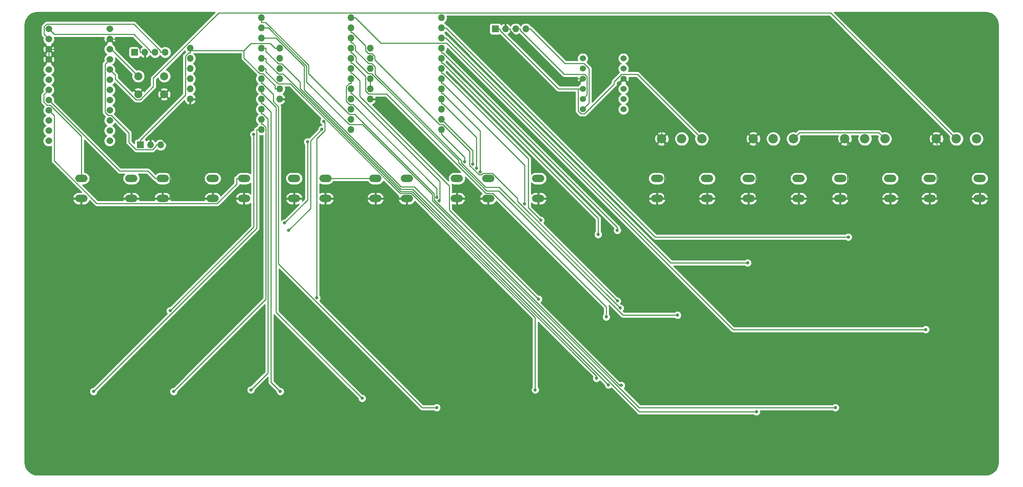
<source format=gbr>
G04 #@! TF.GenerationSoftware,KiCad,Pcbnew,(5.1.5)-3*
G04 #@! TF.CreationDate,2020-05-22T12:40:10+02:00*
G04 #@! TF.ProjectId,m1d1_36,6d316431-5f33-4362-9e6b-696361645f70,rev?*
G04 #@! TF.SameCoordinates,Original*
G04 #@! TF.FileFunction,Copper,L2,Bot*
G04 #@! TF.FilePolarity,Positive*
%FSLAX46Y46*%
G04 Gerber Fmt 4.6, Leading zero omitted, Abs format (unit mm)*
G04 Created by KiCad (PCBNEW (5.1.5)-3) date 2020-05-22 12:40:10*
%MOMM*%
%LPD*%
G04 APERTURE LIST*
%ADD10O,1.700000X1.700000*%
%ADD11R,1.700000X1.700000*%
%ADD12C,1.524000*%
%ADD13C,1.665000*%
%ADD14O,3.048000X1.850000*%
%ADD15C,2.340000*%
%ADD16C,2.000000*%
%ADD17C,0.800000*%
%ADD18C,0.250000*%
%ADD19C,0.254000*%
G04 APERTURE END LIST*
D10*
X57912000Y-66040000D03*
X55372000Y-66040000D03*
D11*
X52832000Y-66040000D03*
D12*
X163322000Y-44450000D03*
X163322000Y-54610000D03*
X163322000Y-52070000D03*
X163322000Y-46990000D03*
X163322000Y-57150000D03*
X163322000Y-49530000D03*
X173482000Y-46990000D03*
X173482000Y-52070000D03*
X173482000Y-44450000D03*
X173482000Y-49530000D03*
X173482000Y-54610000D03*
X173482000Y-57150000D03*
D10*
X128016000Y-34290000D03*
X128016000Y-36830000D03*
X128016000Y-39370000D03*
X128016000Y-44450000D03*
X128016000Y-46990000D03*
X128016000Y-49530000D03*
X128016000Y-52070000D03*
X128016000Y-54610000D03*
X128016000Y-57150000D03*
X128016000Y-59690000D03*
X128016000Y-62230000D03*
X128016000Y-41910000D03*
X110236000Y-44450000D03*
X110236000Y-41910000D03*
X110236000Y-49530000D03*
X110236000Y-52070000D03*
X110236000Y-54610000D03*
X110236000Y-46990000D03*
X105410000Y-34290000D03*
X105410000Y-36830000D03*
X105410000Y-39370000D03*
X105410000Y-44450000D03*
X105410000Y-46990000D03*
X105410000Y-49530000D03*
X105410000Y-52070000D03*
X105410000Y-54610000D03*
X105410000Y-57150000D03*
X105410000Y-59690000D03*
X105410000Y-62230000D03*
X105410000Y-41910000D03*
X87630000Y-44450000D03*
X87630000Y-41910000D03*
X87630000Y-49530000D03*
X87630000Y-52070000D03*
X87630000Y-54610000D03*
X87630000Y-46990000D03*
X83058000Y-34290000D03*
X83058000Y-36830000D03*
X83058000Y-39370000D03*
X83058000Y-44450000D03*
X83058000Y-46990000D03*
X83058000Y-49530000D03*
X83058000Y-52070000D03*
X83058000Y-54610000D03*
X83058000Y-57150000D03*
X83058000Y-59690000D03*
X83058000Y-62230000D03*
X83058000Y-41910000D03*
X65278000Y-44450000D03*
X65278000Y-41910000D03*
X65278000Y-49530000D03*
X65278000Y-52070000D03*
X65278000Y-54610000D03*
X65278000Y-46990000D03*
D13*
X45212000Y-59944000D03*
X45212000Y-49784000D03*
X45212000Y-62484000D03*
X45212000Y-57404000D03*
X45212000Y-39624000D03*
X45212000Y-54864000D03*
X45212000Y-44704000D03*
X45212000Y-52324000D03*
X45212000Y-47244000D03*
X45212000Y-65024000D03*
X45212000Y-42164000D03*
X45212000Y-37084000D03*
X29972000Y-59944000D03*
X29972000Y-62484000D03*
X29972000Y-65024000D03*
X29972000Y-37084000D03*
X29972000Y-39624000D03*
X29972000Y-42164000D03*
X29972000Y-44704000D03*
X29972000Y-47244000D03*
X29972000Y-54864000D03*
X29972000Y-49784000D03*
X29972000Y-52324000D03*
X29972000Y-57404000D03*
D14*
X181864000Y-79422000D03*
X181864000Y-74422000D03*
X194364000Y-79422000D03*
X194364000Y-74422000D03*
X99060000Y-79422000D03*
X99060000Y-74422000D03*
X111560000Y-79422000D03*
X111560000Y-74422000D03*
X227584000Y-79422000D03*
X227584000Y-74422000D03*
X240084000Y-79422000D03*
X240084000Y-74422000D03*
X78740000Y-79422000D03*
X78740000Y-74422000D03*
X91240000Y-79422000D03*
X91240000Y-74422000D03*
X204724000Y-79422000D03*
X204724000Y-74422000D03*
X217224000Y-79422000D03*
X217224000Y-74422000D03*
X139700000Y-79422000D03*
X139700000Y-74422000D03*
X152200000Y-79422000D03*
X152200000Y-74422000D03*
X58420000Y-79422000D03*
X58420000Y-74422000D03*
X70920000Y-79422000D03*
X70920000Y-74422000D03*
X249936000Y-79422000D03*
X249936000Y-74422000D03*
X262436000Y-79422000D03*
X262436000Y-74422000D03*
X119380000Y-79422000D03*
X119380000Y-74422000D03*
X131880000Y-79422000D03*
X131880000Y-74422000D03*
X38100000Y-79422000D03*
X38100000Y-74422000D03*
X50600000Y-79422000D03*
X50600000Y-74422000D03*
D15*
X251620000Y-64516000D03*
X256620000Y-64516000D03*
X261620000Y-64516000D03*
X228760000Y-64516000D03*
X233760000Y-64516000D03*
X238760000Y-64516000D03*
X205900000Y-64516000D03*
X210900000Y-64516000D03*
X215900000Y-64516000D03*
X183040000Y-64516000D03*
X188040000Y-64516000D03*
X193040000Y-64516000D03*
D10*
X149098000Y-37084000D03*
X146558000Y-37084000D03*
X144018000Y-37084000D03*
D11*
X141478000Y-37084000D03*
D10*
X59055000Y-42926000D03*
X56515000Y-42926000D03*
X53975000Y-42926000D03*
D11*
X51435000Y-42926000D03*
D16*
X58824000Y-48895000D03*
X58824000Y-53395000D03*
X52324000Y-48895000D03*
X52324000Y-53395000D03*
D17*
X41163100Y-127607600D03*
X61184100Y-127607600D03*
X80461800Y-127209600D03*
X87783100Y-127607600D03*
X169740700Y-125988900D03*
X108229400Y-129311400D03*
X126845100Y-131641700D03*
X151461000Y-127209600D03*
X166760900Y-124316600D03*
X206682600Y-132679500D03*
X226404600Y-131641700D03*
X172938500Y-126063200D03*
X81152500Y-63440500D03*
X60286100Y-107426900D03*
X98206800Y-62134400D03*
X89888000Y-87382600D03*
X186960600Y-108544800D03*
X98679800Y-60189200D03*
X96893600Y-104242400D03*
X127491100Y-80025400D03*
X126903800Y-79174600D03*
X152261200Y-104543900D03*
X169189000Y-108991000D03*
X172657200Y-106780600D03*
X171967500Y-105010100D03*
X248943300Y-112134700D03*
X133792700Y-70279500D03*
X135827000Y-70868700D03*
X94606000Y-65290200D03*
X88872000Y-85536300D03*
X136794400Y-71856400D03*
X137710500Y-72778100D03*
X148789100Y-80792700D03*
X171944200Y-87382600D03*
X152830200Y-84845600D03*
X167150700Y-88407500D03*
X204480600Y-95504000D03*
X229624600Y-89044500D03*
D18*
X59055000Y-42926000D02*
X57879700Y-42926000D01*
X29972000Y-39624000D02*
X28805200Y-38457200D01*
X28805200Y-38457200D02*
X28805200Y-36558900D01*
X28805200Y-36558900D02*
X29451800Y-35912300D01*
X29451800Y-35912300D02*
X51233300Y-35912300D01*
X51233300Y-35912300D02*
X57879700Y-42558700D01*
X57879700Y-42558700D02*
X57879700Y-42926000D01*
X56515000Y-42926000D02*
X55339700Y-42926000D01*
X29972000Y-37084000D02*
X31331400Y-38443400D01*
X31331400Y-38443400D02*
X51224400Y-38443400D01*
X51224400Y-38443400D02*
X55339700Y-42558700D01*
X55339700Y-42558700D02*
X55339700Y-42926000D01*
X144018000Y-37084000D02*
X145193300Y-37084000D01*
X145193300Y-37084000D02*
X145193300Y-37451300D01*
X145193300Y-37451300D02*
X157272000Y-49530000D01*
X157272000Y-49530000D02*
X163322000Y-49530000D01*
X173482000Y-49530000D02*
X183040000Y-59088000D01*
X183040000Y-59088000D02*
X183040000Y-64516000D01*
X70920000Y-79422000D02*
X60269300Y-79422000D01*
X217224000Y-79422000D02*
X227584000Y-79422000D01*
X206573300Y-79422000D02*
X217224000Y-79422000D01*
X57389700Y-63770900D02*
X56465800Y-63770900D01*
X56465800Y-63770900D02*
X55372000Y-64864700D01*
X60269300Y-79422000D02*
X60269300Y-66650500D01*
X60269300Y-66650500D02*
X57389700Y-63770900D01*
X57389700Y-63770900D02*
X57389700Y-63673600D01*
X57389700Y-63673600D02*
X65278000Y-55785300D01*
X58420000Y-79422000D02*
X60269300Y-79422000D01*
X111560000Y-79422000D02*
X99060000Y-79422000D01*
X45212000Y-39624000D02*
X50305700Y-39624000D01*
X50305700Y-39624000D02*
X52799700Y-42118000D01*
X52799700Y-42118000D02*
X52799700Y-42926000D01*
X251785300Y-79422000D02*
X262436000Y-79422000D01*
X251031600Y-79422000D02*
X251785300Y-79422000D01*
X249936000Y-79422000D02*
X251031600Y-79422000D01*
X229433300Y-79422000D02*
X240084000Y-79422000D01*
X228508700Y-79422000D02*
X229433300Y-79422000D01*
X227584000Y-79422000D02*
X228508700Y-79422000D01*
X183040000Y-64516000D02*
X183713300Y-65189300D01*
X183713300Y-65189300D02*
X183713300Y-79422000D01*
X205648700Y-79422000D02*
X206573300Y-79422000D01*
X204724000Y-79422000D02*
X205648700Y-79422000D01*
X183713300Y-79422000D02*
X192514700Y-79422000D01*
X194364000Y-79422000D02*
X192514700Y-79422000D01*
X29972000Y-42164000D02*
X42672000Y-42164000D01*
X42672000Y-42164000D02*
X45212000Y-39624000D01*
X29972000Y-42164000D02*
X29972000Y-44704000D01*
X53975000Y-42926000D02*
X52799700Y-42926000D01*
X65278000Y-54610000D02*
X65278000Y-55785300D01*
X55372000Y-66040000D02*
X55372000Y-64864700D01*
X228760000Y-64516000D02*
X229433300Y-65189300D01*
X229433300Y-65189300D02*
X229433300Y-79422000D01*
X205900000Y-64516000D02*
X206573300Y-65189300D01*
X206573300Y-65189300D02*
X206573300Y-79422000D01*
X181864000Y-79422000D02*
X183713300Y-79422000D01*
X52324000Y-53395000D02*
X53975000Y-51744000D01*
X53975000Y-51744000D02*
X53975000Y-42926000D01*
X251785300Y-79422000D02*
X251785300Y-64681300D01*
X251785300Y-64681300D02*
X251620000Y-64516000D01*
X162211900Y-52070000D02*
X163322000Y-52070000D01*
X142653300Y-37084000D02*
X142653300Y-37451300D01*
X142653300Y-37451300D02*
X157272000Y-52070000D01*
X157272000Y-52070000D02*
X162211900Y-52070000D01*
X162211900Y-52070000D02*
X162211900Y-57593200D01*
X162211900Y-57593200D02*
X162889900Y-58271200D01*
X162889900Y-58271200D02*
X163792600Y-58271200D01*
X163792600Y-58271200D02*
X171188800Y-50875000D01*
X171188800Y-50875000D02*
X171188800Y-50250800D01*
X171188800Y-50250800D02*
X172996900Y-48442700D01*
X172996900Y-48442700D02*
X176966700Y-48442700D01*
X176966700Y-48442700D02*
X193040000Y-64516000D01*
X141478000Y-37084000D02*
X142653300Y-37084000D01*
X215900000Y-64516000D02*
X217464300Y-62951700D01*
X217464300Y-62951700D02*
X237195700Y-62951700D01*
X237195700Y-62951700D02*
X238760000Y-64516000D01*
X57912000Y-66040000D02*
X56736700Y-66040000D01*
X45212000Y-44704000D02*
X44054100Y-45861900D01*
X44054100Y-45861900D02*
X44054100Y-57887000D01*
X44054100Y-57887000D02*
X44841100Y-58674000D01*
X44841100Y-58674000D02*
X45605500Y-58674000D01*
X45605500Y-58674000D02*
X50001200Y-63069700D01*
X50001200Y-63069700D02*
X50001200Y-65406800D01*
X50001200Y-65406800D02*
X51809700Y-67215300D01*
X51809700Y-67215300D02*
X55928800Y-67215300D01*
X55928800Y-67215300D02*
X56736700Y-66407400D01*
X56736700Y-66407400D02*
X56736700Y-66040000D01*
X41163100Y-127607600D02*
X81882700Y-86888000D01*
X81882700Y-86888000D02*
X81882700Y-62230000D01*
X83058000Y-62230000D02*
X81882700Y-62230000D01*
X83058000Y-59690000D02*
X83058000Y-60865300D01*
X61184100Y-127607600D02*
X84233300Y-104558400D01*
X84233300Y-104558400D02*
X84233300Y-61673200D01*
X84233300Y-61673200D02*
X83425400Y-60865300D01*
X83425400Y-60865300D02*
X83058000Y-60865300D01*
X83058000Y-57150000D02*
X83058000Y-58325300D01*
X80461800Y-127209600D02*
X84694100Y-122977300D01*
X84694100Y-122977300D02*
X84694100Y-59587800D01*
X84694100Y-59587800D02*
X83431600Y-58325300D01*
X83431600Y-58325300D02*
X83058000Y-58325300D01*
X83058000Y-54610000D02*
X83058000Y-55785300D01*
X87783100Y-127607600D02*
X85460700Y-125285200D01*
X85460700Y-125285200D02*
X85460700Y-57820700D01*
X85460700Y-57820700D02*
X83425300Y-55785300D01*
X83425300Y-55785300D02*
X83058000Y-55785300D01*
X83058000Y-41910000D02*
X84233300Y-41910000D01*
X169740700Y-125988900D02*
X120863700Y-77111900D01*
X120863700Y-77111900D02*
X117902300Y-77111900D01*
X117902300Y-77111900D02*
X92747700Y-51957300D01*
X92747700Y-51957300D02*
X92747700Y-50383500D01*
X92747700Y-50383500D02*
X88178800Y-45814600D01*
X88178800Y-45814600D02*
X87329900Y-45814600D01*
X87329900Y-45814600D02*
X84233300Y-42718000D01*
X84233300Y-42718000D02*
X84233300Y-41910000D01*
X83058000Y-53245300D02*
X83368300Y-53245300D01*
X83368300Y-53245300D02*
X86763200Y-56640200D01*
X86763200Y-56640200D02*
X86763200Y-107845200D01*
X86763200Y-107845200D02*
X108229400Y-129311400D01*
X83058000Y-52070000D02*
X83058000Y-53245300D01*
X83058000Y-50705300D02*
X83364500Y-50705300D01*
X83364500Y-50705300D02*
X86091600Y-53432400D01*
X86091600Y-53432400D02*
X86091600Y-55258100D01*
X86091600Y-55258100D02*
X87300800Y-56467300D01*
X87300800Y-56467300D02*
X87300800Y-95736300D01*
X87300800Y-95736300D02*
X123206200Y-131641700D01*
X123206200Y-131641700D02*
X126845100Y-131641700D01*
X83058000Y-49530000D02*
X83058000Y-50705300D01*
X84233300Y-46990000D02*
X84233300Y-47798000D01*
X84233300Y-47798000D02*
X87235300Y-50800000D01*
X87235300Y-50800000D02*
X90316600Y-50800000D01*
X90316600Y-50800000D02*
X117688300Y-78171700D01*
X117688300Y-78171700D02*
X120505200Y-78171700D01*
X120505200Y-78171700D02*
X151461000Y-109127500D01*
X151461000Y-109127500D02*
X151461000Y-127209600D01*
X83058000Y-46990000D02*
X84233300Y-46990000D01*
X84233300Y-44450000D02*
X84233300Y-45258000D01*
X84233300Y-45258000D02*
X87329900Y-48354600D01*
X87329900Y-48354600D02*
X88508100Y-48354600D01*
X88508100Y-48354600D02*
X117874800Y-77721300D01*
X117874800Y-77721300D02*
X120737700Y-77721300D01*
X120737700Y-77721300D02*
X166760900Y-123744500D01*
X166760900Y-123744500D02*
X166760900Y-124316600D01*
X83058000Y-44450000D02*
X84233300Y-44450000D01*
X206682600Y-132679500D02*
X177457100Y-132679500D01*
X177457100Y-132679500D02*
X121268400Y-76490800D01*
X121268400Y-76490800D02*
X117962200Y-76490800D01*
X117962200Y-76490800D02*
X93792300Y-52320900D01*
X93792300Y-52320900D02*
X93792300Y-46389000D01*
X93792300Y-46389000D02*
X86773300Y-39370000D01*
X86773300Y-39370000D02*
X84233300Y-39370000D01*
X83058000Y-39370000D02*
X84233300Y-39370000D01*
X84233300Y-36830000D02*
X84870200Y-36830000D01*
X84870200Y-36830000D02*
X94397400Y-46357200D01*
X94397400Y-46357200D02*
X94397400Y-50366300D01*
X94397400Y-50366300D02*
X104991100Y-60960000D01*
X104991100Y-60960000D02*
X108286300Y-60960000D01*
X108286300Y-60960000D02*
X125728200Y-78401900D01*
X125728200Y-78401900D02*
X125728200Y-79954400D01*
X125728200Y-79954400D02*
X177415500Y-131641700D01*
X177415500Y-131641700D02*
X226404600Y-131641700D01*
X83058000Y-36830000D02*
X84233300Y-36830000D01*
X83058000Y-35465300D02*
X84142400Y-35465300D01*
X84142400Y-35465300D02*
X94847800Y-46170700D01*
X94847800Y-46170700D02*
X94847800Y-48255000D01*
X94847800Y-48255000D02*
X105012800Y-58420000D01*
X105012800Y-58420000D02*
X106389500Y-58420000D01*
X106389500Y-58420000D02*
X126178500Y-78209000D01*
X126178500Y-78209000D02*
X126178500Y-79767800D01*
X126178500Y-79767800D02*
X172473900Y-126063200D01*
X172473900Y-126063200D02*
X172938500Y-126063200D01*
X83058000Y-34290000D02*
X83058000Y-35465300D01*
X60286100Y-107426900D02*
X81152500Y-86560500D01*
X81152500Y-86560500D02*
X81152500Y-63440500D01*
X89888000Y-87382600D02*
X95331400Y-81939200D01*
X95331400Y-81939200D02*
X95331400Y-65009800D01*
X95331400Y-65009800D02*
X98206800Y-62134400D01*
X105410000Y-43085300D02*
X105711300Y-43085300D01*
X105711300Y-43085300D02*
X106745600Y-44119600D01*
X106745600Y-44119600D02*
X106745600Y-45197200D01*
X106745600Y-45197200D02*
X109808400Y-48260000D01*
X109808400Y-48260000D02*
X110654200Y-48260000D01*
X110654200Y-48260000D02*
X132257700Y-69863500D01*
X132257700Y-69863500D02*
X132257700Y-70428200D01*
X132257700Y-70428200D02*
X139344400Y-77514900D01*
X139344400Y-77514900D02*
X142324500Y-77514900D01*
X142324500Y-77514900D02*
X173354400Y-108544800D01*
X173354400Y-108544800D02*
X186960600Y-108544800D01*
X105410000Y-41910000D02*
X105410000Y-43085300D01*
X96893600Y-104242400D02*
X96893600Y-64473400D01*
X96893600Y-64473400D02*
X98932100Y-62434900D01*
X98932100Y-62434900D02*
X98932100Y-60441500D01*
X98932100Y-60441500D02*
X98679800Y-60189200D01*
X105410000Y-52070000D02*
X105410000Y-53245300D01*
X127491100Y-80025400D02*
X127629300Y-79887200D01*
X127629300Y-79887200D02*
X127629300Y-75167000D01*
X127629300Y-75167000D02*
X105707600Y-53245300D01*
X105707600Y-53245300D02*
X105410000Y-53245300D01*
X105410000Y-50705300D02*
X105042600Y-50705300D01*
X105042600Y-50705300D02*
X104234700Y-51513200D01*
X104234700Y-51513200D02*
X104234700Y-55112700D01*
X104234700Y-55112700D02*
X105096600Y-55974600D01*
X105096600Y-55974600D02*
X105958800Y-55974600D01*
X105958800Y-55974600D02*
X126903800Y-76919600D01*
X126903800Y-76919600D02*
X126903800Y-79174600D01*
X105410000Y-49530000D02*
X105410000Y-50705300D01*
X152261200Y-104543900D02*
X130030100Y-82312800D01*
X130030100Y-82312800D02*
X130030100Y-76293900D01*
X130030100Y-76293900D02*
X107675200Y-53939000D01*
X107675200Y-53939000D02*
X107675200Y-50063200D01*
X107675200Y-50063200D02*
X105777300Y-48165300D01*
X105777300Y-48165300D02*
X105410000Y-48165300D01*
X105410000Y-46990000D02*
X105410000Y-48165300D01*
X105410000Y-45625300D02*
X105777400Y-45625300D01*
X105777400Y-45625300D02*
X109051200Y-48899100D01*
X109051200Y-48899100D02*
X109051200Y-52562400D01*
X109051200Y-52562400D02*
X109828800Y-53340000D01*
X109828800Y-53340000D02*
X114344400Y-53340000D01*
X114344400Y-53340000D02*
X139115200Y-78110800D01*
X139115200Y-78110800D02*
X140806300Y-78110800D01*
X140806300Y-78110800D02*
X169189000Y-106493500D01*
X169189000Y-106493500D02*
X169189000Y-108991000D01*
X105410000Y-44450000D02*
X105410000Y-45625300D01*
X105410000Y-40545300D02*
X105777400Y-40545300D01*
X105777400Y-40545300D02*
X106585300Y-41353200D01*
X106585300Y-41353200D02*
X106585300Y-42477400D01*
X106585300Y-42477400D02*
X109827900Y-45720000D01*
X109827900Y-45720000D02*
X110650700Y-45720000D01*
X110650700Y-45720000D02*
X111473600Y-46542900D01*
X111473600Y-46542900D02*
X111473600Y-48442500D01*
X111473600Y-48442500D02*
X133030300Y-69999200D01*
X133030300Y-69999200D02*
X133030300Y-70563900D01*
X133030300Y-70563900D02*
X139066900Y-76600500D01*
X139066900Y-76600500D02*
X142477100Y-76600500D01*
X142477100Y-76600500D02*
X172657200Y-106780600D01*
X105410000Y-39370000D02*
X105410000Y-40545300D01*
X105410000Y-38005300D02*
X105777400Y-38005300D01*
X105777400Y-38005300D02*
X109060700Y-41288600D01*
X109060700Y-41288600D02*
X109060700Y-42464800D01*
X109060700Y-42464800D02*
X109870600Y-43274700D01*
X109870600Y-43274700D02*
X110722900Y-43274700D01*
X110722900Y-43274700D02*
X111411300Y-43963100D01*
X111411300Y-43963100D02*
X111411300Y-44815400D01*
X111411300Y-44815400D02*
X127555900Y-60960000D01*
X127555900Y-60960000D02*
X128414400Y-60960000D01*
X128414400Y-60960000D02*
X135101700Y-67647300D01*
X135101700Y-67647300D02*
X135101700Y-71195000D01*
X135101700Y-71195000D02*
X137410100Y-73503400D01*
X137410100Y-73503400D02*
X138011000Y-73503400D01*
X138011000Y-73503400D02*
X138383500Y-73130900D01*
X138383500Y-73130900D02*
X140784300Y-73130900D01*
X140784300Y-73130900D02*
X147034000Y-79380600D01*
X147034000Y-79380600D02*
X147034000Y-80076600D01*
X147034000Y-80076600D02*
X171967500Y-105010100D01*
X105410000Y-36830000D02*
X105410000Y-38005300D01*
X105410000Y-34290000D02*
X106585300Y-34290000D01*
X248943300Y-112134700D02*
X200836400Y-112134700D01*
X200836400Y-112134700D02*
X129341700Y-40640000D01*
X129341700Y-40640000D02*
X112935300Y-40640000D01*
X112935300Y-40640000D02*
X106585300Y-34290000D01*
X128016000Y-62230000D02*
X128016000Y-63405300D01*
X128016000Y-63405300D02*
X133792700Y-69182000D01*
X133792700Y-69182000D02*
X133792700Y-70279500D01*
X128016000Y-59690000D02*
X135827000Y-67501000D01*
X135827000Y-67501000D02*
X135827000Y-70868700D01*
X88872000Y-85536300D02*
X94606000Y-79802300D01*
X94606000Y-79802300D02*
X94606000Y-65290200D01*
X128016000Y-54610000D02*
X128016000Y-55785300D01*
X136794400Y-71856400D02*
X136794400Y-64196400D01*
X136794400Y-64196400D02*
X128383300Y-55785300D01*
X128383300Y-55785300D02*
X128016000Y-55785300D01*
X128016000Y-52070000D02*
X128016000Y-53245300D01*
X137710500Y-72778100D02*
X137710500Y-62572500D01*
X137710500Y-62572500D02*
X128383300Y-53245300D01*
X128383300Y-53245300D02*
X128016000Y-53245300D01*
X128016000Y-49530000D02*
X128016000Y-50705300D01*
X128016000Y-50705300D02*
X128383300Y-50705300D01*
X128383300Y-50705300D02*
X148789100Y-71111100D01*
X148789100Y-71111100D02*
X148789100Y-80792700D01*
X128016000Y-41910000D02*
X128016000Y-43085300D01*
X171944200Y-87382600D02*
X171944200Y-86646200D01*
X171944200Y-86646200D02*
X128383300Y-43085300D01*
X128383300Y-43085300D02*
X128016000Y-43085300D01*
X152830200Y-84845600D02*
X149715500Y-81730900D01*
X149715500Y-81730900D02*
X149715500Y-69497500D01*
X149715500Y-69497500D02*
X128383300Y-48165300D01*
X128383300Y-48165300D02*
X128016000Y-48165300D01*
X128016000Y-46990000D02*
X128016000Y-48165300D01*
X128016000Y-44450000D02*
X128016000Y-45625300D01*
X167150700Y-88407500D02*
X167150700Y-84392700D01*
X167150700Y-84392700D02*
X128383300Y-45625300D01*
X128383300Y-45625300D02*
X128016000Y-45625300D01*
X129191300Y-39370000D02*
X185325300Y-95504000D01*
X185325300Y-95504000D02*
X204480600Y-95504000D01*
X128016000Y-39370000D02*
X129191300Y-39370000D01*
X128016000Y-36830000D02*
X129191300Y-36830000D01*
X229624600Y-89044500D02*
X181405800Y-89044500D01*
X181405800Y-89044500D02*
X129191300Y-36830000D01*
X256620000Y-64516000D02*
X225217300Y-33113300D01*
X225217300Y-33113300D02*
X72391100Y-33113300D01*
X72391100Y-33113300D02*
X56121400Y-49383000D01*
X56121400Y-49383000D02*
X56121400Y-51478400D01*
X56121400Y-51478400D02*
X52840800Y-54759000D01*
X52840800Y-54759000D02*
X51753100Y-54759000D01*
X51753100Y-54759000D02*
X46594100Y-49600000D01*
X46594100Y-49600000D02*
X46594100Y-48626100D01*
X46594100Y-48626100D02*
X45212000Y-47244000D01*
X110236000Y-49530000D02*
X110236000Y-52070000D01*
X38100000Y-74422000D02*
X38100000Y-63894400D01*
X38100000Y-63894400D02*
X30339600Y-56134000D01*
X30339600Y-56134000D02*
X29561000Y-56134000D01*
X29561000Y-56134000D02*
X28772000Y-55345000D01*
X28772000Y-55345000D02*
X28772000Y-53524000D01*
X28772000Y-53524000D02*
X29972000Y-52324000D01*
X58420000Y-74422000D02*
X56570700Y-74422000D01*
X56570700Y-74422000D02*
X54721400Y-72572700D01*
X54721400Y-72572700D02*
X47680700Y-72572700D01*
X47680700Y-72572700D02*
X29972000Y-54864000D01*
X78740000Y-74422000D02*
X76890700Y-74422000D01*
X76890700Y-74422000D02*
X76890700Y-75830700D01*
X76890700Y-75830700D02*
X72047100Y-80674300D01*
X72047100Y-80674300D02*
X41985000Y-80674300D01*
X41985000Y-80674300D02*
X31354100Y-70043400D01*
X31354100Y-70043400D02*
X31354100Y-58786100D01*
X31354100Y-58786100D02*
X29972000Y-57404000D01*
X111560000Y-74422000D02*
X99060000Y-74422000D01*
X52324000Y-48895000D02*
X45593000Y-42164000D01*
X45593000Y-42164000D02*
X45212000Y-42164000D01*
X149098000Y-37084000D02*
X150273300Y-37084000D01*
X150273300Y-37084000D02*
X158909300Y-45720000D01*
X158909300Y-45720000D02*
X163622300Y-45720000D01*
X163622300Y-45720000D02*
X164875500Y-46973200D01*
X164875500Y-46973200D02*
X164875500Y-55596500D01*
X164875500Y-55596500D02*
X163322000Y-57150000D01*
X146558000Y-37084000D02*
X147733300Y-37084000D01*
X147733300Y-37084000D02*
X147733300Y-37451300D01*
X147733300Y-37451300D02*
X158699200Y-48417200D01*
X158699200Y-48417200D02*
X163807300Y-48417200D01*
X163807300Y-48417200D02*
X164411900Y-49021800D01*
X164411900Y-49021800D02*
X164411900Y-53520100D01*
X164411900Y-53520100D02*
X163322000Y-54610000D01*
X87630000Y-41910000D02*
X86454700Y-41910000D01*
X78734700Y-42497600D02*
X80497600Y-40734700D01*
X80497600Y-40734700D02*
X85279400Y-40734700D01*
X85279400Y-40734700D02*
X86454700Y-41910000D01*
X78734700Y-42497600D02*
X78734700Y-44330900D01*
X78734700Y-44330900D02*
X82663800Y-48260000D01*
X82663800Y-48260000D02*
X83458700Y-48260000D01*
X83458700Y-48260000D02*
X86454700Y-51256000D01*
X86454700Y-51256000D02*
X86454700Y-52070000D01*
X65278000Y-42497600D02*
X78734700Y-42497600D01*
X65278000Y-42497600D02*
X65278000Y-43085300D01*
X65278000Y-41910000D02*
X65278000Y-42497600D01*
X87630000Y-52070000D02*
X86454700Y-52070000D01*
X52832000Y-66040000D02*
X52832000Y-64864700D01*
X65278000Y-43085300D02*
X64910600Y-43085300D01*
X64910600Y-43085300D02*
X64102700Y-43893200D01*
X64102700Y-43893200D02*
X64102700Y-53594000D01*
X64102700Y-53594000D02*
X52832000Y-64864700D01*
D19*
G36*
X55610403Y-48819196D02*
G01*
X55581399Y-48842999D01*
X55526271Y-48910174D01*
X55486426Y-48958724D01*
X55416857Y-49088878D01*
X55415854Y-49090754D01*
X55372397Y-49234015D01*
X55361400Y-49345668D01*
X55361400Y-49345678D01*
X55357724Y-49383000D01*
X55361400Y-49420323D01*
X55361401Y-51163597D01*
X53816548Y-52708450D01*
X53723814Y-52534956D01*
X53459413Y-52439192D01*
X52503605Y-53395000D01*
X52517748Y-53409143D01*
X52338143Y-53588748D01*
X52324000Y-53574605D01*
X52309858Y-53588748D01*
X52130253Y-53409143D01*
X52144395Y-53395000D01*
X51188587Y-52439192D01*
X50924186Y-52534956D01*
X50819353Y-52750451D01*
X50328489Y-52259587D01*
X51368192Y-52259587D01*
X52324000Y-53215395D01*
X53279808Y-52259587D01*
X53184044Y-51995186D01*
X52894429Y-51854296D01*
X52582892Y-51772616D01*
X52261405Y-51753282D01*
X51942325Y-51797039D01*
X51637912Y-51902205D01*
X51463956Y-51995186D01*
X51368192Y-52259587D01*
X50328489Y-52259587D01*
X47354100Y-49285199D01*
X47354100Y-48663433D01*
X47357777Y-48626100D01*
X47343103Y-48477114D01*
X47299646Y-48333853D01*
X47229074Y-48201824D01*
X47165988Y-48124953D01*
X47134101Y-48086099D01*
X47105103Y-48062301D01*
X46638327Y-47595526D01*
X46679500Y-47388536D01*
X46679500Y-47099464D01*
X46623105Y-46815946D01*
X46512482Y-46548878D01*
X46351882Y-46308523D01*
X46147477Y-46104118D01*
X45952742Y-45974000D01*
X46147477Y-45843882D01*
X46351882Y-45639477D01*
X46512482Y-45399122D01*
X46623105Y-45132054D01*
X46679500Y-44848536D01*
X46679500Y-44559464D01*
X46623105Y-44275946D01*
X46618127Y-44263929D01*
X50757823Y-48403625D01*
X50751832Y-48418088D01*
X50689000Y-48733967D01*
X50689000Y-49056033D01*
X50751832Y-49371912D01*
X50875082Y-49669463D01*
X51054013Y-49937252D01*
X51281748Y-50164987D01*
X51549537Y-50343918D01*
X51847088Y-50467168D01*
X52162967Y-50530000D01*
X52485033Y-50530000D01*
X52800912Y-50467168D01*
X53098463Y-50343918D01*
X53366252Y-50164987D01*
X53593987Y-49937252D01*
X53772918Y-49669463D01*
X53896168Y-49371912D01*
X53959000Y-49056033D01*
X53959000Y-48733967D01*
X53896168Y-48418088D01*
X53772918Y-48120537D01*
X53593987Y-47852748D01*
X53366252Y-47625013D01*
X53098463Y-47446082D01*
X52800912Y-47322832D01*
X52485033Y-47260000D01*
X52162967Y-47260000D01*
X51847088Y-47322832D01*
X51832625Y-47328823D01*
X46679500Y-42175699D01*
X46679500Y-42019464D01*
X46623105Y-41735946D01*
X46512482Y-41468878D01*
X46351882Y-41228523D01*
X46147477Y-41024118D01*
X45955989Y-40896170D01*
X45972783Y-40887193D01*
X46048301Y-40639906D01*
X45212000Y-39803605D01*
X44375699Y-40639906D01*
X44451217Y-40887193D01*
X44468877Y-40895591D01*
X44276523Y-41024118D01*
X44072118Y-41228523D01*
X43911518Y-41468878D01*
X43800895Y-41735946D01*
X43744500Y-42019464D01*
X43744500Y-42308536D01*
X43800895Y-42592054D01*
X43911518Y-42859122D01*
X44072118Y-43099477D01*
X44276523Y-43303882D01*
X44471258Y-43434000D01*
X44276523Y-43564118D01*
X44072118Y-43768523D01*
X43911518Y-44008878D01*
X43800895Y-44275946D01*
X43744500Y-44559464D01*
X43744500Y-44848536D01*
X43785673Y-45055526D01*
X43543103Y-45298096D01*
X43514099Y-45321899D01*
X43486605Y-45355401D01*
X43419126Y-45437624D01*
X43391426Y-45489447D01*
X43348554Y-45569654D01*
X43305097Y-45712915D01*
X43294100Y-45824568D01*
X43294100Y-45824578D01*
X43290424Y-45861900D01*
X43294100Y-45899222D01*
X43294101Y-57849668D01*
X43290424Y-57887000D01*
X43294101Y-57924333D01*
X43301133Y-57995724D01*
X43305098Y-58035985D01*
X43348554Y-58179246D01*
X43419126Y-58311276D01*
X43482097Y-58388005D01*
X43514100Y-58427001D01*
X43543098Y-58450799D01*
X44086470Y-58994171D01*
X44072118Y-59008523D01*
X43911518Y-59248878D01*
X43800895Y-59515946D01*
X43744500Y-59799464D01*
X43744500Y-60088536D01*
X43800895Y-60372054D01*
X43911518Y-60639122D01*
X44072118Y-60879477D01*
X44276523Y-61083882D01*
X44471258Y-61214000D01*
X44276523Y-61344118D01*
X44072118Y-61548523D01*
X43911518Y-61788878D01*
X43800895Y-62055946D01*
X43744500Y-62339464D01*
X43744500Y-62628536D01*
X43800895Y-62912054D01*
X43911518Y-63179122D01*
X44072118Y-63419477D01*
X44276523Y-63623882D01*
X44471258Y-63754000D01*
X44276523Y-63884118D01*
X44072118Y-64088523D01*
X43911518Y-64328878D01*
X43800895Y-64595946D01*
X43744500Y-64879464D01*
X43744500Y-65168536D01*
X43800895Y-65452054D01*
X43911518Y-65719122D01*
X44072118Y-65959477D01*
X44276523Y-66163882D01*
X44516878Y-66324482D01*
X44783946Y-66435105D01*
X45067464Y-66491500D01*
X45356536Y-66491500D01*
X45640054Y-66435105D01*
X45907122Y-66324482D01*
X46147477Y-66163882D01*
X46351882Y-65959477D01*
X46512482Y-65719122D01*
X46623105Y-65452054D01*
X46679500Y-65168536D01*
X46679500Y-64879464D01*
X46623105Y-64595946D01*
X46512482Y-64328878D01*
X46351882Y-64088523D01*
X46147477Y-63884118D01*
X45952742Y-63754000D01*
X46147477Y-63623882D01*
X46351882Y-63419477D01*
X46512482Y-63179122D01*
X46623105Y-62912054D01*
X46679500Y-62628536D01*
X46679500Y-62339464D01*
X46623105Y-62055946D01*
X46512482Y-61788878D01*
X46351882Y-61548523D01*
X46147477Y-61344118D01*
X45952742Y-61214000D01*
X46147477Y-61083882D01*
X46351882Y-60879477D01*
X46505808Y-60649110D01*
X49241200Y-63384502D01*
X49241201Y-65369468D01*
X49237524Y-65406800D01*
X49241201Y-65444133D01*
X49252198Y-65555786D01*
X49263213Y-65592098D01*
X49295654Y-65699046D01*
X49366226Y-65831076D01*
X49417654Y-65893740D01*
X49461200Y-65946801D01*
X49490198Y-65970599D01*
X51245901Y-67726303D01*
X51269699Y-67755301D01*
X51385424Y-67850274D01*
X51517453Y-67920846D01*
X51660714Y-67964303D01*
X51772367Y-67975300D01*
X51772376Y-67975300D01*
X51809699Y-67978976D01*
X51847022Y-67975300D01*
X55891478Y-67975300D01*
X55928800Y-67978976D01*
X55966122Y-67975300D01*
X55966133Y-67975300D01*
X56077786Y-67964303D01*
X56221047Y-67920846D01*
X56353076Y-67850274D01*
X56468801Y-67755301D01*
X56492603Y-67726298D01*
X57001371Y-67217531D01*
X57208589Y-67355990D01*
X57478842Y-67467932D01*
X57765740Y-67525000D01*
X58058260Y-67525000D01*
X58345158Y-67467932D01*
X58615411Y-67355990D01*
X58858632Y-67193475D01*
X59065475Y-66986632D01*
X59227990Y-66743411D01*
X59339932Y-66473158D01*
X59397000Y-66186260D01*
X59397000Y-65893740D01*
X59339932Y-65606842D01*
X59227990Y-65336589D01*
X59065475Y-65093368D01*
X58858632Y-64886525D01*
X58615411Y-64724010D01*
X58345158Y-64612068D01*
X58058260Y-64555000D01*
X57765740Y-64555000D01*
X57478842Y-64612068D01*
X57208589Y-64724010D01*
X56965368Y-64886525D01*
X56758525Y-65093368D01*
X56636805Y-65275534D01*
X56567178Y-65158645D01*
X56372269Y-64942412D01*
X56138920Y-64768359D01*
X55876099Y-64643175D01*
X55728890Y-64598524D01*
X55499000Y-64719845D01*
X55499000Y-65913000D01*
X55519000Y-65913000D01*
X55519000Y-66167000D01*
X55499000Y-66167000D01*
X55499000Y-66187000D01*
X55245000Y-66187000D01*
X55245000Y-66167000D01*
X55225000Y-66167000D01*
X55225000Y-65913000D01*
X55245000Y-65913000D01*
X55245000Y-64719845D01*
X55015110Y-64598524D01*
X54867901Y-64643175D01*
X54605080Y-64768359D01*
X54371731Y-64942412D01*
X54295966Y-65026466D01*
X54271502Y-64945820D01*
X54212537Y-64835506D01*
X54133185Y-64738815D01*
X54077986Y-64693515D01*
X63872184Y-54899318D01*
X63836524Y-54966890D01*
X63881175Y-55114099D01*
X64006359Y-55376920D01*
X64180412Y-55610269D01*
X64396645Y-55805178D01*
X64646748Y-55954157D01*
X64921109Y-56051481D01*
X65151000Y-55930814D01*
X65151000Y-54737000D01*
X65405000Y-54737000D01*
X65405000Y-55930814D01*
X65634891Y-56051481D01*
X65909252Y-55954157D01*
X66159355Y-55805178D01*
X66375588Y-55610269D01*
X66549641Y-55376920D01*
X66674825Y-55114099D01*
X66719476Y-54966890D01*
X66598155Y-54737000D01*
X65405000Y-54737000D01*
X65151000Y-54737000D01*
X65131000Y-54737000D01*
X65131000Y-54483000D01*
X65151000Y-54483000D01*
X65151000Y-54463000D01*
X65405000Y-54463000D01*
X65405000Y-54483000D01*
X66598155Y-54483000D01*
X66719476Y-54253110D01*
X66674825Y-54105901D01*
X66549641Y-53843080D01*
X66375588Y-53609731D01*
X66159355Y-53414822D01*
X66042466Y-53345195D01*
X66224632Y-53223475D01*
X66431475Y-53016632D01*
X66593990Y-52773411D01*
X66705932Y-52503158D01*
X66763000Y-52216260D01*
X66763000Y-51923740D01*
X66705932Y-51636842D01*
X66593990Y-51366589D01*
X66431475Y-51123368D01*
X66224632Y-50916525D01*
X66050240Y-50800000D01*
X66224632Y-50683475D01*
X66431475Y-50476632D01*
X66593990Y-50233411D01*
X66705932Y-49963158D01*
X66763000Y-49676260D01*
X66763000Y-49383740D01*
X66705932Y-49096842D01*
X66593990Y-48826589D01*
X66431475Y-48583368D01*
X66224632Y-48376525D01*
X66050240Y-48260000D01*
X66224632Y-48143475D01*
X66431475Y-47936632D01*
X66593990Y-47693411D01*
X66705932Y-47423158D01*
X66763000Y-47136260D01*
X66763000Y-46843740D01*
X66705932Y-46556842D01*
X66593990Y-46286589D01*
X66431475Y-46043368D01*
X66224632Y-45836525D01*
X66050240Y-45720000D01*
X66224632Y-45603475D01*
X66431475Y-45396632D01*
X66593990Y-45153411D01*
X66705932Y-44883158D01*
X66763000Y-44596260D01*
X66763000Y-44303740D01*
X66705932Y-44016842D01*
X66593990Y-43746589D01*
X66431475Y-43503368D01*
X66224632Y-43296525D01*
X66166377Y-43257600D01*
X77974700Y-43257600D01*
X77974701Y-44293568D01*
X77971024Y-44330900D01*
X77974701Y-44368233D01*
X77985698Y-44479886D01*
X77989268Y-44491654D01*
X78029154Y-44623146D01*
X78099726Y-44755176D01*
X78170901Y-44841902D01*
X78194700Y-44870901D01*
X78223698Y-44894699D01*
X81908446Y-48579447D01*
X81904525Y-48583368D01*
X81742010Y-48826589D01*
X81630068Y-49096842D01*
X81573000Y-49383740D01*
X81573000Y-49676260D01*
X81630068Y-49963158D01*
X81742010Y-50233411D01*
X81904525Y-50476632D01*
X82111368Y-50683475D01*
X82285760Y-50800000D01*
X82111368Y-50916525D01*
X81904525Y-51123368D01*
X81742010Y-51366589D01*
X81630068Y-51636842D01*
X81573000Y-51923740D01*
X81573000Y-52216260D01*
X81630068Y-52503158D01*
X81742010Y-52773411D01*
X81904525Y-53016632D01*
X82111368Y-53223475D01*
X82285760Y-53340000D01*
X82111368Y-53456525D01*
X81904525Y-53663368D01*
X81742010Y-53906589D01*
X81630068Y-54176842D01*
X81573000Y-54463740D01*
X81573000Y-54756260D01*
X81630068Y-55043158D01*
X81742010Y-55313411D01*
X81904525Y-55556632D01*
X82111368Y-55763475D01*
X82285760Y-55880000D01*
X82111368Y-55996525D01*
X81904525Y-56203368D01*
X81742010Y-56446589D01*
X81630068Y-56716842D01*
X81573000Y-57003740D01*
X81573000Y-57296260D01*
X81630068Y-57583158D01*
X81742010Y-57853411D01*
X81904525Y-58096632D01*
X82111368Y-58303475D01*
X82285760Y-58420000D01*
X82111368Y-58536525D01*
X81904525Y-58743368D01*
X81742010Y-58986589D01*
X81630068Y-59256842D01*
X81573000Y-59543740D01*
X81573000Y-59836260D01*
X81630068Y-60123158D01*
X81742010Y-60393411D01*
X81904525Y-60636632D01*
X82111368Y-60843475D01*
X82285760Y-60960000D01*
X82111368Y-61076525D01*
X81904525Y-61283368D01*
X81775204Y-61476911D01*
X81733714Y-61480997D01*
X81590453Y-61524454D01*
X81458424Y-61595026D01*
X81342699Y-61689999D01*
X81247726Y-61805724D01*
X81177154Y-61937753D01*
X81133697Y-62081014D01*
X81119023Y-62230000D01*
X81122701Y-62267343D01*
X81122701Y-62405500D01*
X81050561Y-62405500D01*
X80850602Y-62445274D01*
X80662244Y-62523295D01*
X80492726Y-62636563D01*
X80348563Y-62780726D01*
X80235295Y-62950244D01*
X80157274Y-63138602D01*
X80117500Y-63338561D01*
X80117500Y-63542439D01*
X80157274Y-63742398D01*
X80235295Y-63930756D01*
X80348563Y-64100274D01*
X80392501Y-64144212D01*
X80392501Y-73268501D01*
X80209883Y-73118631D01*
X79938875Y-72973774D01*
X79644813Y-72884572D01*
X79415636Y-72862000D01*
X78064364Y-72862000D01*
X77835187Y-72884572D01*
X77541125Y-72973774D01*
X77270117Y-73118631D01*
X77032576Y-73313576D01*
X76837631Y-73551117D01*
X76774195Y-73669798D01*
X76741714Y-73672997D01*
X76598453Y-73716454D01*
X76466424Y-73787026D01*
X76350699Y-73881999D01*
X76255726Y-73997724D01*
X76185154Y-74129753D01*
X76141697Y-74273014D01*
X76127023Y-74422000D01*
X76130700Y-74459332D01*
X76130701Y-75515897D01*
X72916635Y-78729963D01*
X72886650Y-78660906D01*
X72711889Y-78408715D01*
X72491286Y-78195464D01*
X72233319Y-78029348D01*
X71947901Y-77916751D01*
X71646000Y-77862000D01*
X71047000Y-77862000D01*
X71047000Y-79295000D01*
X71067000Y-79295000D01*
X71067000Y-79549000D01*
X71047000Y-79549000D01*
X71047000Y-79569000D01*
X70793000Y-79569000D01*
X70793000Y-79549000D01*
X68925517Y-79549000D01*
X68805188Y-79790664D01*
X68831147Y-79901655D01*
X68836638Y-79914300D01*
X60503362Y-79914300D01*
X60508853Y-79901655D01*
X60534812Y-79790664D01*
X60414483Y-79549000D01*
X58547000Y-79549000D01*
X58547000Y-79569000D01*
X58293000Y-79569000D01*
X58293000Y-79549000D01*
X56425517Y-79549000D01*
X56305188Y-79790664D01*
X56331147Y-79901655D01*
X56336638Y-79914300D01*
X52683362Y-79914300D01*
X52688853Y-79901655D01*
X52714812Y-79790664D01*
X52594483Y-79549000D01*
X50727000Y-79549000D01*
X50727000Y-79569000D01*
X50473000Y-79569000D01*
X50473000Y-79549000D01*
X48605517Y-79549000D01*
X48485188Y-79790664D01*
X48511147Y-79901655D01*
X48516638Y-79914300D01*
X42299802Y-79914300D01*
X41438838Y-79053336D01*
X48485188Y-79053336D01*
X48605517Y-79295000D01*
X50473000Y-79295000D01*
X50473000Y-77862000D01*
X50727000Y-77862000D01*
X50727000Y-79295000D01*
X52594483Y-79295000D01*
X52714812Y-79053336D01*
X56305188Y-79053336D01*
X56425517Y-79295000D01*
X58293000Y-79295000D01*
X58293000Y-77862000D01*
X58547000Y-77862000D01*
X58547000Y-79295000D01*
X60414483Y-79295000D01*
X60534812Y-79053336D01*
X68805188Y-79053336D01*
X68925517Y-79295000D01*
X70793000Y-79295000D01*
X70793000Y-77862000D01*
X70194000Y-77862000D01*
X69892099Y-77916751D01*
X69606681Y-78029348D01*
X69348714Y-78195464D01*
X69128111Y-78408715D01*
X68953350Y-78660906D01*
X68831147Y-78942345D01*
X68805188Y-79053336D01*
X60534812Y-79053336D01*
X60508853Y-78942345D01*
X60386650Y-78660906D01*
X60211889Y-78408715D01*
X59991286Y-78195464D01*
X59733319Y-78029348D01*
X59447901Y-77916751D01*
X59146000Y-77862000D01*
X58547000Y-77862000D01*
X58293000Y-77862000D01*
X57694000Y-77862000D01*
X57392099Y-77916751D01*
X57106681Y-78029348D01*
X56848714Y-78195464D01*
X56628111Y-78408715D01*
X56453350Y-78660906D01*
X56331147Y-78942345D01*
X56305188Y-79053336D01*
X52714812Y-79053336D01*
X52688853Y-78942345D01*
X52566650Y-78660906D01*
X52391889Y-78408715D01*
X52171286Y-78195464D01*
X51913319Y-78029348D01*
X51627901Y-77916751D01*
X51326000Y-77862000D01*
X50727000Y-77862000D01*
X50473000Y-77862000D01*
X49874000Y-77862000D01*
X49572099Y-77916751D01*
X49286681Y-78029348D01*
X49028714Y-78195464D01*
X48808111Y-78408715D01*
X48633350Y-78660906D01*
X48511147Y-78942345D01*
X48485188Y-79053336D01*
X41438838Y-79053336D01*
X38367502Y-75982000D01*
X38775636Y-75982000D01*
X39004813Y-75959428D01*
X39298875Y-75870226D01*
X39569883Y-75725369D01*
X39807424Y-75530424D01*
X40002369Y-75292883D01*
X40147226Y-75021875D01*
X40236428Y-74727813D01*
X40266548Y-74422000D01*
X40236428Y-74116187D01*
X40147226Y-73822125D01*
X40002369Y-73551117D01*
X39807424Y-73313576D01*
X39569883Y-73118631D01*
X39298875Y-72973774D01*
X39004813Y-72884572D01*
X38860000Y-72870309D01*
X38860000Y-64826802D01*
X47116900Y-73083702D01*
X47140699Y-73112701D01*
X47256424Y-73207674D01*
X47388453Y-73278246D01*
X47531714Y-73321703D01*
X47643367Y-73332700D01*
X47643375Y-73332700D01*
X47680700Y-73336376D01*
X47718025Y-73332700D01*
X48876881Y-73332700D01*
X48697631Y-73551117D01*
X48552774Y-73822125D01*
X48463572Y-74116187D01*
X48433452Y-74422000D01*
X48463572Y-74727813D01*
X48552774Y-75021875D01*
X48697631Y-75292883D01*
X48892576Y-75530424D01*
X49130117Y-75725369D01*
X49401125Y-75870226D01*
X49695187Y-75959428D01*
X49924364Y-75982000D01*
X51275636Y-75982000D01*
X51504813Y-75959428D01*
X51798875Y-75870226D01*
X52069883Y-75725369D01*
X52307424Y-75530424D01*
X52502369Y-75292883D01*
X52647226Y-75021875D01*
X52736428Y-74727813D01*
X52766548Y-74422000D01*
X52736428Y-74116187D01*
X52647226Y-73822125D01*
X52502369Y-73551117D01*
X52323119Y-73332700D01*
X54406599Y-73332700D01*
X56006901Y-74933003D01*
X56030699Y-74962001D01*
X56059697Y-74985799D01*
X56146423Y-75056974D01*
X56273978Y-75125154D01*
X56278453Y-75127546D01*
X56421714Y-75171003D01*
X56454195Y-75174202D01*
X56517631Y-75292883D01*
X56712576Y-75530424D01*
X56950117Y-75725369D01*
X57221125Y-75870226D01*
X57515187Y-75959428D01*
X57744364Y-75982000D01*
X59095636Y-75982000D01*
X59324813Y-75959428D01*
X59618875Y-75870226D01*
X59889883Y-75725369D01*
X60127424Y-75530424D01*
X60322369Y-75292883D01*
X60467226Y-75021875D01*
X60556428Y-74727813D01*
X60586548Y-74422000D01*
X68753452Y-74422000D01*
X68783572Y-74727813D01*
X68872774Y-75021875D01*
X69017631Y-75292883D01*
X69212576Y-75530424D01*
X69450117Y-75725369D01*
X69721125Y-75870226D01*
X70015187Y-75959428D01*
X70244364Y-75982000D01*
X71595636Y-75982000D01*
X71824813Y-75959428D01*
X72118875Y-75870226D01*
X72389883Y-75725369D01*
X72627424Y-75530424D01*
X72822369Y-75292883D01*
X72967226Y-75021875D01*
X73056428Y-74727813D01*
X73086548Y-74422000D01*
X73056428Y-74116187D01*
X72967226Y-73822125D01*
X72822369Y-73551117D01*
X72627424Y-73313576D01*
X72389883Y-73118631D01*
X72118875Y-72973774D01*
X71824813Y-72884572D01*
X71595636Y-72862000D01*
X70244364Y-72862000D01*
X70015187Y-72884572D01*
X69721125Y-72973774D01*
X69450117Y-73118631D01*
X69212576Y-73313576D01*
X69017631Y-73551117D01*
X68872774Y-73822125D01*
X68783572Y-74116187D01*
X68753452Y-74422000D01*
X60586548Y-74422000D01*
X60556428Y-74116187D01*
X60467226Y-73822125D01*
X60322369Y-73551117D01*
X60127424Y-73313576D01*
X59889883Y-73118631D01*
X59618875Y-72973774D01*
X59324813Y-72884572D01*
X59095636Y-72862000D01*
X57744364Y-72862000D01*
X57515187Y-72884572D01*
X57221125Y-72973774D01*
X56950117Y-73118631D01*
X56712576Y-73313576D01*
X56633469Y-73409968D01*
X55285204Y-72061703D01*
X55261401Y-72032699D01*
X55145676Y-71937726D01*
X55013647Y-71867154D01*
X54870386Y-71823697D01*
X54758733Y-71812700D01*
X54758722Y-71812700D01*
X54721400Y-71809024D01*
X54684078Y-71812700D01*
X47995502Y-71812700D01*
X31398327Y-55215526D01*
X31439500Y-55008536D01*
X31439500Y-54719464D01*
X31383105Y-54435946D01*
X31272482Y-54168878D01*
X31111882Y-53928523D01*
X30907477Y-53724118D01*
X30712742Y-53594000D01*
X30907477Y-53463882D01*
X31111882Y-53259477D01*
X31272482Y-53019122D01*
X31383105Y-52752054D01*
X31439500Y-52468536D01*
X31439500Y-52179464D01*
X31383105Y-51895946D01*
X31272482Y-51628878D01*
X31111882Y-51388523D01*
X30907477Y-51184118D01*
X30712742Y-51054000D01*
X30907477Y-50923882D01*
X31111882Y-50719477D01*
X31272482Y-50479122D01*
X31383105Y-50212054D01*
X31439500Y-49928536D01*
X31439500Y-49639464D01*
X31383105Y-49355946D01*
X31272482Y-49088878D01*
X31111882Y-48848523D01*
X30907477Y-48644118D01*
X30712742Y-48514000D01*
X30907477Y-48383882D01*
X31111882Y-48179477D01*
X31272482Y-47939122D01*
X31383105Y-47672054D01*
X31439500Y-47388536D01*
X31439500Y-47099464D01*
X31383105Y-46815946D01*
X31272482Y-46548878D01*
X31111882Y-46308523D01*
X30907477Y-46104118D01*
X30715989Y-45976170D01*
X30732783Y-45967193D01*
X30808301Y-45719906D01*
X29972000Y-44883605D01*
X29135699Y-45719906D01*
X29211217Y-45967193D01*
X29228877Y-45975591D01*
X29036523Y-46104118D01*
X28832118Y-46308523D01*
X28671518Y-46548878D01*
X28560895Y-46815946D01*
X28504500Y-47099464D01*
X28504500Y-47388536D01*
X28560895Y-47672054D01*
X28671518Y-47939122D01*
X28832118Y-48179477D01*
X29036523Y-48383882D01*
X29231258Y-48514000D01*
X29036523Y-48644118D01*
X28832118Y-48848523D01*
X28671518Y-49088878D01*
X28560895Y-49355946D01*
X28504500Y-49639464D01*
X28504500Y-49928536D01*
X28560895Y-50212054D01*
X28671518Y-50479122D01*
X28832118Y-50719477D01*
X29036523Y-50923882D01*
X29231258Y-51054000D01*
X29036523Y-51184118D01*
X28832118Y-51388523D01*
X28671518Y-51628878D01*
X28560895Y-51895946D01*
X28504500Y-52179464D01*
X28504500Y-52468536D01*
X28545673Y-52675526D01*
X28260998Y-52960201D01*
X28232000Y-52983999D01*
X28208202Y-53012997D01*
X28208201Y-53012998D01*
X28137026Y-53099724D01*
X28066454Y-53231754D01*
X28022998Y-53375015D01*
X28008324Y-53524000D01*
X28012001Y-53561332D01*
X28012000Y-55307677D01*
X28008324Y-55345000D01*
X28012000Y-55382322D01*
X28012000Y-55382332D01*
X28022997Y-55493985D01*
X28054094Y-55596500D01*
X28066454Y-55637246D01*
X28137026Y-55769276D01*
X28167728Y-55806686D01*
X28231999Y-55885001D01*
X28261002Y-55908803D01*
X28827553Y-56475355D01*
X28671518Y-56708878D01*
X28560895Y-56975946D01*
X28504500Y-57259464D01*
X28504500Y-57548536D01*
X28560895Y-57832054D01*
X28671518Y-58099122D01*
X28832118Y-58339477D01*
X29036523Y-58543882D01*
X29231258Y-58674000D01*
X29036523Y-58804118D01*
X28832118Y-59008523D01*
X28671518Y-59248878D01*
X28560895Y-59515946D01*
X28504500Y-59799464D01*
X28504500Y-60088536D01*
X28560895Y-60372054D01*
X28671518Y-60639122D01*
X28832118Y-60879477D01*
X29036523Y-61083882D01*
X29231258Y-61214000D01*
X29036523Y-61344118D01*
X28832118Y-61548523D01*
X28671518Y-61788878D01*
X28560895Y-62055946D01*
X28504500Y-62339464D01*
X28504500Y-62628536D01*
X28560895Y-62912054D01*
X28671518Y-63179122D01*
X28832118Y-63419477D01*
X29036523Y-63623882D01*
X29231258Y-63754000D01*
X29036523Y-63884118D01*
X28832118Y-64088523D01*
X28671518Y-64328878D01*
X28560895Y-64595946D01*
X28504500Y-64879464D01*
X28504500Y-65168536D01*
X28560895Y-65452054D01*
X28671518Y-65719122D01*
X28832118Y-65959477D01*
X29036523Y-66163882D01*
X29276878Y-66324482D01*
X29543946Y-66435105D01*
X29827464Y-66491500D01*
X30116536Y-66491500D01*
X30400054Y-66435105D01*
X30594100Y-66354729D01*
X30594100Y-70006078D01*
X30590424Y-70043400D01*
X30594100Y-70080722D01*
X30594100Y-70080732D01*
X30605097Y-70192385D01*
X30642847Y-70316833D01*
X30648554Y-70335646D01*
X30719126Y-70467676D01*
X30726061Y-70476126D01*
X30814099Y-70583401D01*
X30843103Y-70607204D01*
X38097898Y-77862000D01*
X37374000Y-77862000D01*
X37072099Y-77916751D01*
X36786681Y-78029348D01*
X36528714Y-78195464D01*
X36308111Y-78408715D01*
X36133350Y-78660906D01*
X36011147Y-78942345D01*
X35985188Y-79053336D01*
X36105517Y-79295000D01*
X37973000Y-79295000D01*
X37973000Y-79275000D01*
X38227000Y-79275000D01*
X38227000Y-79295000D01*
X38247000Y-79295000D01*
X38247000Y-79549000D01*
X38227000Y-79549000D01*
X38227000Y-80982000D01*
X38826000Y-80982000D01*
X39127901Y-80927249D01*
X39413319Y-80814652D01*
X39671286Y-80648536D01*
X39891889Y-80435285D01*
X40066650Y-80183094D01*
X40173322Y-79937424D01*
X41421201Y-81185303D01*
X41444999Y-81214301D01*
X41473997Y-81238099D01*
X41560723Y-81309274D01*
X41604552Y-81332701D01*
X41692753Y-81379846D01*
X41836014Y-81423303D01*
X41947667Y-81434300D01*
X41947677Y-81434300D01*
X41985000Y-81437976D01*
X42022323Y-81434300D01*
X72009778Y-81434300D01*
X72047100Y-81437976D01*
X72084422Y-81434300D01*
X72084433Y-81434300D01*
X72196086Y-81423303D01*
X72339347Y-81379846D01*
X72471376Y-81309274D01*
X72587101Y-81214301D01*
X72610904Y-81185297D01*
X74005537Y-79790664D01*
X76625188Y-79790664D01*
X76651147Y-79901655D01*
X76773350Y-80183094D01*
X76948111Y-80435285D01*
X77168714Y-80648536D01*
X77426681Y-80814652D01*
X77712099Y-80927249D01*
X78014000Y-80982000D01*
X78613000Y-80982000D01*
X78613000Y-79549000D01*
X76745517Y-79549000D01*
X76625188Y-79790664D01*
X74005537Y-79790664D01*
X74742865Y-79053336D01*
X76625188Y-79053336D01*
X76745517Y-79295000D01*
X78613000Y-79295000D01*
X78613000Y-77862000D01*
X78014000Y-77862000D01*
X77712099Y-77916751D01*
X77426681Y-78029348D01*
X77168714Y-78195464D01*
X76948111Y-78408715D01*
X76773350Y-78660906D01*
X76651147Y-78942345D01*
X76625188Y-79053336D01*
X74742865Y-79053336D01*
X77401703Y-76394499D01*
X77430701Y-76370701D01*
X77525674Y-76254976D01*
X77596246Y-76122947D01*
X77639703Y-75979686D01*
X77647311Y-75902437D01*
X77835187Y-75959428D01*
X78064364Y-75982000D01*
X79415636Y-75982000D01*
X79644813Y-75959428D01*
X79938875Y-75870226D01*
X80209883Y-75725369D01*
X80392500Y-75575499D01*
X80392500Y-78273972D01*
X80311286Y-78195464D01*
X80053319Y-78029348D01*
X79767901Y-77916751D01*
X79466000Y-77862000D01*
X78867000Y-77862000D01*
X78867000Y-79295000D01*
X78887000Y-79295000D01*
X78887000Y-79549000D01*
X78867000Y-79549000D01*
X78867000Y-80982000D01*
X79466000Y-80982000D01*
X79767901Y-80927249D01*
X80053319Y-80814652D01*
X80311286Y-80648536D01*
X80392500Y-80570028D01*
X80392500Y-86245698D01*
X60246299Y-106391900D01*
X60184161Y-106391900D01*
X59984202Y-106431674D01*
X59795844Y-106509695D01*
X59626326Y-106622963D01*
X59482163Y-106767126D01*
X59368895Y-106936644D01*
X59290874Y-107125002D01*
X59251100Y-107324961D01*
X59251100Y-107528839D01*
X59290874Y-107728798D01*
X59368895Y-107917156D01*
X59482163Y-108086674D01*
X59545694Y-108150205D01*
X41123299Y-126572600D01*
X41061161Y-126572600D01*
X40861202Y-126612374D01*
X40672844Y-126690395D01*
X40503326Y-126803663D01*
X40359163Y-126947826D01*
X40245895Y-127117344D01*
X40167874Y-127305702D01*
X40128100Y-127505661D01*
X40128100Y-127709539D01*
X40167874Y-127909498D01*
X40245895Y-128097856D01*
X40359163Y-128267374D01*
X40503326Y-128411537D01*
X40672844Y-128524805D01*
X40861202Y-128602826D01*
X41061161Y-128642600D01*
X41265039Y-128642600D01*
X41464998Y-128602826D01*
X41653356Y-128524805D01*
X41822874Y-128411537D01*
X41967037Y-128267374D01*
X42080305Y-128097856D01*
X42158326Y-127909498D01*
X42198100Y-127709539D01*
X42198100Y-127647401D01*
X82393704Y-87451798D01*
X82422701Y-87428001D01*
X82517674Y-87312276D01*
X82588246Y-87180247D01*
X82631703Y-87036986D01*
X82642700Y-86925333D01*
X82642700Y-86925332D01*
X82646377Y-86888000D01*
X82642700Y-86850667D01*
X82642700Y-63661484D01*
X82911740Y-63715000D01*
X83204260Y-63715000D01*
X83473301Y-63661484D01*
X83473300Y-104243598D01*
X61144299Y-126572600D01*
X61082161Y-126572600D01*
X60882202Y-126612374D01*
X60693844Y-126690395D01*
X60524326Y-126803663D01*
X60380163Y-126947826D01*
X60266895Y-127117344D01*
X60188874Y-127305702D01*
X60149100Y-127505661D01*
X60149100Y-127709539D01*
X60188874Y-127909498D01*
X60266895Y-128097856D01*
X60380163Y-128267374D01*
X60524326Y-128411537D01*
X60693844Y-128524805D01*
X60882202Y-128602826D01*
X61082161Y-128642600D01*
X61286039Y-128642600D01*
X61485998Y-128602826D01*
X61674356Y-128524805D01*
X61843874Y-128411537D01*
X61988037Y-128267374D01*
X62101305Y-128097856D01*
X62179326Y-127909498D01*
X62219100Y-127709539D01*
X62219100Y-127647401D01*
X83934100Y-105932402D01*
X83934100Y-122662498D01*
X80421999Y-126174600D01*
X80359861Y-126174600D01*
X80159902Y-126214374D01*
X79971544Y-126292395D01*
X79802026Y-126405663D01*
X79657863Y-126549826D01*
X79544595Y-126719344D01*
X79466574Y-126907702D01*
X79426800Y-127107661D01*
X79426800Y-127311539D01*
X79466574Y-127511498D01*
X79544595Y-127699856D01*
X79657863Y-127869374D01*
X79802026Y-128013537D01*
X79971544Y-128126805D01*
X80159902Y-128204826D01*
X80359861Y-128244600D01*
X80563739Y-128244600D01*
X80763698Y-128204826D01*
X80952056Y-128126805D01*
X81121574Y-128013537D01*
X81265737Y-127869374D01*
X81379005Y-127699856D01*
X81457026Y-127511498D01*
X81496800Y-127311539D01*
X81496800Y-127249401D01*
X84700700Y-124045502D01*
X84700700Y-125247878D01*
X84697024Y-125285200D01*
X84700700Y-125322522D01*
X84700700Y-125322532D01*
X84711697Y-125434185D01*
X84738699Y-125523199D01*
X84755154Y-125577446D01*
X84825726Y-125709476D01*
X84865571Y-125758026D01*
X84920699Y-125825201D01*
X84949703Y-125849004D01*
X86748100Y-127647402D01*
X86748100Y-127709539D01*
X86787874Y-127909498D01*
X86865895Y-128097856D01*
X86979163Y-128267374D01*
X87123326Y-128411537D01*
X87292844Y-128524805D01*
X87481202Y-128602826D01*
X87681161Y-128642600D01*
X87885039Y-128642600D01*
X88084998Y-128602826D01*
X88273356Y-128524805D01*
X88442874Y-128411537D01*
X88587037Y-128267374D01*
X88700305Y-128097856D01*
X88778326Y-127909498D01*
X88818100Y-127709539D01*
X88818100Y-127505661D01*
X88778326Y-127305702D01*
X88700305Y-127117344D01*
X88587037Y-126947826D01*
X88442874Y-126803663D01*
X88273356Y-126690395D01*
X88084998Y-126612374D01*
X87885039Y-126572600D01*
X87822902Y-126572600D01*
X86220700Y-124970399D01*
X86220700Y-108382155D01*
X86223200Y-108385201D01*
X86252198Y-108408999D01*
X107194400Y-129351202D01*
X107194400Y-129413339D01*
X107234174Y-129613298D01*
X107312195Y-129801656D01*
X107425463Y-129971174D01*
X107569626Y-130115337D01*
X107739144Y-130228605D01*
X107927502Y-130306626D01*
X108127461Y-130346400D01*
X108331339Y-130346400D01*
X108531298Y-130306626D01*
X108719656Y-130228605D01*
X108889174Y-130115337D01*
X109033337Y-129971174D01*
X109146605Y-129801656D01*
X109224626Y-129613298D01*
X109264400Y-129413339D01*
X109264400Y-129209461D01*
X109224626Y-129009502D01*
X109146605Y-128821144D01*
X109033337Y-128651626D01*
X108889174Y-128507463D01*
X108719656Y-128394195D01*
X108531298Y-128316174D01*
X108331339Y-128276400D01*
X108269202Y-128276400D01*
X87523200Y-107530399D01*
X87523200Y-97033501D01*
X122642401Y-132152703D01*
X122666199Y-132181701D01*
X122781924Y-132276674D01*
X122913953Y-132347246D01*
X123057214Y-132390703D01*
X123168867Y-132401700D01*
X123168875Y-132401700D01*
X123206200Y-132405376D01*
X123243525Y-132401700D01*
X126141389Y-132401700D01*
X126185326Y-132445637D01*
X126354844Y-132558905D01*
X126543202Y-132636926D01*
X126743161Y-132676700D01*
X126947039Y-132676700D01*
X127146998Y-132636926D01*
X127335356Y-132558905D01*
X127504874Y-132445637D01*
X127649037Y-132301474D01*
X127762305Y-132131956D01*
X127840326Y-131943598D01*
X127880100Y-131743639D01*
X127880100Y-131539761D01*
X127840326Y-131339802D01*
X127762305Y-131151444D01*
X127649037Y-130981926D01*
X127504874Y-130837763D01*
X127335356Y-130724495D01*
X127146998Y-130646474D01*
X126947039Y-130606700D01*
X126743161Y-130606700D01*
X126543202Y-130646474D01*
X126354844Y-130724495D01*
X126185326Y-130837763D01*
X126141389Y-130881700D01*
X123521002Y-130881700D01*
X97619506Y-104980205D01*
X97697537Y-104902174D01*
X97810805Y-104732656D01*
X97888826Y-104544298D01*
X97928600Y-104344339D01*
X97928600Y-104140461D01*
X97888826Y-103940502D01*
X97810805Y-103752144D01*
X97697537Y-103582626D01*
X97653600Y-103538689D01*
X97653600Y-80754713D01*
X97746681Y-80814652D01*
X98032099Y-80927249D01*
X98334000Y-80982000D01*
X98933000Y-80982000D01*
X98933000Y-79549000D01*
X99187000Y-79549000D01*
X99187000Y-80982000D01*
X99786000Y-80982000D01*
X100087901Y-80927249D01*
X100373319Y-80814652D01*
X100631286Y-80648536D01*
X100851889Y-80435285D01*
X101026650Y-80183094D01*
X101148853Y-79901655D01*
X101174812Y-79790664D01*
X109445188Y-79790664D01*
X109471147Y-79901655D01*
X109593350Y-80183094D01*
X109768111Y-80435285D01*
X109988714Y-80648536D01*
X110246681Y-80814652D01*
X110532099Y-80927249D01*
X110834000Y-80982000D01*
X111433000Y-80982000D01*
X111433000Y-79549000D01*
X111687000Y-79549000D01*
X111687000Y-80982000D01*
X112286000Y-80982000D01*
X112587901Y-80927249D01*
X112873319Y-80814652D01*
X113131286Y-80648536D01*
X113351889Y-80435285D01*
X113526650Y-80183094D01*
X113648853Y-79901655D01*
X113674812Y-79790664D01*
X117265188Y-79790664D01*
X117291147Y-79901655D01*
X117413350Y-80183094D01*
X117588111Y-80435285D01*
X117808714Y-80648536D01*
X118066681Y-80814652D01*
X118352099Y-80927249D01*
X118654000Y-80982000D01*
X119253000Y-80982000D01*
X119253000Y-79549000D01*
X117385517Y-79549000D01*
X117265188Y-79790664D01*
X113674812Y-79790664D01*
X113554483Y-79549000D01*
X111687000Y-79549000D01*
X111433000Y-79549000D01*
X109565517Y-79549000D01*
X109445188Y-79790664D01*
X101174812Y-79790664D01*
X101054483Y-79549000D01*
X99187000Y-79549000D01*
X98933000Y-79549000D01*
X98913000Y-79549000D01*
X98913000Y-79295000D01*
X98933000Y-79295000D01*
X98933000Y-77862000D01*
X99187000Y-77862000D01*
X99187000Y-79295000D01*
X101054483Y-79295000D01*
X101174812Y-79053336D01*
X109445188Y-79053336D01*
X109565517Y-79295000D01*
X111433000Y-79295000D01*
X111433000Y-77862000D01*
X111687000Y-77862000D01*
X111687000Y-79295000D01*
X113554483Y-79295000D01*
X113674812Y-79053336D01*
X113648853Y-78942345D01*
X113526650Y-78660906D01*
X113351889Y-78408715D01*
X113131286Y-78195464D01*
X112873319Y-78029348D01*
X112587901Y-77916751D01*
X112286000Y-77862000D01*
X111687000Y-77862000D01*
X111433000Y-77862000D01*
X110834000Y-77862000D01*
X110532099Y-77916751D01*
X110246681Y-78029348D01*
X109988714Y-78195464D01*
X109768111Y-78408715D01*
X109593350Y-78660906D01*
X109471147Y-78942345D01*
X109445188Y-79053336D01*
X101174812Y-79053336D01*
X101148853Y-78942345D01*
X101026650Y-78660906D01*
X100851889Y-78408715D01*
X100631286Y-78195464D01*
X100373319Y-78029348D01*
X100087901Y-77916751D01*
X99786000Y-77862000D01*
X99187000Y-77862000D01*
X98933000Y-77862000D01*
X98334000Y-77862000D01*
X98032099Y-77916751D01*
X97746681Y-78029348D01*
X97653600Y-78089287D01*
X97653600Y-75759301D01*
X97861125Y-75870226D01*
X98155187Y-75959428D01*
X98384364Y-75982000D01*
X99735636Y-75982000D01*
X99964813Y-75959428D01*
X100258875Y-75870226D01*
X100529883Y-75725369D01*
X100767424Y-75530424D01*
X100962369Y-75292883D01*
X101021637Y-75182000D01*
X109598363Y-75182000D01*
X109657631Y-75292883D01*
X109852576Y-75530424D01*
X110090117Y-75725369D01*
X110361125Y-75870226D01*
X110655187Y-75959428D01*
X110884364Y-75982000D01*
X112235636Y-75982000D01*
X112464813Y-75959428D01*
X112758875Y-75870226D01*
X113029883Y-75725369D01*
X113267424Y-75530424D01*
X113462369Y-75292883D01*
X113557223Y-75115425D01*
X117124500Y-78682702D01*
X117148299Y-78711701D01*
X117264024Y-78806674D01*
X117333850Y-78843997D01*
X117291147Y-78942345D01*
X117265188Y-79053336D01*
X117385517Y-79295000D01*
X119253000Y-79295000D01*
X119253000Y-79275000D01*
X119507000Y-79275000D01*
X119507000Y-79295000D01*
X119527000Y-79295000D01*
X119527000Y-79549000D01*
X119507000Y-79549000D01*
X119507000Y-80982000D01*
X120106000Y-80982000D01*
X120407901Y-80927249D01*
X120693319Y-80814652D01*
X120951286Y-80648536D01*
X121171889Y-80435285D01*
X121346650Y-80183094D01*
X121375455Y-80116756D01*
X150701000Y-109442302D01*
X150701001Y-126505888D01*
X150657063Y-126549826D01*
X150543795Y-126719344D01*
X150465774Y-126907702D01*
X150426000Y-127107661D01*
X150426000Y-127311539D01*
X150465774Y-127511498D01*
X150543795Y-127699856D01*
X150657063Y-127869374D01*
X150801226Y-128013537D01*
X150970744Y-128126805D01*
X151159102Y-128204826D01*
X151359061Y-128244600D01*
X151562939Y-128244600D01*
X151762898Y-128204826D01*
X151951256Y-128126805D01*
X152120774Y-128013537D01*
X152264937Y-127869374D01*
X152378205Y-127699856D01*
X152456226Y-127511498D01*
X152496000Y-127311539D01*
X152496000Y-127107661D01*
X152456226Y-126907702D01*
X152378205Y-126719344D01*
X152264937Y-126549826D01*
X152221000Y-126505889D01*
X152221000Y-110279402D01*
X165821507Y-123879909D01*
X165765674Y-124014702D01*
X165725900Y-124214661D01*
X165725900Y-124418539D01*
X165765674Y-124618498D01*
X165843695Y-124806856D01*
X165956963Y-124976374D01*
X166101126Y-125120537D01*
X166270644Y-125233805D01*
X166459002Y-125311826D01*
X166658961Y-125351600D01*
X166862839Y-125351600D01*
X167062798Y-125311826D01*
X167251156Y-125233805D01*
X167420674Y-125120537D01*
X167564837Y-124976374D01*
X167600299Y-124923301D01*
X168705700Y-126028702D01*
X168705700Y-126090839D01*
X168745474Y-126290798D01*
X168823495Y-126479156D01*
X168936763Y-126648674D01*
X169080926Y-126792837D01*
X169250444Y-126906105D01*
X169438802Y-126984126D01*
X169638761Y-127023900D01*
X169842639Y-127023900D01*
X170042598Y-126984126D01*
X170230956Y-126906105D01*
X170400474Y-126792837D01*
X170448055Y-126745256D01*
X176893301Y-133190503D01*
X176917099Y-133219501D01*
X176946097Y-133243299D01*
X177032824Y-133314474D01*
X177164853Y-133385046D01*
X177308114Y-133428503D01*
X177457100Y-133443177D01*
X177494433Y-133439500D01*
X205978889Y-133439500D01*
X206022826Y-133483437D01*
X206192344Y-133596705D01*
X206380702Y-133674726D01*
X206580661Y-133714500D01*
X206784539Y-133714500D01*
X206984498Y-133674726D01*
X207172856Y-133596705D01*
X207342374Y-133483437D01*
X207486537Y-133339274D01*
X207599805Y-133169756D01*
X207677826Y-132981398D01*
X207717600Y-132781439D01*
X207717600Y-132577561D01*
X207682619Y-132401700D01*
X225700889Y-132401700D01*
X225744826Y-132445637D01*
X225914344Y-132558905D01*
X226102702Y-132636926D01*
X226302661Y-132676700D01*
X226506539Y-132676700D01*
X226706498Y-132636926D01*
X226894856Y-132558905D01*
X227064374Y-132445637D01*
X227208537Y-132301474D01*
X227321805Y-132131956D01*
X227399826Y-131943598D01*
X227439600Y-131743639D01*
X227439600Y-131539761D01*
X227399826Y-131339802D01*
X227321805Y-131151444D01*
X227208537Y-130981926D01*
X227064374Y-130837763D01*
X226894856Y-130724495D01*
X226706498Y-130646474D01*
X226506539Y-130606700D01*
X226302661Y-130606700D01*
X226102702Y-130646474D01*
X225914344Y-130724495D01*
X225744826Y-130837763D01*
X225700889Y-130881700D01*
X177730302Y-130881700D01*
X173657006Y-126808405D01*
X173742437Y-126722974D01*
X173855705Y-126553456D01*
X173933726Y-126365098D01*
X173973500Y-126165139D01*
X173973500Y-125961261D01*
X173933726Y-125761302D01*
X173855705Y-125572944D01*
X173742437Y-125403426D01*
X173598274Y-125259263D01*
X173428756Y-125145995D01*
X173240398Y-125067974D01*
X173040439Y-125028200D01*
X172836561Y-125028200D01*
X172636602Y-125067974D01*
X172577823Y-125092321D01*
X152868440Y-105382939D01*
X152920974Y-105347837D01*
X153065137Y-105203674D01*
X153178405Y-105034156D01*
X153256426Y-104845798D01*
X153296200Y-104645839D01*
X153296200Y-104441961D01*
X153256426Y-104242002D01*
X153178405Y-104053644D01*
X153065137Y-103884126D01*
X152920974Y-103739963D01*
X152751456Y-103626695D01*
X152563098Y-103548674D01*
X152363139Y-103508900D01*
X152301002Y-103508900D01*
X130790100Y-81997999D01*
X130790100Y-80902790D01*
X130852099Y-80927249D01*
X131154000Y-80982000D01*
X131753000Y-80982000D01*
X131753000Y-79549000D01*
X132007000Y-79549000D01*
X132007000Y-80982000D01*
X132606000Y-80982000D01*
X132907901Y-80927249D01*
X133193319Y-80814652D01*
X133451286Y-80648536D01*
X133671889Y-80435285D01*
X133846650Y-80183094D01*
X133968853Y-79901655D01*
X133994812Y-79790664D01*
X137585188Y-79790664D01*
X137611147Y-79901655D01*
X137733350Y-80183094D01*
X137908111Y-80435285D01*
X138128714Y-80648536D01*
X138386681Y-80814652D01*
X138672099Y-80927249D01*
X138974000Y-80982000D01*
X139573000Y-80982000D01*
X139573000Y-79549000D01*
X137705517Y-79549000D01*
X137585188Y-79790664D01*
X133994812Y-79790664D01*
X133874483Y-79549000D01*
X132007000Y-79549000D01*
X131753000Y-79549000D01*
X131733000Y-79549000D01*
X131733000Y-79295000D01*
X131753000Y-79295000D01*
X131753000Y-77862000D01*
X132007000Y-77862000D01*
X132007000Y-79295000D01*
X133874483Y-79295000D01*
X133994812Y-79053336D01*
X133968853Y-78942345D01*
X133846650Y-78660906D01*
X133671889Y-78408715D01*
X133451286Y-78195464D01*
X133193319Y-78029348D01*
X132907901Y-77916751D01*
X132606000Y-77862000D01*
X132007000Y-77862000D01*
X131753000Y-77862000D01*
X131154000Y-77862000D01*
X130852099Y-77916751D01*
X130790100Y-77941210D01*
X130790100Y-76331225D01*
X130793776Y-76293900D01*
X130790100Y-76256575D01*
X130790100Y-76256567D01*
X130779103Y-76144914D01*
X130735646Y-76001653D01*
X130665074Y-75869624D01*
X130653411Y-75855412D01*
X130681125Y-75870226D01*
X130975187Y-75959428D01*
X131204364Y-75982000D01*
X132555636Y-75982000D01*
X132784813Y-75959428D01*
X133078875Y-75870226D01*
X133349883Y-75725369D01*
X133587424Y-75530424D01*
X133782369Y-75292883D01*
X133927226Y-75021875D01*
X134016428Y-74727813D01*
X134046548Y-74422000D01*
X134016428Y-74116187D01*
X134003645Y-74074047D01*
X138126857Y-78197259D01*
X137908111Y-78408715D01*
X137733350Y-78660906D01*
X137611147Y-78942345D01*
X137585188Y-79053336D01*
X137705517Y-79295000D01*
X139573000Y-79295000D01*
X139573000Y-79275000D01*
X139827000Y-79275000D01*
X139827000Y-79295000D01*
X139847000Y-79295000D01*
X139847000Y-79549000D01*
X139827000Y-79549000D01*
X139827000Y-80982000D01*
X140426000Y-80982000D01*
X140727901Y-80927249D01*
X141013319Y-80814652D01*
X141271286Y-80648536D01*
X141491889Y-80435285D01*
X141666650Y-80183094D01*
X141708170Y-80087471D01*
X168429000Y-106808302D01*
X168429001Y-108287288D01*
X168385063Y-108331226D01*
X168271795Y-108500744D01*
X168193774Y-108689102D01*
X168154000Y-108889061D01*
X168154000Y-109092939D01*
X168193774Y-109292898D01*
X168271795Y-109481256D01*
X168385063Y-109650774D01*
X168529226Y-109794937D01*
X168698744Y-109908205D01*
X168887102Y-109986226D01*
X169087061Y-110026000D01*
X169290939Y-110026000D01*
X169490898Y-109986226D01*
X169679256Y-109908205D01*
X169848774Y-109794937D01*
X169992937Y-109650774D01*
X170106205Y-109481256D01*
X170184226Y-109292898D01*
X170224000Y-109092939D01*
X170224000Y-108889061D01*
X170184226Y-108689102D01*
X170106205Y-108500744D01*
X169992937Y-108331226D01*
X169949000Y-108287289D01*
X169949000Y-106530822D01*
X169952676Y-106493499D01*
X169949000Y-106456176D01*
X169949000Y-106456167D01*
X169938003Y-106344514D01*
X169894546Y-106201253D01*
X169846886Y-106112089D01*
X172790605Y-109055808D01*
X172814399Y-109084801D01*
X172843392Y-109108595D01*
X172843396Y-109108599D01*
X172881642Y-109139986D01*
X172930124Y-109179774D01*
X173062153Y-109250346D01*
X173205414Y-109293803D01*
X173317067Y-109304800D01*
X173317076Y-109304800D01*
X173354399Y-109308476D01*
X173391722Y-109304800D01*
X186256889Y-109304800D01*
X186300826Y-109348737D01*
X186470344Y-109462005D01*
X186658702Y-109540026D01*
X186858661Y-109579800D01*
X187062539Y-109579800D01*
X187262498Y-109540026D01*
X187450856Y-109462005D01*
X187620374Y-109348737D01*
X187764537Y-109204574D01*
X187877805Y-109035056D01*
X187955826Y-108846698D01*
X187995600Y-108646739D01*
X187995600Y-108442861D01*
X187955826Y-108242902D01*
X187877805Y-108054544D01*
X187764537Y-107885026D01*
X187620374Y-107740863D01*
X187450856Y-107627595D01*
X187262498Y-107549574D01*
X187062539Y-107509800D01*
X186858661Y-107509800D01*
X186658702Y-107549574D01*
X186470344Y-107627595D01*
X186300826Y-107740863D01*
X186256889Y-107784800D01*
X173669203Y-107784800D01*
X173392957Y-107508554D01*
X173461137Y-107440374D01*
X173574405Y-107270856D01*
X173652426Y-107082498D01*
X173692200Y-106882539D01*
X173692200Y-106678661D01*
X173652426Y-106478702D01*
X173574405Y-106290344D01*
X173461137Y-106120826D01*
X173316974Y-105976663D01*
X173147456Y-105863395D01*
X172959098Y-105785374D01*
X172759139Y-105745600D01*
X172697002Y-105745600D01*
X172696356Y-105744955D01*
X172771437Y-105669874D01*
X172884705Y-105500356D01*
X172962726Y-105311998D01*
X173002500Y-105112039D01*
X173002500Y-104908161D01*
X172962726Y-104708202D01*
X172884705Y-104519844D01*
X172771437Y-104350326D01*
X172627274Y-104206163D01*
X172457756Y-104092895D01*
X172269398Y-104014874D01*
X172069439Y-103975100D01*
X172007302Y-103975100D01*
X153585856Y-85553655D01*
X153634137Y-85505374D01*
X153747405Y-85335856D01*
X153825426Y-85147498D01*
X153865200Y-84947539D01*
X153865200Y-84743661D01*
X153825426Y-84543702D01*
X153747405Y-84355344D01*
X153634137Y-84185826D01*
X153489974Y-84041663D01*
X153320456Y-83928395D01*
X153132098Y-83850374D01*
X152932139Y-83810600D01*
X152870002Y-83810600D01*
X150475500Y-81416099D01*
X150475500Y-80500428D01*
X150628714Y-80648536D01*
X150886681Y-80814652D01*
X151172099Y-80927249D01*
X151474000Y-80982000D01*
X152073000Y-80982000D01*
X152073000Y-79549000D01*
X152327000Y-79549000D01*
X152327000Y-80982000D01*
X152926000Y-80982000D01*
X153227901Y-80927249D01*
X153513319Y-80814652D01*
X153771286Y-80648536D01*
X153991889Y-80435285D01*
X154166650Y-80183094D01*
X154288853Y-79901655D01*
X154314812Y-79790664D01*
X154194483Y-79549000D01*
X152327000Y-79549000D01*
X152073000Y-79549000D01*
X152053000Y-79549000D01*
X152053000Y-79295000D01*
X152073000Y-79295000D01*
X152073000Y-77862000D01*
X152327000Y-77862000D01*
X152327000Y-79295000D01*
X154194483Y-79295000D01*
X154314812Y-79053336D01*
X154288853Y-78942345D01*
X154166650Y-78660906D01*
X153991889Y-78408715D01*
X153771286Y-78195464D01*
X153513319Y-78029348D01*
X153227901Y-77916751D01*
X152926000Y-77862000D01*
X152327000Y-77862000D01*
X152073000Y-77862000D01*
X151474000Y-77862000D01*
X151172099Y-77916751D01*
X150886681Y-78029348D01*
X150628714Y-78195464D01*
X150475500Y-78343572D01*
X150475500Y-75509617D01*
X150492576Y-75530424D01*
X150730117Y-75725369D01*
X151001125Y-75870226D01*
X151295187Y-75959428D01*
X151524364Y-75982000D01*
X152875636Y-75982000D01*
X153104813Y-75959428D01*
X153398875Y-75870226D01*
X153669883Y-75725369D01*
X153907424Y-75530424D01*
X154102369Y-75292883D01*
X154247226Y-75021875D01*
X154336428Y-74727813D01*
X154366548Y-74422000D01*
X154336428Y-74116187D01*
X154247226Y-73822125D01*
X154102369Y-73551117D01*
X153907424Y-73313576D01*
X153669883Y-73118631D01*
X153398875Y-72973774D01*
X153104813Y-72884572D01*
X152875636Y-72862000D01*
X151524364Y-72862000D01*
X151295187Y-72884572D01*
X151001125Y-72973774D01*
X150730117Y-73118631D01*
X150492576Y-73313576D01*
X150475500Y-73334383D01*
X150475500Y-69534833D01*
X150479177Y-69497500D01*
X150464503Y-69348514D01*
X150421046Y-69205253D01*
X150350474Y-69073224D01*
X150279299Y-68986497D01*
X150255501Y-68957499D01*
X150226503Y-68933701D01*
X129193491Y-47900690D01*
X129331990Y-47693411D01*
X129345059Y-47661860D01*
X166390701Y-84707503D01*
X166390700Y-87703789D01*
X166346763Y-87747726D01*
X166233495Y-87917244D01*
X166155474Y-88105602D01*
X166115700Y-88305561D01*
X166115700Y-88509439D01*
X166155474Y-88709398D01*
X166233495Y-88897756D01*
X166346763Y-89067274D01*
X166490926Y-89211437D01*
X166660444Y-89324705D01*
X166848802Y-89402726D01*
X167048761Y-89442500D01*
X167252639Y-89442500D01*
X167452598Y-89402726D01*
X167640956Y-89324705D01*
X167810474Y-89211437D01*
X167954637Y-89067274D01*
X168067905Y-88897756D01*
X168145926Y-88709398D01*
X168185700Y-88509439D01*
X168185700Y-88305561D01*
X168145926Y-88105602D01*
X168067905Y-87917244D01*
X167954637Y-87747726D01*
X167910700Y-87703789D01*
X167910700Y-84430023D01*
X167914376Y-84392700D01*
X167910700Y-84355377D01*
X167910700Y-84355367D01*
X167899703Y-84243714D01*
X167856246Y-84100453D01*
X167785674Y-83968424D01*
X167690701Y-83852699D01*
X167661703Y-83828901D01*
X129193491Y-45360690D01*
X129331990Y-45153411D01*
X129345059Y-45121860D01*
X171062462Y-86839264D01*
X171026995Y-86892344D01*
X170948974Y-87080702D01*
X170909200Y-87280661D01*
X170909200Y-87484539D01*
X170948974Y-87684498D01*
X171026995Y-87872856D01*
X171140263Y-88042374D01*
X171284426Y-88186537D01*
X171453944Y-88299805D01*
X171642302Y-88377826D01*
X171842261Y-88417600D01*
X172046139Y-88417600D01*
X172246098Y-88377826D01*
X172434456Y-88299805D01*
X172603974Y-88186537D01*
X172748137Y-88042374D01*
X172861405Y-87872856D01*
X172939426Y-87684498D01*
X172979200Y-87484539D01*
X172979200Y-87280661D01*
X172939426Y-87080702D01*
X172861405Y-86892344D01*
X172748137Y-86722826D01*
X172704616Y-86679305D01*
X172707877Y-86646200D01*
X172693203Y-86497214D01*
X172649746Y-86353953D01*
X172579174Y-86221924D01*
X172507999Y-86135197D01*
X172484201Y-86106199D01*
X172455203Y-86082401D01*
X129193491Y-42820690D01*
X129331990Y-42613411D01*
X129443932Y-42343158D01*
X129501000Y-42056260D01*
X129501000Y-41874101D01*
X200272605Y-112645708D01*
X200296399Y-112674701D01*
X200325392Y-112698495D01*
X200325396Y-112698499D01*
X200396085Y-112756511D01*
X200412124Y-112769674D01*
X200544153Y-112840246D01*
X200687414Y-112883703D01*
X200799067Y-112894700D01*
X200799076Y-112894700D01*
X200836399Y-112898376D01*
X200873722Y-112894700D01*
X248239589Y-112894700D01*
X248283526Y-112938637D01*
X248453044Y-113051905D01*
X248641402Y-113129926D01*
X248841361Y-113169700D01*
X249045239Y-113169700D01*
X249245198Y-113129926D01*
X249433556Y-113051905D01*
X249603074Y-112938637D01*
X249747237Y-112794474D01*
X249860505Y-112624956D01*
X249938526Y-112436598D01*
X249978300Y-112236639D01*
X249978300Y-112032761D01*
X249938526Y-111832802D01*
X249860505Y-111644444D01*
X249747237Y-111474926D01*
X249603074Y-111330763D01*
X249433556Y-111217495D01*
X249245198Y-111139474D01*
X249045239Y-111099700D01*
X248841361Y-111099700D01*
X248641402Y-111139474D01*
X248453044Y-111217495D01*
X248283526Y-111330763D01*
X248239589Y-111374700D01*
X201151203Y-111374700D01*
X186040503Y-96264000D01*
X203776889Y-96264000D01*
X203820826Y-96307937D01*
X203990344Y-96421205D01*
X204178702Y-96499226D01*
X204378661Y-96539000D01*
X204582539Y-96539000D01*
X204782498Y-96499226D01*
X204970856Y-96421205D01*
X205140374Y-96307937D01*
X205284537Y-96163774D01*
X205397805Y-95994256D01*
X205475826Y-95805898D01*
X205515600Y-95605939D01*
X205515600Y-95402061D01*
X205475826Y-95202102D01*
X205397805Y-95013744D01*
X205284537Y-94844226D01*
X205140374Y-94700063D01*
X204970856Y-94586795D01*
X204782498Y-94508774D01*
X204582539Y-94469000D01*
X204378661Y-94469000D01*
X204178702Y-94508774D01*
X203990344Y-94586795D01*
X203820826Y-94700063D01*
X203776889Y-94744000D01*
X185640102Y-94744000D01*
X129755104Y-38859003D01*
X129731301Y-38829999D01*
X129615576Y-38735026D01*
X129483547Y-38664454D01*
X129340286Y-38620997D01*
X129298796Y-38616911D01*
X129169475Y-38423368D01*
X128962632Y-38216525D01*
X128788240Y-38100000D01*
X128962632Y-37983475D01*
X129116303Y-37829804D01*
X180842001Y-89555503D01*
X180865799Y-89584501D01*
X180894797Y-89608299D01*
X180981523Y-89679474D01*
X181113553Y-89750046D01*
X181256814Y-89793503D01*
X181368467Y-89804500D01*
X181368476Y-89804500D01*
X181405799Y-89808176D01*
X181443122Y-89804500D01*
X228920889Y-89804500D01*
X228964826Y-89848437D01*
X229134344Y-89961705D01*
X229322702Y-90039726D01*
X229522661Y-90079500D01*
X229726539Y-90079500D01*
X229926498Y-90039726D01*
X230114856Y-89961705D01*
X230284374Y-89848437D01*
X230428537Y-89704274D01*
X230541805Y-89534756D01*
X230619826Y-89346398D01*
X230659600Y-89146439D01*
X230659600Y-88942561D01*
X230619826Y-88742602D01*
X230541805Y-88554244D01*
X230428537Y-88384726D01*
X230284374Y-88240563D01*
X230114856Y-88127295D01*
X229926498Y-88049274D01*
X229726539Y-88009500D01*
X229522661Y-88009500D01*
X229322702Y-88049274D01*
X229134344Y-88127295D01*
X228964826Y-88240563D01*
X228920889Y-88284500D01*
X181720602Y-88284500D01*
X173226766Y-79790664D01*
X179749188Y-79790664D01*
X179775147Y-79901655D01*
X179897350Y-80183094D01*
X180072111Y-80435285D01*
X180292714Y-80648536D01*
X180550681Y-80814652D01*
X180836099Y-80927249D01*
X181138000Y-80982000D01*
X181737000Y-80982000D01*
X181737000Y-79549000D01*
X181991000Y-79549000D01*
X181991000Y-80982000D01*
X182590000Y-80982000D01*
X182891901Y-80927249D01*
X183177319Y-80814652D01*
X183435286Y-80648536D01*
X183655889Y-80435285D01*
X183830650Y-80183094D01*
X183952853Y-79901655D01*
X183978812Y-79790664D01*
X192249188Y-79790664D01*
X192275147Y-79901655D01*
X192397350Y-80183094D01*
X192572111Y-80435285D01*
X192792714Y-80648536D01*
X193050681Y-80814652D01*
X193336099Y-80927249D01*
X193638000Y-80982000D01*
X194237000Y-80982000D01*
X194237000Y-79549000D01*
X194491000Y-79549000D01*
X194491000Y-80982000D01*
X195090000Y-80982000D01*
X195391901Y-80927249D01*
X195677319Y-80814652D01*
X195935286Y-80648536D01*
X196155889Y-80435285D01*
X196330650Y-80183094D01*
X196452853Y-79901655D01*
X196478812Y-79790664D01*
X202609188Y-79790664D01*
X202635147Y-79901655D01*
X202757350Y-80183094D01*
X202932111Y-80435285D01*
X203152714Y-80648536D01*
X203410681Y-80814652D01*
X203696099Y-80927249D01*
X203998000Y-80982000D01*
X204597000Y-80982000D01*
X204597000Y-79549000D01*
X204851000Y-79549000D01*
X204851000Y-80982000D01*
X205450000Y-80982000D01*
X205751901Y-80927249D01*
X206037319Y-80814652D01*
X206295286Y-80648536D01*
X206515889Y-80435285D01*
X206690650Y-80183094D01*
X206812853Y-79901655D01*
X206838812Y-79790664D01*
X215109188Y-79790664D01*
X215135147Y-79901655D01*
X215257350Y-80183094D01*
X215432111Y-80435285D01*
X215652714Y-80648536D01*
X215910681Y-80814652D01*
X216196099Y-80927249D01*
X216498000Y-80982000D01*
X217097000Y-80982000D01*
X217097000Y-79549000D01*
X217351000Y-79549000D01*
X217351000Y-80982000D01*
X217950000Y-80982000D01*
X218251901Y-80927249D01*
X218537319Y-80814652D01*
X218795286Y-80648536D01*
X219015889Y-80435285D01*
X219190650Y-80183094D01*
X219312853Y-79901655D01*
X219338812Y-79790664D01*
X225469188Y-79790664D01*
X225495147Y-79901655D01*
X225617350Y-80183094D01*
X225792111Y-80435285D01*
X226012714Y-80648536D01*
X226270681Y-80814652D01*
X226556099Y-80927249D01*
X226858000Y-80982000D01*
X227457000Y-80982000D01*
X227457000Y-79549000D01*
X227711000Y-79549000D01*
X227711000Y-80982000D01*
X228310000Y-80982000D01*
X228611901Y-80927249D01*
X228897319Y-80814652D01*
X229155286Y-80648536D01*
X229375889Y-80435285D01*
X229550650Y-80183094D01*
X229672853Y-79901655D01*
X229698812Y-79790664D01*
X237969188Y-79790664D01*
X237995147Y-79901655D01*
X238117350Y-80183094D01*
X238292111Y-80435285D01*
X238512714Y-80648536D01*
X238770681Y-80814652D01*
X239056099Y-80927249D01*
X239358000Y-80982000D01*
X239957000Y-80982000D01*
X239957000Y-79549000D01*
X240211000Y-79549000D01*
X240211000Y-80982000D01*
X240810000Y-80982000D01*
X241111901Y-80927249D01*
X241397319Y-80814652D01*
X241655286Y-80648536D01*
X241875889Y-80435285D01*
X242050650Y-80183094D01*
X242172853Y-79901655D01*
X242198812Y-79790664D01*
X247821188Y-79790664D01*
X247847147Y-79901655D01*
X247969350Y-80183094D01*
X248144111Y-80435285D01*
X248364714Y-80648536D01*
X248622681Y-80814652D01*
X248908099Y-80927249D01*
X249210000Y-80982000D01*
X249809000Y-80982000D01*
X249809000Y-79549000D01*
X250063000Y-79549000D01*
X250063000Y-80982000D01*
X250662000Y-80982000D01*
X250963901Y-80927249D01*
X251249319Y-80814652D01*
X251507286Y-80648536D01*
X251727889Y-80435285D01*
X251902650Y-80183094D01*
X252024853Y-79901655D01*
X252050812Y-79790664D01*
X260321188Y-79790664D01*
X260347147Y-79901655D01*
X260469350Y-80183094D01*
X260644111Y-80435285D01*
X260864714Y-80648536D01*
X261122681Y-80814652D01*
X261408099Y-80927249D01*
X261710000Y-80982000D01*
X262309000Y-80982000D01*
X262309000Y-79549000D01*
X262563000Y-79549000D01*
X262563000Y-80982000D01*
X263162000Y-80982000D01*
X263463901Y-80927249D01*
X263749319Y-80814652D01*
X264007286Y-80648536D01*
X264227889Y-80435285D01*
X264402650Y-80183094D01*
X264524853Y-79901655D01*
X264550812Y-79790664D01*
X264430483Y-79549000D01*
X262563000Y-79549000D01*
X262309000Y-79549000D01*
X260441517Y-79549000D01*
X260321188Y-79790664D01*
X252050812Y-79790664D01*
X251930483Y-79549000D01*
X250063000Y-79549000D01*
X249809000Y-79549000D01*
X247941517Y-79549000D01*
X247821188Y-79790664D01*
X242198812Y-79790664D01*
X242078483Y-79549000D01*
X240211000Y-79549000D01*
X239957000Y-79549000D01*
X238089517Y-79549000D01*
X237969188Y-79790664D01*
X229698812Y-79790664D01*
X229578483Y-79549000D01*
X227711000Y-79549000D01*
X227457000Y-79549000D01*
X225589517Y-79549000D01*
X225469188Y-79790664D01*
X219338812Y-79790664D01*
X219218483Y-79549000D01*
X217351000Y-79549000D01*
X217097000Y-79549000D01*
X215229517Y-79549000D01*
X215109188Y-79790664D01*
X206838812Y-79790664D01*
X206718483Y-79549000D01*
X204851000Y-79549000D01*
X204597000Y-79549000D01*
X202729517Y-79549000D01*
X202609188Y-79790664D01*
X196478812Y-79790664D01*
X196358483Y-79549000D01*
X194491000Y-79549000D01*
X194237000Y-79549000D01*
X192369517Y-79549000D01*
X192249188Y-79790664D01*
X183978812Y-79790664D01*
X183858483Y-79549000D01*
X181991000Y-79549000D01*
X181737000Y-79549000D01*
X179869517Y-79549000D01*
X179749188Y-79790664D01*
X173226766Y-79790664D01*
X172489438Y-79053336D01*
X179749188Y-79053336D01*
X179869517Y-79295000D01*
X181737000Y-79295000D01*
X181737000Y-77862000D01*
X181991000Y-77862000D01*
X181991000Y-79295000D01*
X183858483Y-79295000D01*
X183978812Y-79053336D01*
X192249188Y-79053336D01*
X192369517Y-79295000D01*
X194237000Y-79295000D01*
X194237000Y-77862000D01*
X194491000Y-77862000D01*
X194491000Y-79295000D01*
X196358483Y-79295000D01*
X196478812Y-79053336D01*
X202609188Y-79053336D01*
X202729517Y-79295000D01*
X204597000Y-79295000D01*
X204597000Y-77862000D01*
X204851000Y-77862000D01*
X204851000Y-79295000D01*
X206718483Y-79295000D01*
X206838812Y-79053336D01*
X215109188Y-79053336D01*
X215229517Y-79295000D01*
X217097000Y-79295000D01*
X217097000Y-77862000D01*
X217351000Y-77862000D01*
X217351000Y-79295000D01*
X219218483Y-79295000D01*
X219338812Y-79053336D01*
X225469188Y-79053336D01*
X225589517Y-79295000D01*
X227457000Y-79295000D01*
X227457000Y-77862000D01*
X227711000Y-77862000D01*
X227711000Y-79295000D01*
X229578483Y-79295000D01*
X229698812Y-79053336D01*
X237969188Y-79053336D01*
X238089517Y-79295000D01*
X239957000Y-79295000D01*
X239957000Y-77862000D01*
X240211000Y-77862000D01*
X240211000Y-79295000D01*
X242078483Y-79295000D01*
X242198812Y-79053336D01*
X247821188Y-79053336D01*
X247941517Y-79295000D01*
X249809000Y-79295000D01*
X249809000Y-77862000D01*
X250063000Y-77862000D01*
X250063000Y-79295000D01*
X251930483Y-79295000D01*
X252050812Y-79053336D01*
X260321188Y-79053336D01*
X260441517Y-79295000D01*
X262309000Y-79295000D01*
X262309000Y-77862000D01*
X262563000Y-77862000D01*
X262563000Y-79295000D01*
X264430483Y-79295000D01*
X264550812Y-79053336D01*
X264524853Y-78942345D01*
X264402650Y-78660906D01*
X264227889Y-78408715D01*
X264007286Y-78195464D01*
X263749319Y-78029348D01*
X263463901Y-77916751D01*
X263162000Y-77862000D01*
X262563000Y-77862000D01*
X262309000Y-77862000D01*
X261710000Y-77862000D01*
X261408099Y-77916751D01*
X261122681Y-78029348D01*
X260864714Y-78195464D01*
X260644111Y-78408715D01*
X260469350Y-78660906D01*
X260347147Y-78942345D01*
X260321188Y-79053336D01*
X252050812Y-79053336D01*
X252024853Y-78942345D01*
X251902650Y-78660906D01*
X251727889Y-78408715D01*
X251507286Y-78195464D01*
X251249319Y-78029348D01*
X250963901Y-77916751D01*
X250662000Y-77862000D01*
X250063000Y-77862000D01*
X249809000Y-77862000D01*
X249210000Y-77862000D01*
X248908099Y-77916751D01*
X248622681Y-78029348D01*
X248364714Y-78195464D01*
X248144111Y-78408715D01*
X247969350Y-78660906D01*
X247847147Y-78942345D01*
X247821188Y-79053336D01*
X242198812Y-79053336D01*
X242172853Y-78942345D01*
X242050650Y-78660906D01*
X241875889Y-78408715D01*
X241655286Y-78195464D01*
X241397319Y-78029348D01*
X241111901Y-77916751D01*
X240810000Y-77862000D01*
X240211000Y-77862000D01*
X239957000Y-77862000D01*
X239358000Y-77862000D01*
X239056099Y-77916751D01*
X238770681Y-78029348D01*
X238512714Y-78195464D01*
X238292111Y-78408715D01*
X238117350Y-78660906D01*
X237995147Y-78942345D01*
X237969188Y-79053336D01*
X229698812Y-79053336D01*
X229672853Y-78942345D01*
X229550650Y-78660906D01*
X229375889Y-78408715D01*
X229155286Y-78195464D01*
X228897319Y-78029348D01*
X228611901Y-77916751D01*
X228310000Y-77862000D01*
X227711000Y-77862000D01*
X227457000Y-77862000D01*
X226858000Y-77862000D01*
X226556099Y-77916751D01*
X226270681Y-78029348D01*
X226012714Y-78195464D01*
X225792111Y-78408715D01*
X225617350Y-78660906D01*
X225495147Y-78942345D01*
X225469188Y-79053336D01*
X219338812Y-79053336D01*
X219312853Y-78942345D01*
X219190650Y-78660906D01*
X219015889Y-78408715D01*
X218795286Y-78195464D01*
X218537319Y-78029348D01*
X218251901Y-77916751D01*
X217950000Y-77862000D01*
X217351000Y-77862000D01*
X217097000Y-77862000D01*
X216498000Y-77862000D01*
X216196099Y-77916751D01*
X215910681Y-78029348D01*
X215652714Y-78195464D01*
X215432111Y-78408715D01*
X215257350Y-78660906D01*
X215135147Y-78942345D01*
X215109188Y-79053336D01*
X206838812Y-79053336D01*
X206812853Y-78942345D01*
X206690650Y-78660906D01*
X206515889Y-78408715D01*
X206295286Y-78195464D01*
X206037319Y-78029348D01*
X205751901Y-77916751D01*
X205450000Y-77862000D01*
X204851000Y-77862000D01*
X204597000Y-77862000D01*
X203998000Y-77862000D01*
X203696099Y-77916751D01*
X203410681Y-78029348D01*
X203152714Y-78195464D01*
X202932111Y-78408715D01*
X202757350Y-78660906D01*
X202635147Y-78942345D01*
X202609188Y-79053336D01*
X196478812Y-79053336D01*
X196452853Y-78942345D01*
X196330650Y-78660906D01*
X196155889Y-78408715D01*
X195935286Y-78195464D01*
X195677319Y-78029348D01*
X195391901Y-77916751D01*
X195090000Y-77862000D01*
X194491000Y-77862000D01*
X194237000Y-77862000D01*
X193638000Y-77862000D01*
X193336099Y-77916751D01*
X193050681Y-78029348D01*
X192792714Y-78195464D01*
X192572111Y-78408715D01*
X192397350Y-78660906D01*
X192275147Y-78942345D01*
X192249188Y-79053336D01*
X183978812Y-79053336D01*
X183952853Y-78942345D01*
X183830650Y-78660906D01*
X183655889Y-78408715D01*
X183435286Y-78195464D01*
X183177319Y-78029348D01*
X182891901Y-77916751D01*
X182590000Y-77862000D01*
X181991000Y-77862000D01*
X181737000Y-77862000D01*
X181138000Y-77862000D01*
X180836099Y-77916751D01*
X180550681Y-78029348D01*
X180292714Y-78195464D01*
X180072111Y-78408715D01*
X179897350Y-78660906D01*
X179775147Y-78942345D01*
X179749188Y-79053336D01*
X172489438Y-79053336D01*
X167858102Y-74422000D01*
X179697452Y-74422000D01*
X179727572Y-74727813D01*
X179816774Y-75021875D01*
X179961631Y-75292883D01*
X180156576Y-75530424D01*
X180394117Y-75725369D01*
X180665125Y-75870226D01*
X180959187Y-75959428D01*
X181188364Y-75982000D01*
X182539636Y-75982000D01*
X182768813Y-75959428D01*
X183062875Y-75870226D01*
X183333883Y-75725369D01*
X183571424Y-75530424D01*
X183766369Y-75292883D01*
X183911226Y-75021875D01*
X184000428Y-74727813D01*
X184030548Y-74422000D01*
X192197452Y-74422000D01*
X192227572Y-74727813D01*
X192316774Y-75021875D01*
X192461631Y-75292883D01*
X192656576Y-75530424D01*
X192894117Y-75725369D01*
X193165125Y-75870226D01*
X193459187Y-75959428D01*
X193688364Y-75982000D01*
X195039636Y-75982000D01*
X195268813Y-75959428D01*
X195562875Y-75870226D01*
X195833883Y-75725369D01*
X196071424Y-75530424D01*
X196266369Y-75292883D01*
X196411226Y-75021875D01*
X196500428Y-74727813D01*
X196530548Y-74422000D01*
X202557452Y-74422000D01*
X202587572Y-74727813D01*
X202676774Y-75021875D01*
X202821631Y-75292883D01*
X203016576Y-75530424D01*
X203254117Y-75725369D01*
X203525125Y-75870226D01*
X203819187Y-75959428D01*
X204048364Y-75982000D01*
X205399636Y-75982000D01*
X205628813Y-75959428D01*
X205922875Y-75870226D01*
X206193883Y-75725369D01*
X206431424Y-75530424D01*
X206626369Y-75292883D01*
X206771226Y-75021875D01*
X206860428Y-74727813D01*
X206890548Y-74422000D01*
X215057452Y-74422000D01*
X215087572Y-74727813D01*
X215176774Y-75021875D01*
X215321631Y-75292883D01*
X215516576Y-75530424D01*
X215754117Y-75725369D01*
X216025125Y-75870226D01*
X216319187Y-75959428D01*
X216548364Y-75982000D01*
X217899636Y-75982000D01*
X218128813Y-75959428D01*
X218422875Y-75870226D01*
X218693883Y-75725369D01*
X218931424Y-75530424D01*
X219126369Y-75292883D01*
X219271226Y-75021875D01*
X219360428Y-74727813D01*
X219390548Y-74422000D01*
X225417452Y-74422000D01*
X225447572Y-74727813D01*
X225536774Y-75021875D01*
X225681631Y-75292883D01*
X225876576Y-75530424D01*
X226114117Y-75725369D01*
X226385125Y-75870226D01*
X226679187Y-75959428D01*
X226908364Y-75982000D01*
X228259636Y-75982000D01*
X228488813Y-75959428D01*
X228782875Y-75870226D01*
X229053883Y-75725369D01*
X229291424Y-75530424D01*
X229486369Y-75292883D01*
X229631226Y-75021875D01*
X229720428Y-74727813D01*
X229750548Y-74422000D01*
X237917452Y-74422000D01*
X237947572Y-74727813D01*
X238036774Y-75021875D01*
X238181631Y-75292883D01*
X238376576Y-75530424D01*
X238614117Y-75725369D01*
X238885125Y-75870226D01*
X239179187Y-75959428D01*
X239408364Y-75982000D01*
X240759636Y-75982000D01*
X240988813Y-75959428D01*
X241282875Y-75870226D01*
X241553883Y-75725369D01*
X241791424Y-75530424D01*
X241986369Y-75292883D01*
X242131226Y-75021875D01*
X242220428Y-74727813D01*
X242250548Y-74422000D01*
X247769452Y-74422000D01*
X247799572Y-74727813D01*
X247888774Y-75021875D01*
X248033631Y-75292883D01*
X248228576Y-75530424D01*
X248466117Y-75725369D01*
X248737125Y-75870226D01*
X249031187Y-75959428D01*
X249260364Y-75982000D01*
X250611636Y-75982000D01*
X250840813Y-75959428D01*
X251134875Y-75870226D01*
X251405883Y-75725369D01*
X251643424Y-75530424D01*
X251838369Y-75292883D01*
X251983226Y-75021875D01*
X252072428Y-74727813D01*
X252102548Y-74422000D01*
X260269452Y-74422000D01*
X260299572Y-74727813D01*
X260388774Y-75021875D01*
X260533631Y-75292883D01*
X260728576Y-75530424D01*
X260966117Y-75725369D01*
X261237125Y-75870226D01*
X261531187Y-75959428D01*
X261760364Y-75982000D01*
X263111636Y-75982000D01*
X263340813Y-75959428D01*
X263634875Y-75870226D01*
X263905883Y-75725369D01*
X264143424Y-75530424D01*
X264338369Y-75292883D01*
X264483226Y-75021875D01*
X264572428Y-74727813D01*
X264602548Y-74422000D01*
X264572428Y-74116187D01*
X264483226Y-73822125D01*
X264338369Y-73551117D01*
X264143424Y-73313576D01*
X263905883Y-73118631D01*
X263634875Y-72973774D01*
X263340813Y-72884572D01*
X263111636Y-72862000D01*
X261760364Y-72862000D01*
X261531187Y-72884572D01*
X261237125Y-72973774D01*
X260966117Y-73118631D01*
X260728576Y-73313576D01*
X260533631Y-73551117D01*
X260388774Y-73822125D01*
X260299572Y-74116187D01*
X260269452Y-74422000D01*
X252102548Y-74422000D01*
X252072428Y-74116187D01*
X251983226Y-73822125D01*
X251838369Y-73551117D01*
X251643424Y-73313576D01*
X251405883Y-73118631D01*
X251134875Y-72973774D01*
X250840813Y-72884572D01*
X250611636Y-72862000D01*
X249260364Y-72862000D01*
X249031187Y-72884572D01*
X248737125Y-72973774D01*
X248466117Y-73118631D01*
X248228576Y-73313576D01*
X248033631Y-73551117D01*
X247888774Y-73822125D01*
X247799572Y-74116187D01*
X247769452Y-74422000D01*
X242250548Y-74422000D01*
X242220428Y-74116187D01*
X242131226Y-73822125D01*
X241986369Y-73551117D01*
X241791424Y-73313576D01*
X241553883Y-73118631D01*
X241282875Y-72973774D01*
X240988813Y-72884572D01*
X240759636Y-72862000D01*
X239408364Y-72862000D01*
X239179187Y-72884572D01*
X238885125Y-72973774D01*
X238614117Y-73118631D01*
X238376576Y-73313576D01*
X238181631Y-73551117D01*
X238036774Y-73822125D01*
X237947572Y-74116187D01*
X237917452Y-74422000D01*
X229750548Y-74422000D01*
X229720428Y-74116187D01*
X229631226Y-73822125D01*
X229486369Y-73551117D01*
X229291424Y-73313576D01*
X229053883Y-73118631D01*
X228782875Y-72973774D01*
X228488813Y-72884572D01*
X228259636Y-72862000D01*
X226908364Y-72862000D01*
X226679187Y-72884572D01*
X226385125Y-72973774D01*
X226114117Y-73118631D01*
X225876576Y-73313576D01*
X225681631Y-73551117D01*
X225536774Y-73822125D01*
X225447572Y-74116187D01*
X225417452Y-74422000D01*
X219390548Y-74422000D01*
X219360428Y-74116187D01*
X219271226Y-73822125D01*
X219126369Y-73551117D01*
X218931424Y-73313576D01*
X218693883Y-73118631D01*
X218422875Y-72973774D01*
X218128813Y-72884572D01*
X217899636Y-72862000D01*
X216548364Y-72862000D01*
X216319187Y-72884572D01*
X216025125Y-72973774D01*
X215754117Y-73118631D01*
X215516576Y-73313576D01*
X215321631Y-73551117D01*
X215176774Y-73822125D01*
X215087572Y-74116187D01*
X215057452Y-74422000D01*
X206890548Y-74422000D01*
X206860428Y-74116187D01*
X206771226Y-73822125D01*
X206626369Y-73551117D01*
X206431424Y-73313576D01*
X206193883Y-73118631D01*
X205922875Y-72973774D01*
X205628813Y-72884572D01*
X205399636Y-72862000D01*
X204048364Y-72862000D01*
X203819187Y-72884572D01*
X203525125Y-72973774D01*
X203254117Y-73118631D01*
X203016576Y-73313576D01*
X202821631Y-73551117D01*
X202676774Y-73822125D01*
X202587572Y-74116187D01*
X202557452Y-74422000D01*
X196530548Y-74422000D01*
X196500428Y-74116187D01*
X196411226Y-73822125D01*
X196266369Y-73551117D01*
X196071424Y-73313576D01*
X195833883Y-73118631D01*
X195562875Y-72973774D01*
X195268813Y-72884572D01*
X195039636Y-72862000D01*
X193688364Y-72862000D01*
X193459187Y-72884572D01*
X193165125Y-72973774D01*
X192894117Y-73118631D01*
X192656576Y-73313576D01*
X192461631Y-73551117D01*
X192316774Y-73822125D01*
X192227572Y-74116187D01*
X192197452Y-74422000D01*
X184030548Y-74422000D01*
X184000428Y-74116187D01*
X183911226Y-73822125D01*
X183766369Y-73551117D01*
X183571424Y-73313576D01*
X183333883Y-73118631D01*
X183062875Y-72973774D01*
X182768813Y-72884572D01*
X182539636Y-72862000D01*
X181188364Y-72862000D01*
X180959187Y-72884572D01*
X180665125Y-72973774D01*
X180394117Y-73118631D01*
X180156576Y-73313576D01*
X179961631Y-73551117D01*
X179816774Y-73822125D01*
X179727572Y-74116187D01*
X179697452Y-74422000D01*
X167858102Y-74422000D01*
X159208704Y-65772602D01*
X181963003Y-65772602D01*
X182079275Y-66054389D01*
X182397860Y-66212257D01*
X182741122Y-66304938D01*
X183095869Y-66328873D01*
X183448470Y-66283139D01*
X183785373Y-66169495D01*
X184000725Y-66054389D01*
X184116997Y-65772602D01*
X183040000Y-64695605D01*
X181963003Y-65772602D01*
X159208704Y-65772602D01*
X158007971Y-64571869D01*
X181227127Y-64571869D01*
X181272861Y-64924470D01*
X181386505Y-65261373D01*
X181501611Y-65476725D01*
X181783398Y-65592997D01*
X182860395Y-64516000D01*
X183219605Y-64516000D01*
X184296602Y-65592997D01*
X184578389Y-65476725D01*
X184736257Y-65158140D01*
X184828938Y-64814878D01*
X184852873Y-64460131D01*
X184837061Y-64338223D01*
X186235000Y-64338223D01*
X186235000Y-64693777D01*
X186304365Y-65042499D01*
X186440429Y-65370988D01*
X186637965Y-65666621D01*
X186889379Y-65918035D01*
X187185012Y-66115571D01*
X187513501Y-66251635D01*
X187862223Y-66321000D01*
X188217777Y-66321000D01*
X188566499Y-66251635D01*
X188894988Y-66115571D01*
X189190621Y-65918035D01*
X189442035Y-65666621D01*
X189639571Y-65370988D01*
X189775635Y-65042499D01*
X189845000Y-64693777D01*
X189845000Y-64338223D01*
X189775635Y-63989501D01*
X189639571Y-63661012D01*
X189442035Y-63365379D01*
X189190621Y-63113965D01*
X188894988Y-62916429D01*
X188566499Y-62780365D01*
X188217777Y-62711000D01*
X187862223Y-62711000D01*
X187513501Y-62780365D01*
X187185012Y-62916429D01*
X186889379Y-63113965D01*
X186637965Y-63365379D01*
X186440429Y-63661012D01*
X186304365Y-63989501D01*
X186235000Y-64338223D01*
X184837061Y-64338223D01*
X184807139Y-64107530D01*
X184693495Y-63770627D01*
X184578389Y-63555275D01*
X184296602Y-63439003D01*
X183219605Y-64516000D01*
X182860395Y-64516000D01*
X181783398Y-63439003D01*
X181501611Y-63555275D01*
X181343743Y-63873860D01*
X181251062Y-64217122D01*
X181227127Y-64571869D01*
X158007971Y-64571869D01*
X156695500Y-63259398D01*
X181963003Y-63259398D01*
X183040000Y-64336395D01*
X184116997Y-63259398D01*
X184000725Y-62977611D01*
X183682140Y-62819743D01*
X183338878Y-62727062D01*
X182984131Y-62703127D01*
X182631530Y-62748861D01*
X182294627Y-62862505D01*
X182079275Y-62977611D01*
X181963003Y-63259398D01*
X156695500Y-63259398D01*
X129755104Y-36319003D01*
X129731301Y-36289999D01*
X129663066Y-36234000D01*
X139989928Y-36234000D01*
X139989928Y-37934000D01*
X140002188Y-38058482D01*
X140038498Y-38178180D01*
X140097463Y-38288494D01*
X140176815Y-38385185D01*
X140273506Y-38464537D01*
X140383820Y-38523502D01*
X140503518Y-38559812D01*
X140628000Y-38572072D01*
X142328000Y-38572072D01*
X142452482Y-38559812D01*
X142572180Y-38523502D01*
X142623350Y-38496151D01*
X156708201Y-52581003D01*
X156731999Y-52610001D01*
X156847724Y-52704974D01*
X156979753Y-52775546D01*
X157123014Y-52819003D01*
X157234667Y-52830000D01*
X157234677Y-52830000D01*
X157272000Y-52833676D01*
X157309323Y-52830000D01*
X161451900Y-52830000D01*
X161451901Y-57555868D01*
X161448224Y-57593200D01*
X161451901Y-57630533D01*
X161462898Y-57742186D01*
X161468362Y-57760198D01*
X161506354Y-57885446D01*
X161576926Y-58017476D01*
X161643932Y-58099122D01*
X161671900Y-58133201D01*
X161700898Y-58156999D01*
X162326101Y-58782202D01*
X162349899Y-58811201D01*
X162465624Y-58906174D01*
X162597653Y-58976746D01*
X162740914Y-59020203D01*
X162852567Y-59031200D01*
X162852575Y-59031200D01*
X162889900Y-59034876D01*
X162927225Y-59031200D01*
X163755278Y-59031200D01*
X163792600Y-59034876D01*
X163829922Y-59031200D01*
X163829933Y-59031200D01*
X163941586Y-59020203D01*
X164084847Y-58976746D01*
X164216876Y-58906174D01*
X164332601Y-58811201D01*
X164356404Y-58782197D01*
X171206193Y-51932408D01*
X172085000Y-51932408D01*
X172085000Y-52207592D01*
X172138686Y-52477490D01*
X172243995Y-52731727D01*
X172396880Y-52960535D01*
X172591465Y-53155120D01*
X172820273Y-53308005D01*
X172897515Y-53340000D01*
X172820273Y-53371995D01*
X172591465Y-53524880D01*
X172396880Y-53719465D01*
X172243995Y-53948273D01*
X172138686Y-54202510D01*
X172085000Y-54472408D01*
X172085000Y-54747592D01*
X172138686Y-55017490D01*
X172243995Y-55271727D01*
X172396880Y-55500535D01*
X172591465Y-55695120D01*
X172820273Y-55848005D01*
X172897515Y-55880000D01*
X172820273Y-55911995D01*
X172591465Y-56064880D01*
X172396880Y-56259465D01*
X172243995Y-56488273D01*
X172138686Y-56742510D01*
X172085000Y-57012408D01*
X172085000Y-57287592D01*
X172138686Y-57557490D01*
X172243995Y-57811727D01*
X172396880Y-58040535D01*
X172591465Y-58235120D01*
X172820273Y-58388005D01*
X173074510Y-58493314D01*
X173344408Y-58547000D01*
X173619592Y-58547000D01*
X173889490Y-58493314D01*
X174143727Y-58388005D01*
X174372535Y-58235120D01*
X174567120Y-58040535D01*
X174720005Y-57811727D01*
X174825314Y-57557490D01*
X174879000Y-57287592D01*
X174879000Y-57012408D01*
X174825314Y-56742510D01*
X174720005Y-56488273D01*
X174567120Y-56259465D01*
X174372535Y-56064880D01*
X174143727Y-55911995D01*
X174066485Y-55880000D01*
X174143727Y-55848005D01*
X174372535Y-55695120D01*
X174567120Y-55500535D01*
X174720005Y-55271727D01*
X174825314Y-55017490D01*
X174879000Y-54747592D01*
X174879000Y-54472408D01*
X174825314Y-54202510D01*
X174720005Y-53948273D01*
X174567120Y-53719465D01*
X174372535Y-53524880D01*
X174143727Y-53371995D01*
X174066485Y-53340000D01*
X174143727Y-53308005D01*
X174372535Y-53155120D01*
X174567120Y-52960535D01*
X174720005Y-52731727D01*
X174825314Y-52477490D01*
X174879000Y-52207592D01*
X174879000Y-51932408D01*
X174825314Y-51662510D01*
X174720005Y-51408273D01*
X174567120Y-51179465D01*
X174372535Y-50984880D01*
X174143727Y-50831995D01*
X174072057Y-50802308D01*
X174085023Y-50797636D01*
X174200980Y-50735656D01*
X174267960Y-50495565D01*
X173482000Y-49709605D01*
X172696040Y-50495565D01*
X172763020Y-50735656D01*
X172898760Y-50799485D01*
X172820273Y-50831995D01*
X172591465Y-50984880D01*
X172396880Y-51179465D01*
X172243995Y-51408273D01*
X172138686Y-51662510D01*
X172085000Y-51932408D01*
X171206193Y-51932408D01*
X171699804Y-51438798D01*
X171728801Y-51415001D01*
X171823774Y-51299276D01*
X171894346Y-51167247D01*
X171937803Y-51023986D01*
X171948800Y-50912333D01*
X171948800Y-50912324D01*
X171952476Y-50875001D01*
X171948800Y-50837678D01*
X171948800Y-50565601D01*
X172272539Y-50241862D01*
X172276344Y-50248980D01*
X172516435Y-50315960D01*
X173302395Y-49530000D01*
X173288253Y-49515858D01*
X173467858Y-49336253D01*
X173482000Y-49350395D01*
X173496143Y-49336253D01*
X173675748Y-49515858D01*
X173661605Y-49530000D01*
X174447565Y-50315960D01*
X174687656Y-50248980D01*
X174804756Y-49999952D01*
X174871023Y-49732865D01*
X174883910Y-49457983D01*
X174845458Y-49202700D01*
X176651899Y-49202700D01*
X191343710Y-63894512D01*
X191304365Y-63989501D01*
X191235000Y-64338223D01*
X191235000Y-64693777D01*
X191304365Y-65042499D01*
X191440429Y-65370988D01*
X191637965Y-65666621D01*
X191889379Y-65918035D01*
X192185012Y-66115571D01*
X192513501Y-66251635D01*
X192862223Y-66321000D01*
X193217777Y-66321000D01*
X193566499Y-66251635D01*
X193894988Y-66115571D01*
X194190621Y-65918035D01*
X194336054Y-65772602D01*
X204823003Y-65772602D01*
X204939275Y-66054389D01*
X205257860Y-66212257D01*
X205601122Y-66304938D01*
X205955869Y-66328873D01*
X206308470Y-66283139D01*
X206645373Y-66169495D01*
X206860725Y-66054389D01*
X206976997Y-65772602D01*
X205900000Y-64695605D01*
X204823003Y-65772602D01*
X194336054Y-65772602D01*
X194442035Y-65666621D01*
X194639571Y-65370988D01*
X194775635Y-65042499D01*
X194845000Y-64693777D01*
X194845000Y-64571869D01*
X204087127Y-64571869D01*
X204132861Y-64924470D01*
X204246505Y-65261373D01*
X204361611Y-65476725D01*
X204643398Y-65592997D01*
X205720395Y-64516000D01*
X206079605Y-64516000D01*
X207156602Y-65592997D01*
X207438389Y-65476725D01*
X207596257Y-65158140D01*
X207688938Y-64814878D01*
X207712873Y-64460131D01*
X207697061Y-64338223D01*
X209095000Y-64338223D01*
X209095000Y-64693777D01*
X209164365Y-65042499D01*
X209300429Y-65370988D01*
X209497965Y-65666621D01*
X209749379Y-65918035D01*
X210045012Y-66115571D01*
X210373501Y-66251635D01*
X210722223Y-66321000D01*
X211077777Y-66321000D01*
X211426499Y-66251635D01*
X211754988Y-66115571D01*
X212050621Y-65918035D01*
X212302035Y-65666621D01*
X212499571Y-65370988D01*
X212635635Y-65042499D01*
X212705000Y-64693777D01*
X212705000Y-64338223D01*
X214095000Y-64338223D01*
X214095000Y-64693777D01*
X214164365Y-65042499D01*
X214300429Y-65370988D01*
X214497965Y-65666621D01*
X214749379Y-65918035D01*
X215045012Y-66115571D01*
X215373501Y-66251635D01*
X215722223Y-66321000D01*
X216077777Y-66321000D01*
X216426499Y-66251635D01*
X216754988Y-66115571D01*
X217050621Y-65918035D01*
X217196054Y-65772602D01*
X227683003Y-65772602D01*
X227799275Y-66054389D01*
X228117860Y-66212257D01*
X228461122Y-66304938D01*
X228815869Y-66328873D01*
X229168470Y-66283139D01*
X229505373Y-66169495D01*
X229720725Y-66054389D01*
X229836997Y-65772602D01*
X228760000Y-64695605D01*
X227683003Y-65772602D01*
X217196054Y-65772602D01*
X217302035Y-65666621D01*
X217499571Y-65370988D01*
X217635635Y-65042499D01*
X217705000Y-64693777D01*
X217705000Y-64338223D01*
X217635635Y-63989501D01*
X217596290Y-63894512D01*
X217779102Y-63711700D01*
X227144098Y-63711700D01*
X227063743Y-63873860D01*
X226971062Y-64217122D01*
X226947127Y-64571869D01*
X226992861Y-64924470D01*
X227106505Y-65261373D01*
X227221611Y-65476725D01*
X227503398Y-65592997D01*
X228580395Y-64516000D01*
X228566253Y-64501858D01*
X228745858Y-64322253D01*
X228760000Y-64336395D01*
X228774143Y-64322253D01*
X228953748Y-64501858D01*
X228939605Y-64516000D01*
X230016602Y-65592997D01*
X230298389Y-65476725D01*
X230456257Y-65158140D01*
X230548938Y-64814878D01*
X230572873Y-64460131D01*
X230527139Y-64107530D01*
X230413495Y-63770627D01*
X230381998Y-63711700D01*
X232139433Y-63711700D01*
X232024365Y-63989501D01*
X231955000Y-64338223D01*
X231955000Y-64693777D01*
X232024365Y-65042499D01*
X232160429Y-65370988D01*
X232357965Y-65666621D01*
X232609379Y-65918035D01*
X232905012Y-66115571D01*
X233233501Y-66251635D01*
X233582223Y-66321000D01*
X233937777Y-66321000D01*
X234286499Y-66251635D01*
X234614988Y-66115571D01*
X234910621Y-65918035D01*
X235162035Y-65666621D01*
X235359571Y-65370988D01*
X235495635Y-65042499D01*
X235565000Y-64693777D01*
X235565000Y-64338223D01*
X235495635Y-63989501D01*
X235380567Y-63711700D01*
X236880899Y-63711700D01*
X237063711Y-63894512D01*
X237024365Y-63989501D01*
X236955000Y-64338223D01*
X236955000Y-64693777D01*
X237024365Y-65042499D01*
X237160429Y-65370988D01*
X237357965Y-65666621D01*
X237609379Y-65918035D01*
X237905012Y-66115571D01*
X238233501Y-66251635D01*
X238582223Y-66321000D01*
X238937777Y-66321000D01*
X239286499Y-66251635D01*
X239614988Y-66115571D01*
X239910621Y-65918035D01*
X240056054Y-65772602D01*
X250543003Y-65772602D01*
X250659275Y-66054389D01*
X250977860Y-66212257D01*
X251321122Y-66304938D01*
X251675869Y-66328873D01*
X252028470Y-66283139D01*
X252365373Y-66169495D01*
X252580725Y-66054389D01*
X252696997Y-65772602D01*
X251620000Y-64695605D01*
X250543003Y-65772602D01*
X240056054Y-65772602D01*
X240162035Y-65666621D01*
X240359571Y-65370988D01*
X240495635Y-65042499D01*
X240565000Y-64693777D01*
X240565000Y-64571869D01*
X249807127Y-64571869D01*
X249852861Y-64924470D01*
X249966505Y-65261373D01*
X250081611Y-65476725D01*
X250363398Y-65592997D01*
X251440395Y-64516000D01*
X251799605Y-64516000D01*
X252876602Y-65592997D01*
X253158389Y-65476725D01*
X253316257Y-65158140D01*
X253408938Y-64814878D01*
X253432873Y-64460131D01*
X253387139Y-64107530D01*
X253273495Y-63770627D01*
X253158389Y-63555275D01*
X252876602Y-63439003D01*
X251799605Y-64516000D01*
X251440395Y-64516000D01*
X250363398Y-63439003D01*
X250081611Y-63555275D01*
X249923743Y-63873860D01*
X249831062Y-64217122D01*
X249807127Y-64571869D01*
X240565000Y-64571869D01*
X240565000Y-64338223D01*
X240495635Y-63989501D01*
X240359571Y-63661012D01*
X240162035Y-63365379D01*
X240056054Y-63259398D01*
X250543003Y-63259398D01*
X251620000Y-64336395D01*
X252696997Y-63259398D01*
X252580725Y-62977611D01*
X252262140Y-62819743D01*
X251918878Y-62727062D01*
X251564131Y-62703127D01*
X251211530Y-62748861D01*
X250874627Y-62862505D01*
X250659275Y-62977611D01*
X250543003Y-63259398D01*
X240056054Y-63259398D01*
X239910621Y-63113965D01*
X239614988Y-62916429D01*
X239286499Y-62780365D01*
X238937777Y-62711000D01*
X238582223Y-62711000D01*
X238233501Y-62780365D01*
X238138512Y-62819711D01*
X237759504Y-62440703D01*
X237735701Y-62411699D01*
X237619976Y-62316726D01*
X237487947Y-62246154D01*
X237344686Y-62202697D01*
X237233033Y-62191700D01*
X237233022Y-62191700D01*
X237195700Y-62188024D01*
X237158378Y-62191700D01*
X217501622Y-62191700D01*
X217464299Y-62188024D01*
X217426976Y-62191700D01*
X217426967Y-62191700D01*
X217315314Y-62202697D01*
X217172053Y-62246154D01*
X217040024Y-62316726D01*
X216924299Y-62411699D01*
X216900501Y-62440697D01*
X216521488Y-62819710D01*
X216426499Y-62780365D01*
X216077777Y-62711000D01*
X215722223Y-62711000D01*
X215373501Y-62780365D01*
X215045012Y-62916429D01*
X214749379Y-63113965D01*
X214497965Y-63365379D01*
X214300429Y-63661012D01*
X214164365Y-63989501D01*
X214095000Y-64338223D01*
X212705000Y-64338223D01*
X212635635Y-63989501D01*
X212499571Y-63661012D01*
X212302035Y-63365379D01*
X212050621Y-63113965D01*
X211754988Y-62916429D01*
X211426499Y-62780365D01*
X211077777Y-62711000D01*
X210722223Y-62711000D01*
X210373501Y-62780365D01*
X210045012Y-62916429D01*
X209749379Y-63113965D01*
X209497965Y-63365379D01*
X209300429Y-63661012D01*
X209164365Y-63989501D01*
X209095000Y-64338223D01*
X207697061Y-64338223D01*
X207667139Y-64107530D01*
X207553495Y-63770627D01*
X207438389Y-63555275D01*
X207156602Y-63439003D01*
X206079605Y-64516000D01*
X205720395Y-64516000D01*
X204643398Y-63439003D01*
X204361611Y-63555275D01*
X204203743Y-63873860D01*
X204111062Y-64217122D01*
X204087127Y-64571869D01*
X194845000Y-64571869D01*
X194845000Y-64338223D01*
X194775635Y-63989501D01*
X194639571Y-63661012D01*
X194442035Y-63365379D01*
X194336054Y-63259398D01*
X204823003Y-63259398D01*
X205900000Y-64336395D01*
X206976997Y-63259398D01*
X206860725Y-62977611D01*
X206542140Y-62819743D01*
X206198878Y-62727062D01*
X205844131Y-62703127D01*
X205491530Y-62748861D01*
X205154627Y-62862505D01*
X204939275Y-62977611D01*
X204823003Y-63259398D01*
X194336054Y-63259398D01*
X194190621Y-63113965D01*
X193894988Y-62916429D01*
X193566499Y-62780365D01*
X193217777Y-62711000D01*
X192862223Y-62711000D01*
X192513501Y-62780365D01*
X192418512Y-62819710D01*
X177530504Y-47931703D01*
X177506701Y-47902699D01*
X177390976Y-47807726D01*
X177258947Y-47737154D01*
X177115686Y-47693697D01*
X177004033Y-47682700D01*
X177004022Y-47682700D01*
X176966700Y-47679024D01*
X176929378Y-47682700D01*
X174699309Y-47682700D01*
X174720005Y-47651727D01*
X174825314Y-47397490D01*
X174879000Y-47127592D01*
X174879000Y-46852408D01*
X174825314Y-46582510D01*
X174720005Y-46328273D01*
X174567120Y-46099465D01*
X174372535Y-45904880D01*
X174143727Y-45751995D01*
X174066485Y-45720000D01*
X174143727Y-45688005D01*
X174372535Y-45535120D01*
X174567120Y-45340535D01*
X174720005Y-45111727D01*
X174825314Y-44857490D01*
X174879000Y-44587592D01*
X174879000Y-44312408D01*
X174825314Y-44042510D01*
X174720005Y-43788273D01*
X174567120Y-43559465D01*
X174372535Y-43364880D01*
X174143727Y-43211995D01*
X173889490Y-43106686D01*
X173619592Y-43053000D01*
X173344408Y-43053000D01*
X173074510Y-43106686D01*
X172820273Y-43211995D01*
X172591465Y-43364880D01*
X172396880Y-43559465D01*
X172243995Y-43788273D01*
X172138686Y-44042510D01*
X172085000Y-44312408D01*
X172085000Y-44587592D01*
X172138686Y-44857490D01*
X172243995Y-45111727D01*
X172396880Y-45340535D01*
X172591465Y-45535120D01*
X172820273Y-45688005D01*
X172897515Y-45720000D01*
X172820273Y-45751995D01*
X172591465Y-45904880D01*
X172396880Y-46099465D01*
X172243995Y-46328273D01*
X172138686Y-46582510D01*
X172085000Y-46852408D01*
X172085000Y-47127592D01*
X172138686Y-47397490D01*
X172243995Y-47651727D01*
X172396880Y-47880535D01*
X172439836Y-47923491D01*
X172433101Y-47931697D01*
X170677798Y-49687001D01*
X170648800Y-49710799D01*
X170625002Y-49739797D01*
X170625001Y-49739798D01*
X170553826Y-49826524D01*
X170518697Y-49892246D01*
X170483254Y-49958553D01*
X170439797Y-50101814D01*
X170428800Y-50213467D01*
X170428800Y-50213478D01*
X170425124Y-50250800D01*
X170428800Y-50288122D01*
X170428800Y-50560198D01*
X165635500Y-55353499D01*
X165635500Y-47010522D01*
X165639176Y-46973199D01*
X165635500Y-46935876D01*
X165635500Y-46935867D01*
X165624503Y-46824214D01*
X165581046Y-46680953D01*
X165510474Y-46548924D01*
X165467758Y-46496874D01*
X165439299Y-46462196D01*
X165439295Y-46462192D01*
X165415501Y-46433199D01*
X165386509Y-46409406D01*
X164362378Y-45385277D01*
X164407120Y-45340535D01*
X164560005Y-45111727D01*
X164665314Y-44857490D01*
X164719000Y-44587592D01*
X164719000Y-44312408D01*
X164665314Y-44042510D01*
X164560005Y-43788273D01*
X164407120Y-43559465D01*
X164212535Y-43364880D01*
X163983727Y-43211995D01*
X163729490Y-43106686D01*
X163459592Y-43053000D01*
X163184408Y-43053000D01*
X162914510Y-43106686D01*
X162660273Y-43211995D01*
X162431465Y-43364880D01*
X162236880Y-43559465D01*
X162083995Y-43788273D01*
X161978686Y-44042510D01*
X161925000Y-44312408D01*
X161925000Y-44587592D01*
X161978686Y-44857490D01*
X162021147Y-44960000D01*
X159224102Y-44960000D01*
X150837104Y-36573003D01*
X150813301Y-36543999D01*
X150697576Y-36449026D01*
X150565547Y-36378454D01*
X150422286Y-36334997D01*
X150380796Y-36330911D01*
X150251475Y-36137368D01*
X150044632Y-35930525D01*
X149801411Y-35768010D01*
X149531158Y-35656068D01*
X149244260Y-35599000D01*
X148951740Y-35599000D01*
X148664842Y-35656068D01*
X148394589Y-35768010D01*
X148151368Y-35930525D01*
X147944525Y-36137368D01*
X147828000Y-36311760D01*
X147711475Y-36137368D01*
X147504632Y-35930525D01*
X147261411Y-35768010D01*
X146991158Y-35656068D01*
X146704260Y-35599000D01*
X146411740Y-35599000D01*
X146124842Y-35656068D01*
X145854589Y-35768010D01*
X145611368Y-35930525D01*
X145404525Y-36137368D01*
X145282805Y-36319534D01*
X145213178Y-36202645D01*
X145018269Y-35986412D01*
X144784920Y-35812359D01*
X144522099Y-35687175D01*
X144374890Y-35642524D01*
X144145000Y-35763845D01*
X144145000Y-36957000D01*
X144165000Y-36957000D01*
X144165000Y-37211000D01*
X144145000Y-37211000D01*
X144145000Y-37231000D01*
X143891000Y-37231000D01*
X143891000Y-37211000D01*
X143871000Y-37211000D01*
X143871000Y-36957000D01*
X143891000Y-36957000D01*
X143891000Y-35763845D01*
X143661110Y-35642524D01*
X143513901Y-35687175D01*
X143251080Y-35812359D01*
X143017731Y-35986412D01*
X142941966Y-36070466D01*
X142917502Y-35989820D01*
X142858537Y-35879506D01*
X142779185Y-35782815D01*
X142682494Y-35703463D01*
X142572180Y-35644498D01*
X142452482Y-35608188D01*
X142328000Y-35595928D01*
X140628000Y-35595928D01*
X140503518Y-35608188D01*
X140383820Y-35644498D01*
X140273506Y-35703463D01*
X140176815Y-35782815D01*
X140097463Y-35879506D01*
X140038498Y-35989820D01*
X140002188Y-36109518D01*
X139989928Y-36234000D01*
X129663066Y-36234000D01*
X129615576Y-36195026D01*
X129483547Y-36124454D01*
X129340286Y-36080997D01*
X129298796Y-36076911D01*
X129169475Y-35883368D01*
X128962632Y-35676525D01*
X128788240Y-35560000D01*
X128962632Y-35443475D01*
X129169475Y-35236632D01*
X129331990Y-34993411D01*
X129443932Y-34723158D01*
X129501000Y-34436260D01*
X129501000Y-34143740D01*
X129447206Y-33873300D01*
X224902499Y-33873300D01*
X254923710Y-63894512D01*
X254884365Y-63989501D01*
X254815000Y-64338223D01*
X254815000Y-64693777D01*
X254884365Y-65042499D01*
X255020429Y-65370988D01*
X255217965Y-65666621D01*
X255469379Y-65918035D01*
X255765012Y-66115571D01*
X256093501Y-66251635D01*
X256442223Y-66321000D01*
X256797777Y-66321000D01*
X257146499Y-66251635D01*
X257474988Y-66115571D01*
X257770621Y-65918035D01*
X258022035Y-65666621D01*
X258219571Y-65370988D01*
X258355635Y-65042499D01*
X258425000Y-64693777D01*
X258425000Y-64338223D01*
X259815000Y-64338223D01*
X259815000Y-64693777D01*
X259884365Y-65042499D01*
X260020429Y-65370988D01*
X260217965Y-65666621D01*
X260469379Y-65918035D01*
X260765012Y-66115571D01*
X261093501Y-66251635D01*
X261442223Y-66321000D01*
X261797777Y-66321000D01*
X262146499Y-66251635D01*
X262474988Y-66115571D01*
X262770621Y-65918035D01*
X263022035Y-65666621D01*
X263219571Y-65370988D01*
X263355635Y-65042499D01*
X263425000Y-64693777D01*
X263425000Y-64338223D01*
X263355635Y-63989501D01*
X263219571Y-63661012D01*
X263022035Y-63365379D01*
X262770621Y-63113965D01*
X262474988Y-62916429D01*
X262146499Y-62780365D01*
X261797777Y-62711000D01*
X261442223Y-62711000D01*
X261093501Y-62780365D01*
X260765012Y-62916429D01*
X260469379Y-63113965D01*
X260217965Y-63365379D01*
X260020429Y-63661012D01*
X259884365Y-63989501D01*
X259815000Y-64338223D01*
X258425000Y-64338223D01*
X258355635Y-63989501D01*
X258219571Y-63661012D01*
X258022035Y-63365379D01*
X257770621Y-63113965D01*
X257474988Y-62916429D01*
X257146499Y-62780365D01*
X256797777Y-62711000D01*
X256442223Y-62711000D01*
X256093501Y-62780365D01*
X255998512Y-62819710D01*
X226096801Y-32918000D01*
X263873721Y-32918000D01*
X264517222Y-32981096D01*
X265105164Y-33158606D01*
X265647436Y-33446937D01*
X266123364Y-33835094D01*
X266514845Y-34308314D01*
X266806951Y-34848552D01*
X266988563Y-35435244D01*
X267056001Y-36076888D01*
X267056000Y-145255721D01*
X266992904Y-145899221D01*
X266815394Y-146487164D01*
X266527063Y-147029436D01*
X266138906Y-147505364D01*
X265665686Y-147896845D01*
X265125449Y-148188950D01*
X264538756Y-148370563D01*
X263897130Y-148438000D01*
X27210279Y-148438000D01*
X26566779Y-148374904D01*
X25978836Y-148197394D01*
X25436564Y-147909063D01*
X24960636Y-147520906D01*
X24569155Y-147047686D01*
X24277050Y-146507449D01*
X24095437Y-145920756D01*
X24028000Y-145279130D01*
X24028000Y-79790664D01*
X35985188Y-79790664D01*
X36011147Y-79901655D01*
X36133350Y-80183094D01*
X36308111Y-80435285D01*
X36528714Y-80648536D01*
X36786681Y-80814652D01*
X37072099Y-80927249D01*
X37374000Y-80982000D01*
X37973000Y-80982000D01*
X37973000Y-79549000D01*
X36105517Y-79549000D01*
X35985188Y-79790664D01*
X24028000Y-79790664D01*
X24028000Y-44773226D01*
X28499026Y-44773226D01*
X28540834Y-45059259D01*
X28637641Y-45331639D01*
X28708807Y-45464783D01*
X28956094Y-45540301D01*
X29792395Y-44704000D01*
X30151605Y-44704000D01*
X30987906Y-45540301D01*
X31235193Y-45464783D01*
X31359343Y-45203727D01*
X31430177Y-44923468D01*
X31444974Y-44634774D01*
X31403166Y-44348741D01*
X31306359Y-44076361D01*
X31235193Y-43943217D01*
X30987906Y-43867699D01*
X30151605Y-44704000D01*
X29792395Y-44704000D01*
X28956094Y-43867699D01*
X28708807Y-43943217D01*
X28584657Y-44204273D01*
X28513823Y-44484532D01*
X28499026Y-44773226D01*
X24028000Y-44773226D01*
X24028000Y-43179906D01*
X29135699Y-43179906D01*
X29211217Y-43427193D01*
X29224695Y-43433603D01*
X29211217Y-43440807D01*
X29135699Y-43688094D01*
X29972000Y-44524395D01*
X30808301Y-43688094D01*
X30732783Y-43440807D01*
X30719305Y-43434397D01*
X30732783Y-43427193D01*
X30808301Y-43179906D01*
X29972000Y-42343605D01*
X29135699Y-43179906D01*
X24028000Y-43179906D01*
X24028000Y-42233226D01*
X28499026Y-42233226D01*
X28540834Y-42519259D01*
X28637641Y-42791639D01*
X28708807Y-42924783D01*
X28956094Y-43000301D01*
X29792395Y-42164000D01*
X30151605Y-42164000D01*
X30987906Y-43000301D01*
X31235193Y-42924783D01*
X31359343Y-42663727D01*
X31430177Y-42383468D01*
X31444974Y-42094774D01*
X31403166Y-41808741D01*
X31306359Y-41536361D01*
X31235193Y-41403217D01*
X30987906Y-41327699D01*
X30151605Y-42164000D01*
X29792395Y-42164000D01*
X28956094Y-41327699D01*
X28708807Y-41403217D01*
X28584657Y-41664273D01*
X28513823Y-41944532D01*
X28499026Y-42233226D01*
X24028000Y-42233226D01*
X24028000Y-36558900D01*
X28041524Y-36558900D01*
X28045201Y-36596232D01*
X28045200Y-38419877D01*
X28041524Y-38457200D01*
X28045200Y-38494522D01*
X28045200Y-38494532D01*
X28056197Y-38606185D01*
X28081174Y-38688523D01*
X28099654Y-38749446D01*
X28170226Y-38881476D01*
X28209128Y-38928878D01*
X28265199Y-38997201D01*
X28294202Y-39021003D01*
X28545673Y-39272474D01*
X28504500Y-39479464D01*
X28504500Y-39768536D01*
X28560895Y-40052054D01*
X28671518Y-40319122D01*
X28832118Y-40559477D01*
X29036523Y-40763882D01*
X29228011Y-40891830D01*
X29211217Y-40900807D01*
X29135699Y-41148094D01*
X29972000Y-41984395D01*
X30808301Y-41148094D01*
X30732783Y-40900807D01*
X30715123Y-40892409D01*
X30907477Y-40763882D01*
X31111882Y-40559477D01*
X31272482Y-40319122D01*
X31383105Y-40052054D01*
X31439500Y-39768536D01*
X31439500Y-39479464D01*
X31384588Y-39203400D01*
X43804658Y-39203400D01*
X43753823Y-39404532D01*
X43739026Y-39693226D01*
X43780834Y-39979259D01*
X43877641Y-40251639D01*
X43948807Y-40384783D01*
X44196094Y-40460301D01*
X45032395Y-39624000D01*
X45018253Y-39609858D01*
X45197858Y-39430253D01*
X45212000Y-39444395D01*
X45226143Y-39430253D01*
X45405748Y-39609858D01*
X45391605Y-39624000D01*
X46227906Y-40460301D01*
X46475193Y-40384783D01*
X46599343Y-40123727D01*
X46670177Y-39843468D01*
X46684974Y-39554774D01*
X46643166Y-39268741D01*
X46619943Y-39203400D01*
X50909599Y-39203400D01*
X53311363Y-41605164D01*
X53208080Y-41654359D01*
X52974731Y-41828412D01*
X52898966Y-41912466D01*
X52874502Y-41831820D01*
X52815537Y-41721506D01*
X52736185Y-41624815D01*
X52639494Y-41545463D01*
X52529180Y-41486498D01*
X52409482Y-41450188D01*
X52285000Y-41437928D01*
X50585000Y-41437928D01*
X50460518Y-41450188D01*
X50340820Y-41486498D01*
X50230506Y-41545463D01*
X50133815Y-41624815D01*
X50054463Y-41721506D01*
X49995498Y-41831820D01*
X49959188Y-41951518D01*
X49946928Y-42076000D01*
X49946928Y-43776000D01*
X49959188Y-43900482D01*
X49995498Y-44020180D01*
X50054463Y-44130494D01*
X50133815Y-44227185D01*
X50230506Y-44306537D01*
X50340820Y-44365502D01*
X50460518Y-44401812D01*
X50585000Y-44414072D01*
X52285000Y-44414072D01*
X52409482Y-44401812D01*
X52529180Y-44365502D01*
X52639494Y-44306537D01*
X52736185Y-44227185D01*
X52815537Y-44130494D01*
X52874502Y-44020180D01*
X52898966Y-43939534D01*
X52974731Y-44023588D01*
X53208080Y-44197641D01*
X53470901Y-44322825D01*
X53618110Y-44367476D01*
X53848000Y-44246155D01*
X53848000Y-43053000D01*
X53828000Y-43053000D01*
X53828000Y-42799000D01*
X53848000Y-42799000D01*
X53848000Y-42779000D01*
X54102000Y-42779000D01*
X54102000Y-42799000D01*
X54122000Y-42799000D01*
X54122000Y-43053000D01*
X54102000Y-43053000D01*
X54102000Y-44246155D01*
X54331890Y-44367476D01*
X54479099Y-44322825D01*
X54741920Y-44197641D01*
X54975269Y-44023588D01*
X55170178Y-43807355D01*
X55239805Y-43690466D01*
X55361525Y-43872632D01*
X55568368Y-44079475D01*
X55811589Y-44241990D01*
X56081842Y-44353932D01*
X56368740Y-44411000D01*
X56661260Y-44411000D01*
X56948158Y-44353932D01*
X57218411Y-44241990D01*
X57461632Y-44079475D01*
X57668475Y-43872632D01*
X57785000Y-43698240D01*
X57901525Y-43872632D01*
X58108368Y-44079475D01*
X58351589Y-44241990D01*
X58621842Y-44353932D01*
X58908740Y-44411000D01*
X59201260Y-44411000D01*
X59488158Y-44353932D01*
X59758411Y-44241990D01*
X60001632Y-44079475D01*
X60208475Y-43872632D01*
X60370990Y-43629411D01*
X60482932Y-43359158D01*
X60540000Y-43072260D01*
X60540000Y-42779740D01*
X60482932Y-42492842D01*
X60370990Y-42222589D01*
X60208475Y-41979368D01*
X60001632Y-41772525D01*
X59758411Y-41610010D01*
X59488158Y-41498068D01*
X59201260Y-41441000D01*
X58908740Y-41441000D01*
X58621842Y-41498068D01*
X58351589Y-41610010D01*
X58144311Y-41748509D01*
X51797104Y-35401303D01*
X51773301Y-35372299D01*
X51657576Y-35277326D01*
X51525547Y-35206754D01*
X51382286Y-35163297D01*
X51270633Y-35152300D01*
X51270622Y-35152300D01*
X51233300Y-35148624D01*
X51195978Y-35152300D01*
X29489122Y-35152300D01*
X29451799Y-35148624D01*
X29414476Y-35152300D01*
X29414467Y-35152300D01*
X29302814Y-35163297D01*
X29159553Y-35206754D01*
X29027524Y-35277326D01*
X29027522Y-35277327D01*
X29027523Y-35277327D01*
X28940796Y-35348501D01*
X28940792Y-35348505D01*
X28911799Y-35372299D01*
X28888005Y-35401292D01*
X28294197Y-35995102D01*
X28265200Y-36018899D01*
X28241402Y-36047897D01*
X28241401Y-36047898D01*
X28170226Y-36134624D01*
X28099654Y-36266654D01*
X28082259Y-36324000D01*
X28056198Y-36409914D01*
X28045336Y-36520201D01*
X28041524Y-36558900D01*
X24028000Y-36558900D01*
X24028000Y-36100274D01*
X24091096Y-35456778D01*
X24268606Y-34868836D01*
X24556937Y-34326564D01*
X24945094Y-33850636D01*
X25418314Y-33459155D01*
X25958552Y-33167049D01*
X26545244Y-32985437D01*
X27186879Y-32918000D01*
X71511597Y-32918000D01*
X55610403Y-48819196D01*
G37*
X55610403Y-48819196D02*
X55581399Y-48842999D01*
X55526271Y-48910174D01*
X55486426Y-48958724D01*
X55416857Y-49088878D01*
X55415854Y-49090754D01*
X55372397Y-49234015D01*
X55361400Y-49345668D01*
X55361400Y-49345678D01*
X55357724Y-49383000D01*
X55361400Y-49420323D01*
X55361401Y-51163597D01*
X53816548Y-52708450D01*
X53723814Y-52534956D01*
X53459413Y-52439192D01*
X52503605Y-53395000D01*
X52517748Y-53409143D01*
X52338143Y-53588748D01*
X52324000Y-53574605D01*
X52309858Y-53588748D01*
X52130253Y-53409143D01*
X52144395Y-53395000D01*
X51188587Y-52439192D01*
X50924186Y-52534956D01*
X50819353Y-52750451D01*
X50328489Y-52259587D01*
X51368192Y-52259587D01*
X52324000Y-53215395D01*
X53279808Y-52259587D01*
X53184044Y-51995186D01*
X52894429Y-51854296D01*
X52582892Y-51772616D01*
X52261405Y-51753282D01*
X51942325Y-51797039D01*
X51637912Y-51902205D01*
X51463956Y-51995186D01*
X51368192Y-52259587D01*
X50328489Y-52259587D01*
X47354100Y-49285199D01*
X47354100Y-48663433D01*
X47357777Y-48626100D01*
X47343103Y-48477114D01*
X47299646Y-48333853D01*
X47229074Y-48201824D01*
X47165988Y-48124953D01*
X47134101Y-48086099D01*
X47105103Y-48062301D01*
X46638327Y-47595526D01*
X46679500Y-47388536D01*
X46679500Y-47099464D01*
X46623105Y-46815946D01*
X46512482Y-46548878D01*
X46351882Y-46308523D01*
X46147477Y-46104118D01*
X45952742Y-45974000D01*
X46147477Y-45843882D01*
X46351882Y-45639477D01*
X46512482Y-45399122D01*
X46623105Y-45132054D01*
X46679500Y-44848536D01*
X46679500Y-44559464D01*
X46623105Y-44275946D01*
X46618127Y-44263929D01*
X50757823Y-48403625D01*
X50751832Y-48418088D01*
X50689000Y-48733967D01*
X50689000Y-49056033D01*
X50751832Y-49371912D01*
X50875082Y-49669463D01*
X51054013Y-49937252D01*
X51281748Y-50164987D01*
X51549537Y-50343918D01*
X51847088Y-50467168D01*
X52162967Y-50530000D01*
X52485033Y-50530000D01*
X52800912Y-50467168D01*
X53098463Y-50343918D01*
X53366252Y-50164987D01*
X53593987Y-49937252D01*
X53772918Y-49669463D01*
X53896168Y-49371912D01*
X53959000Y-49056033D01*
X53959000Y-48733967D01*
X53896168Y-48418088D01*
X53772918Y-48120537D01*
X53593987Y-47852748D01*
X53366252Y-47625013D01*
X53098463Y-47446082D01*
X52800912Y-47322832D01*
X52485033Y-47260000D01*
X52162967Y-47260000D01*
X51847088Y-47322832D01*
X51832625Y-47328823D01*
X46679500Y-42175699D01*
X46679500Y-42019464D01*
X46623105Y-41735946D01*
X46512482Y-41468878D01*
X46351882Y-41228523D01*
X46147477Y-41024118D01*
X45955989Y-40896170D01*
X45972783Y-40887193D01*
X46048301Y-40639906D01*
X45212000Y-39803605D01*
X44375699Y-40639906D01*
X44451217Y-40887193D01*
X44468877Y-40895591D01*
X44276523Y-41024118D01*
X44072118Y-41228523D01*
X43911518Y-41468878D01*
X43800895Y-41735946D01*
X43744500Y-42019464D01*
X43744500Y-42308536D01*
X43800895Y-42592054D01*
X43911518Y-42859122D01*
X44072118Y-43099477D01*
X44276523Y-43303882D01*
X44471258Y-43434000D01*
X44276523Y-43564118D01*
X44072118Y-43768523D01*
X43911518Y-44008878D01*
X43800895Y-44275946D01*
X43744500Y-44559464D01*
X43744500Y-44848536D01*
X43785673Y-45055526D01*
X43543103Y-45298096D01*
X43514099Y-45321899D01*
X43486605Y-45355401D01*
X43419126Y-45437624D01*
X43391426Y-45489447D01*
X43348554Y-45569654D01*
X43305097Y-45712915D01*
X43294100Y-45824568D01*
X43294100Y-45824578D01*
X43290424Y-45861900D01*
X43294100Y-45899222D01*
X43294101Y-57849668D01*
X43290424Y-57887000D01*
X43294101Y-57924333D01*
X43301133Y-57995724D01*
X43305098Y-58035985D01*
X43348554Y-58179246D01*
X43419126Y-58311276D01*
X43482097Y-58388005D01*
X43514100Y-58427001D01*
X43543098Y-58450799D01*
X44086470Y-58994171D01*
X44072118Y-59008523D01*
X43911518Y-59248878D01*
X43800895Y-59515946D01*
X43744500Y-59799464D01*
X43744500Y-60088536D01*
X43800895Y-60372054D01*
X43911518Y-60639122D01*
X44072118Y-60879477D01*
X44276523Y-61083882D01*
X44471258Y-61214000D01*
X44276523Y-61344118D01*
X44072118Y-61548523D01*
X43911518Y-61788878D01*
X43800895Y-62055946D01*
X43744500Y-62339464D01*
X43744500Y-62628536D01*
X43800895Y-62912054D01*
X43911518Y-63179122D01*
X44072118Y-63419477D01*
X44276523Y-63623882D01*
X44471258Y-63754000D01*
X44276523Y-63884118D01*
X44072118Y-64088523D01*
X43911518Y-64328878D01*
X43800895Y-64595946D01*
X43744500Y-64879464D01*
X43744500Y-65168536D01*
X43800895Y-65452054D01*
X43911518Y-65719122D01*
X44072118Y-65959477D01*
X44276523Y-66163882D01*
X44516878Y-66324482D01*
X44783946Y-66435105D01*
X45067464Y-66491500D01*
X45356536Y-66491500D01*
X45640054Y-66435105D01*
X45907122Y-66324482D01*
X46147477Y-66163882D01*
X46351882Y-65959477D01*
X46512482Y-65719122D01*
X46623105Y-65452054D01*
X46679500Y-65168536D01*
X46679500Y-64879464D01*
X46623105Y-64595946D01*
X46512482Y-64328878D01*
X46351882Y-64088523D01*
X46147477Y-63884118D01*
X45952742Y-63754000D01*
X46147477Y-63623882D01*
X46351882Y-63419477D01*
X46512482Y-63179122D01*
X46623105Y-62912054D01*
X46679500Y-62628536D01*
X46679500Y-62339464D01*
X46623105Y-62055946D01*
X46512482Y-61788878D01*
X46351882Y-61548523D01*
X46147477Y-61344118D01*
X45952742Y-61214000D01*
X46147477Y-61083882D01*
X46351882Y-60879477D01*
X46505808Y-60649110D01*
X49241200Y-63384502D01*
X49241201Y-65369468D01*
X49237524Y-65406800D01*
X49241201Y-65444133D01*
X49252198Y-65555786D01*
X49263213Y-65592098D01*
X49295654Y-65699046D01*
X49366226Y-65831076D01*
X49417654Y-65893740D01*
X49461200Y-65946801D01*
X49490198Y-65970599D01*
X51245901Y-67726303D01*
X51269699Y-67755301D01*
X51385424Y-67850274D01*
X51517453Y-67920846D01*
X51660714Y-67964303D01*
X51772367Y-67975300D01*
X51772376Y-67975300D01*
X51809699Y-67978976D01*
X51847022Y-67975300D01*
X55891478Y-67975300D01*
X55928800Y-67978976D01*
X55966122Y-67975300D01*
X55966133Y-67975300D01*
X56077786Y-67964303D01*
X56221047Y-67920846D01*
X56353076Y-67850274D01*
X56468801Y-67755301D01*
X56492603Y-67726298D01*
X57001371Y-67217531D01*
X57208589Y-67355990D01*
X57478842Y-67467932D01*
X57765740Y-67525000D01*
X58058260Y-67525000D01*
X58345158Y-67467932D01*
X58615411Y-67355990D01*
X58858632Y-67193475D01*
X59065475Y-66986632D01*
X59227990Y-66743411D01*
X59339932Y-66473158D01*
X59397000Y-66186260D01*
X59397000Y-65893740D01*
X59339932Y-65606842D01*
X59227990Y-65336589D01*
X59065475Y-65093368D01*
X58858632Y-64886525D01*
X58615411Y-64724010D01*
X58345158Y-64612068D01*
X58058260Y-64555000D01*
X57765740Y-64555000D01*
X57478842Y-64612068D01*
X57208589Y-64724010D01*
X56965368Y-64886525D01*
X56758525Y-65093368D01*
X56636805Y-65275534D01*
X56567178Y-65158645D01*
X56372269Y-64942412D01*
X56138920Y-64768359D01*
X55876099Y-64643175D01*
X55728890Y-64598524D01*
X55499000Y-64719845D01*
X55499000Y-65913000D01*
X55519000Y-65913000D01*
X55519000Y-66167000D01*
X55499000Y-66167000D01*
X55499000Y-66187000D01*
X55245000Y-66187000D01*
X55245000Y-66167000D01*
X55225000Y-66167000D01*
X55225000Y-65913000D01*
X55245000Y-65913000D01*
X55245000Y-64719845D01*
X55015110Y-64598524D01*
X54867901Y-64643175D01*
X54605080Y-64768359D01*
X54371731Y-64942412D01*
X54295966Y-65026466D01*
X54271502Y-64945820D01*
X54212537Y-64835506D01*
X54133185Y-64738815D01*
X54077986Y-64693515D01*
X63872184Y-54899318D01*
X63836524Y-54966890D01*
X63881175Y-55114099D01*
X64006359Y-55376920D01*
X64180412Y-55610269D01*
X64396645Y-55805178D01*
X64646748Y-55954157D01*
X64921109Y-56051481D01*
X65151000Y-55930814D01*
X65151000Y-54737000D01*
X65405000Y-54737000D01*
X65405000Y-55930814D01*
X65634891Y-56051481D01*
X65909252Y-55954157D01*
X66159355Y-55805178D01*
X66375588Y-55610269D01*
X66549641Y-55376920D01*
X66674825Y-55114099D01*
X66719476Y-54966890D01*
X66598155Y-54737000D01*
X65405000Y-54737000D01*
X65151000Y-54737000D01*
X65131000Y-54737000D01*
X65131000Y-54483000D01*
X65151000Y-54483000D01*
X65151000Y-54463000D01*
X65405000Y-54463000D01*
X65405000Y-54483000D01*
X66598155Y-54483000D01*
X66719476Y-54253110D01*
X66674825Y-54105901D01*
X66549641Y-53843080D01*
X66375588Y-53609731D01*
X66159355Y-53414822D01*
X66042466Y-53345195D01*
X66224632Y-53223475D01*
X66431475Y-53016632D01*
X66593990Y-52773411D01*
X66705932Y-52503158D01*
X66763000Y-52216260D01*
X66763000Y-51923740D01*
X66705932Y-51636842D01*
X66593990Y-51366589D01*
X66431475Y-51123368D01*
X66224632Y-50916525D01*
X66050240Y-50800000D01*
X66224632Y-50683475D01*
X66431475Y-50476632D01*
X66593990Y-50233411D01*
X66705932Y-49963158D01*
X66763000Y-49676260D01*
X66763000Y-49383740D01*
X66705932Y-49096842D01*
X66593990Y-48826589D01*
X66431475Y-48583368D01*
X66224632Y-48376525D01*
X66050240Y-48260000D01*
X66224632Y-48143475D01*
X66431475Y-47936632D01*
X66593990Y-47693411D01*
X66705932Y-47423158D01*
X66763000Y-47136260D01*
X66763000Y-46843740D01*
X66705932Y-46556842D01*
X66593990Y-46286589D01*
X66431475Y-46043368D01*
X66224632Y-45836525D01*
X66050240Y-45720000D01*
X66224632Y-45603475D01*
X66431475Y-45396632D01*
X66593990Y-45153411D01*
X66705932Y-44883158D01*
X66763000Y-44596260D01*
X66763000Y-44303740D01*
X66705932Y-44016842D01*
X66593990Y-43746589D01*
X66431475Y-43503368D01*
X66224632Y-43296525D01*
X66166377Y-43257600D01*
X77974700Y-43257600D01*
X77974701Y-44293568D01*
X77971024Y-44330900D01*
X77974701Y-44368233D01*
X77985698Y-44479886D01*
X77989268Y-44491654D01*
X78029154Y-44623146D01*
X78099726Y-44755176D01*
X78170901Y-44841902D01*
X78194700Y-44870901D01*
X78223698Y-44894699D01*
X81908446Y-48579447D01*
X81904525Y-48583368D01*
X81742010Y-48826589D01*
X81630068Y-49096842D01*
X81573000Y-49383740D01*
X81573000Y-49676260D01*
X81630068Y-49963158D01*
X81742010Y-50233411D01*
X81904525Y-50476632D01*
X82111368Y-50683475D01*
X82285760Y-50800000D01*
X82111368Y-50916525D01*
X81904525Y-51123368D01*
X81742010Y-51366589D01*
X81630068Y-51636842D01*
X81573000Y-51923740D01*
X81573000Y-52216260D01*
X81630068Y-52503158D01*
X81742010Y-52773411D01*
X81904525Y-53016632D01*
X82111368Y-53223475D01*
X82285760Y-53340000D01*
X82111368Y-53456525D01*
X81904525Y-53663368D01*
X81742010Y-53906589D01*
X81630068Y-54176842D01*
X81573000Y-54463740D01*
X81573000Y-54756260D01*
X81630068Y-55043158D01*
X81742010Y-55313411D01*
X81904525Y-55556632D01*
X82111368Y-55763475D01*
X82285760Y-55880000D01*
X82111368Y-55996525D01*
X81904525Y-56203368D01*
X81742010Y-56446589D01*
X81630068Y-56716842D01*
X81573000Y-57003740D01*
X81573000Y-57296260D01*
X81630068Y-57583158D01*
X81742010Y-57853411D01*
X81904525Y-58096632D01*
X82111368Y-58303475D01*
X82285760Y-58420000D01*
X82111368Y-58536525D01*
X81904525Y-58743368D01*
X81742010Y-58986589D01*
X81630068Y-59256842D01*
X81573000Y-59543740D01*
X81573000Y-59836260D01*
X81630068Y-60123158D01*
X81742010Y-60393411D01*
X81904525Y-60636632D01*
X82111368Y-60843475D01*
X82285760Y-60960000D01*
X82111368Y-61076525D01*
X81904525Y-61283368D01*
X81775204Y-61476911D01*
X81733714Y-61480997D01*
X81590453Y-61524454D01*
X81458424Y-61595026D01*
X81342699Y-61689999D01*
X81247726Y-61805724D01*
X81177154Y-61937753D01*
X81133697Y-62081014D01*
X81119023Y-62230000D01*
X81122701Y-62267343D01*
X81122701Y-62405500D01*
X81050561Y-62405500D01*
X80850602Y-62445274D01*
X80662244Y-62523295D01*
X80492726Y-62636563D01*
X80348563Y-62780726D01*
X80235295Y-62950244D01*
X80157274Y-63138602D01*
X80117500Y-63338561D01*
X80117500Y-63542439D01*
X80157274Y-63742398D01*
X80235295Y-63930756D01*
X80348563Y-64100274D01*
X80392501Y-64144212D01*
X80392501Y-73268501D01*
X80209883Y-73118631D01*
X79938875Y-72973774D01*
X79644813Y-72884572D01*
X79415636Y-72862000D01*
X78064364Y-72862000D01*
X77835187Y-72884572D01*
X77541125Y-72973774D01*
X77270117Y-73118631D01*
X77032576Y-73313576D01*
X76837631Y-73551117D01*
X76774195Y-73669798D01*
X76741714Y-73672997D01*
X76598453Y-73716454D01*
X76466424Y-73787026D01*
X76350699Y-73881999D01*
X76255726Y-73997724D01*
X76185154Y-74129753D01*
X76141697Y-74273014D01*
X76127023Y-74422000D01*
X76130700Y-74459332D01*
X76130701Y-75515897D01*
X72916635Y-78729963D01*
X72886650Y-78660906D01*
X72711889Y-78408715D01*
X72491286Y-78195464D01*
X72233319Y-78029348D01*
X71947901Y-77916751D01*
X71646000Y-77862000D01*
X71047000Y-77862000D01*
X71047000Y-79295000D01*
X71067000Y-79295000D01*
X71067000Y-79549000D01*
X71047000Y-79549000D01*
X71047000Y-79569000D01*
X70793000Y-79569000D01*
X70793000Y-79549000D01*
X68925517Y-79549000D01*
X68805188Y-79790664D01*
X68831147Y-79901655D01*
X68836638Y-79914300D01*
X60503362Y-79914300D01*
X60508853Y-79901655D01*
X60534812Y-79790664D01*
X60414483Y-79549000D01*
X58547000Y-79549000D01*
X58547000Y-79569000D01*
X58293000Y-79569000D01*
X58293000Y-79549000D01*
X56425517Y-79549000D01*
X56305188Y-79790664D01*
X56331147Y-79901655D01*
X56336638Y-79914300D01*
X52683362Y-79914300D01*
X52688853Y-79901655D01*
X52714812Y-79790664D01*
X52594483Y-79549000D01*
X50727000Y-79549000D01*
X50727000Y-79569000D01*
X50473000Y-79569000D01*
X50473000Y-79549000D01*
X48605517Y-79549000D01*
X48485188Y-79790664D01*
X48511147Y-79901655D01*
X48516638Y-79914300D01*
X42299802Y-79914300D01*
X41438838Y-79053336D01*
X48485188Y-79053336D01*
X48605517Y-79295000D01*
X50473000Y-79295000D01*
X50473000Y-77862000D01*
X50727000Y-77862000D01*
X50727000Y-79295000D01*
X52594483Y-79295000D01*
X52714812Y-79053336D01*
X56305188Y-79053336D01*
X56425517Y-79295000D01*
X58293000Y-79295000D01*
X58293000Y-77862000D01*
X58547000Y-77862000D01*
X58547000Y-79295000D01*
X60414483Y-79295000D01*
X60534812Y-79053336D01*
X68805188Y-79053336D01*
X68925517Y-79295000D01*
X70793000Y-79295000D01*
X70793000Y-77862000D01*
X70194000Y-77862000D01*
X69892099Y-77916751D01*
X69606681Y-78029348D01*
X69348714Y-78195464D01*
X69128111Y-78408715D01*
X68953350Y-78660906D01*
X68831147Y-78942345D01*
X68805188Y-79053336D01*
X60534812Y-79053336D01*
X60508853Y-78942345D01*
X60386650Y-78660906D01*
X60211889Y-78408715D01*
X59991286Y-78195464D01*
X59733319Y-78029348D01*
X59447901Y-77916751D01*
X59146000Y-77862000D01*
X58547000Y-77862000D01*
X58293000Y-77862000D01*
X57694000Y-77862000D01*
X57392099Y-77916751D01*
X57106681Y-78029348D01*
X56848714Y-78195464D01*
X56628111Y-78408715D01*
X56453350Y-78660906D01*
X56331147Y-78942345D01*
X56305188Y-79053336D01*
X52714812Y-79053336D01*
X52688853Y-78942345D01*
X52566650Y-78660906D01*
X52391889Y-78408715D01*
X52171286Y-78195464D01*
X51913319Y-78029348D01*
X51627901Y-77916751D01*
X51326000Y-77862000D01*
X50727000Y-77862000D01*
X50473000Y-77862000D01*
X49874000Y-77862000D01*
X49572099Y-77916751D01*
X49286681Y-78029348D01*
X49028714Y-78195464D01*
X48808111Y-78408715D01*
X48633350Y-78660906D01*
X48511147Y-78942345D01*
X48485188Y-79053336D01*
X41438838Y-79053336D01*
X38367502Y-75982000D01*
X38775636Y-75982000D01*
X39004813Y-75959428D01*
X39298875Y-75870226D01*
X39569883Y-75725369D01*
X39807424Y-75530424D01*
X40002369Y-75292883D01*
X40147226Y-75021875D01*
X40236428Y-74727813D01*
X40266548Y-74422000D01*
X40236428Y-74116187D01*
X40147226Y-73822125D01*
X40002369Y-73551117D01*
X39807424Y-73313576D01*
X39569883Y-73118631D01*
X39298875Y-72973774D01*
X39004813Y-72884572D01*
X38860000Y-72870309D01*
X38860000Y-64826802D01*
X47116900Y-73083702D01*
X47140699Y-73112701D01*
X47256424Y-73207674D01*
X47388453Y-73278246D01*
X47531714Y-73321703D01*
X47643367Y-73332700D01*
X47643375Y-73332700D01*
X47680700Y-73336376D01*
X47718025Y-73332700D01*
X48876881Y-73332700D01*
X48697631Y-73551117D01*
X48552774Y-73822125D01*
X48463572Y-74116187D01*
X48433452Y-74422000D01*
X48463572Y-74727813D01*
X48552774Y-75021875D01*
X48697631Y-75292883D01*
X48892576Y-75530424D01*
X49130117Y-75725369D01*
X49401125Y-75870226D01*
X49695187Y-75959428D01*
X49924364Y-75982000D01*
X51275636Y-75982000D01*
X51504813Y-75959428D01*
X51798875Y-75870226D01*
X52069883Y-75725369D01*
X52307424Y-75530424D01*
X52502369Y-75292883D01*
X52647226Y-75021875D01*
X52736428Y-74727813D01*
X52766548Y-74422000D01*
X52736428Y-74116187D01*
X52647226Y-73822125D01*
X52502369Y-73551117D01*
X52323119Y-73332700D01*
X54406599Y-73332700D01*
X56006901Y-74933003D01*
X56030699Y-74962001D01*
X56059697Y-74985799D01*
X56146423Y-75056974D01*
X56273978Y-75125154D01*
X56278453Y-75127546D01*
X56421714Y-75171003D01*
X56454195Y-75174202D01*
X56517631Y-75292883D01*
X56712576Y-75530424D01*
X56950117Y-75725369D01*
X57221125Y-75870226D01*
X57515187Y-75959428D01*
X57744364Y-75982000D01*
X59095636Y-75982000D01*
X59324813Y-75959428D01*
X59618875Y-75870226D01*
X59889883Y-75725369D01*
X60127424Y-75530424D01*
X60322369Y-75292883D01*
X60467226Y-75021875D01*
X60556428Y-74727813D01*
X60586548Y-74422000D01*
X68753452Y-74422000D01*
X68783572Y-74727813D01*
X68872774Y-75021875D01*
X69017631Y-75292883D01*
X69212576Y-75530424D01*
X69450117Y-75725369D01*
X69721125Y-75870226D01*
X70015187Y-75959428D01*
X70244364Y-75982000D01*
X71595636Y-75982000D01*
X71824813Y-75959428D01*
X72118875Y-75870226D01*
X72389883Y-75725369D01*
X72627424Y-75530424D01*
X72822369Y-75292883D01*
X72967226Y-75021875D01*
X73056428Y-74727813D01*
X73086548Y-74422000D01*
X73056428Y-74116187D01*
X72967226Y-73822125D01*
X72822369Y-73551117D01*
X72627424Y-73313576D01*
X72389883Y-73118631D01*
X72118875Y-72973774D01*
X71824813Y-72884572D01*
X71595636Y-72862000D01*
X70244364Y-72862000D01*
X70015187Y-72884572D01*
X69721125Y-72973774D01*
X69450117Y-73118631D01*
X69212576Y-73313576D01*
X69017631Y-73551117D01*
X68872774Y-73822125D01*
X68783572Y-74116187D01*
X68753452Y-74422000D01*
X60586548Y-74422000D01*
X60556428Y-74116187D01*
X60467226Y-73822125D01*
X60322369Y-73551117D01*
X60127424Y-73313576D01*
X59889883Y-73118631D01*
X59618875Y-72973774D01*
X59324813Y-72884572D01*
X59095636Y-72862000D01*
X57744364Y-72862000D01*
X57515187Y-72884572D01*
X57221125Y-72973774D01*
X56950117Y-73118631D01*
X56712576Y-73313576D01*
X56633469Y-73409968D01*
X55285204Y-72061703D01*
X55261401Y-72032699D01*
X55145676Y-71937726D01*
X55013647Y-71867154D01*
X54870386Y-71823697D01*
X54758733Y-71812700D01*
X54758722Y-71812700D01*
X54721400Y-71809024D01*
X54684078Y-71812700D01*
X47995502Y-71812700D01*
X31398327Y-55215526D01*
X31439500Y-55008536D01*
X31439500Y-54719464D01*
X31383105Y-54435946D01*
X31272482Y-54168878D01*
X31111882Y-53928523D01*
X30907477Y-53724118D01*
X30712742Y-53594000D01*
X30907477Y-53463882D01*
X31111882Y-53259477D01*
X31272482Y-53019122D01*
X31383105Y-52752054D01*
X31439500Y-52468536D01*
X31439500Y-52179464D01*
X31383105Y-51895946D01*
X31272482Y-51628878D01*
X31111882Y-51388523D01*
X30907477Y-51184118D01*
X30712742Y-51054000D01*
X30907477Y-50923882D01*
X31111882Y-50719477D01*
X31272482Y-50479122D01*
X31383105Y-50212054D01*
X31439500Y-49928536D01*
X31439500Y-49639464D01*
X31383105Y-49355946D01*
X31272482Y-49088878D01*
X31111882Y-48848523D01*
X30907477Y-48644118D01*
X30712742Y-48514000D01*
X30907477Y-48383882D01*
X31111882Y-48179477D01*
X31272482Y-47939122D01*
X31383105Y-47672054D01*
X31439500Y-47388536D01*
X31439500Y-47099464D01*
X31383105Y-46815946D01*
X31272482Y-46548878D01*
X31111882Y-46308523D01*
X30907477Y-46104118D01*
X30715989Y-45976170D01*
X30732783Y-45967193D01*
X30808301Y-45719906D01*
X29972000Y-44883605D01*
X29135699Y-45719906D01*
X29211217Y-45967193D01*
X29228877Y-45975591D01*
X29036523Y-46104118D01*
X28832118Y-46308523D01*
X28671518Y-46548878D01*
X28560895Y-46815946D01*
X28504500Y-47099464D01*
X28504500Y-47388536D01*
X28560895Y-47672054D01*
X28671518Y-47939122D01*
X28832118Y-48179477D01*
X29036523Y-48383882D01*
X29231258Y-48514000D01*
X29036523Y-48644118D01*
X28832118Y-48848523D01*
X28671518Y-49088878D01*
X28560895Y-49355946D01*
X28504500Y-49639464D01*
X28504500Y-49928536D01*
X28560895Y-50212054D01*
X28671518Y-50479122D01*
X28832118Y-50719477D01*
X29036523Y-50923882D01*
X29231258Y-51054000D01*
X29036523Y-51184118D01*
X28832118Y-51388523D01*
X28671518Y-51628878D01*
X28560895Y-51895946D01*
X28504500Y-52179464D01*
X28504500Y-52468536D01*
X28545673Y-52675526D01*
X28260998Y-52960201D01*
X28232000Y-52983999D01*
X28208202Y-53012997D01*
X28208201Y-53012998D01*
X28137026Y-53099724D01*
X28066454Y-53231754D01*
X28022998Y-53375015D01*
X28008324Y-53524000D01*
X28012001Y-53561332D01*
X28012000Y-55307677D01*
X28008324Y-55345000D01*
X28012000Y-55382322D01*
X28012000Y-55382332D01*
X28022997Y-55493985D01*
X28054094Y-55596500D01*
X28066454Y-55637246D01*
X28137026Y-55769276D01*
X28167728Y-55806686D01*
X28231999Y-55885001D01*
X28261002Y-55908803D01*
X28827553Y-56475355D01*
X28671518Y-56708878D01*
X28560895Y-56975946D01*
X28504500Y-57259464D01*
X28504500Y-57548536D01*
X28560895Y-57832054D01*
X28671518Y-58099122D01*
X28832118Y-58339477D01*
X29036523Y-58543882D01*
X29231258Y-58674000D01*
X29036523Y-58804118D01*
X28832118Y-59008523D01*
X28671518Y-59248878D01*
X28560895Y-59515946D01*
X28504500Y-59799464D01*
X28504500Y-60088536D01*
X28560895Y-60372054D01*
X28671518Y-60639122D01*
X28832118Y-60879477D01*
X29036523Y-61083882D01*
X29231258Y-61214000D01*
X29036523Y-61344118D01*
X28832118Y-61548523D01*
X28671518Y-61788878D01*
X28560895Y-62055946D01*
X28504500Y-62339464D01*
X28504500Y-62628536D01*
X28560895Y-62912054D01*
X28671518Y-63179122D01*
X28832118Y-63419477D01*
X29036523Y-63623882D01*
X29231258Y-63754000D01*
X29036523Y-63884118D01*
X28832118Y-64088523D01*
X28671518Y-64328878D01*
X28560895Y-64595946D01*
X28504500Y-64879464D01*
X28504500Y-65168536D01*
X28560895Y-65452054D01*
X28671518Y-65719122D01*
X28832118Y-65959477D01*
X29036523Y-66163882D01*
X29276878Y-66324482D01*
X29543946Y-66435105D01*
X29827464Y-66491500D01*
X30116536Y-66491500D01*
X30400054Y-66435105D01*
X30594100Y-66354729D01*
X30594100Y-70006078D01*
X30590424Y-70043400D01*
X30594100Y-70080722D01*
X30594100Y-70080732D01*
X30605097Y-70192385D01*
X30642847Y-70316833D01*
X30648554Y-70335646D01*
X30719126Y-70467676D01*
X30726061Y-70476126D01*
X30814099Y-70583401D01*
X30843103Y-70607204D01*
X38097898Y-77862000D01*
X37374000Y-77862000D01*
X37072099Y-77916751D01*
X36786681Y-78029348D01*
X36528714Y-78195464D01*
X36308111Y-78408715D01*
X36133350Y-78660906D01*
X36011147Y-78942345D01*
X35985188Y-79053336D01*
X36105517Y-79295000D01*
X37973000Y-79295000D01*
X37973000Y-79275000D01*
X38227000Y-79275000D01*
X38227000Y-79295000D01*
X38247000Y-79295000D01*
X38247000Y-79549000D01*
X38227000Y-79549000D01*
X38227000Y-80982000D01*
X38826000Y-80982000D01*
X39127901Y-80927249D01*
X39413319Y-80814652D01*
X39671286Y-80648536D01*
X39891889Y-80435285D01*
X40066650Y-80183094D01*
X40173322Y-79937424D01*
X41421201Y-81185303D01*
X41444999Y-81214301D01*
X41473997Y-81238099D01*
X41560723Y-81309274D01*
X41604552Y-81332701D01*
X41692753Y-81379846D01*
X41836014Y-81423303D01*
X41947667Y-81434300D01*
X41947677Y-81434300D01*
X41985000Y-81437976D01*
X42022323Y-81434300D01*
X72009778Y-81434300D01*
X72047100Y-81437976D01*
X72084422Y-81434300D01*
X72084433Y-81434300D01*
X72196086Y-81423303D01*
X72339347Y-81379846D01*
X72471376Y-81309274D01*
X72587101Y-81214301D01*
X72610904Y-81185297D01*
X74005537Y-79790664D01*
X76625188Y-79790664D01*
X76651147Y-79901655D01*
X76773350Y-80183094D01*
X76948111Y-80435285D01*
X77168714Y-80648536D01*
X77426681Y-80814652D01*
X77712099Y-80927249D01*
X78014000Y-80982000D01*
X78613000Y-80982000D01*
X78613000Y-79549000D01*
X76745517Y-79549000D01*
X76625188Y-79790664D01*
X74005537Y-79790664D01*
X74742865Y-79053336D01*
X76625188Y-79053336D01*
X76745517Y-79295000D01*
X78613000Y-79295000D01*
X78613000Y-77862000D01*
X78014000Y-77862000D01*
X77712099Y-77916751D01*
X77426681Y-78029348D01*
X77168714Y-78195464D01*
X76948111Y-78408715D01*
X76773350Y-78660906D01*
X76651147Y-78942345D01*
X76625188Y-79053336D01*
X74742865Y-79053336D01*
X77401703Y-76394499D01*
X77430701Y-76370701D01*
X77525674Y-76254976D01*
X77596246Y-76122947D01*
X77639703Y-75979686D01*
X77647311Y-75902437D01*
X77835187Y-75959428D01*
X78064364Y-75982000D01*
X79415636Y-75982000D01*
X79644813Y-75959428D01*
X79938875Y-75870226D01*
X80209883Y-75725369D01*
X80392500Y-75575499D01*
X80392500Y-78273972D01*
X80311286Y-78195464D01*
X80053319Y-78029348D01*
X79767901Y-77916751D01*
X79466000Y-77862000D01*
X78867000Y-77862000D01*
X78867000Y-79295000D01*
X78887000Y-79295000D01*
X78887000Y-79549000D01*
X78867000Y-79549000D01*
X78867000Y-80982000D01*
X79466000Y-80982000D01*
X79767901Y-80927249D01*
X80053319Y-80814652D01*
X80311286Y-80648536D01*
X80392500Y-80570028D01*
X80392500Y-86245698D01*
X60246299Y-106391900D01*
X60184161Y-106391900D01*
X59984202Y-106431674D01*
X59795844Y-106509695D01*
X59626326Y-106622963D01*
X59482163Y-106767126D01*
X59368895Y-106936644D01*
X59290874Y-107125002D01*
X59251100Y-107324961D01*
X59251100Y-107528839D01*
X59290874Y-107728798D01*
X59368895Y-107917156D01*
X59482163Y-108086674D01*
X59545694Y-108150205D01*
X41123299Y-126572600D01*
X41061161Y-126572600D01*
X40861202Y-126612374D01*
X40672844Y-126690395D01*
X40503326Y-126803663D01*
X40359163Y-126947826D01*
X40245895Y-127117344D01*
X40167874Y-127305702D01*
X40128100Y-127505661D01*
X40128100Y-127709539D01*
X40167874Y-127909498D01*
X40245895Y-128097856D01*
X40359163Y-128267374D01*
X40503326Y-128411537D01*
X40672844Y-128524805D01*
X40861202Y-128602826D01*
X41061161Y-128642600D01*
X41265039Y-128642600D01*
X41464998Y-128602826D01*
X41653356Y-128524805D01*
X41822874Y-128411537D01*
X41967037Y-128267374D01*
X42080305Y-128097856D01*
X42158326Y-127909498D01*
X42198100Y-127709539D01*
X42198100Y-127647401D01*
X82393704Y-87451798D01*
X82422701Y-87428001D01*
X82517674Y-87312276D01*
X82588246Y-87180247D01*
X82631703Y-87036986D01*
X82642700Y-86925333D01*
X82642700Y-86925332D01*
X82646377Y-86888000D01*
X82642700Y-86850667D01*
X82642700Y-63661484D01*
X82911740Y-63715000D01*
X83204260Y-63715000D01*
X83473301Y-63661484D01*
X83473300Y-104243598D01*
X61144299Y-126572600D01*
X61082161Y-126572600D01*
X60882202Y-126612374D01*
X60693844Y-126690395D01*
X60524326Y-126803663D01*
X60380163Y-126947826D01*
X60266895Y-127117344D01*
X60188874Y-127305702D01*
X60149100Y-127505661D01*
X60149100Y-127709539D01*
X60188874Y-127909498D01*
X60266895Y-128097856D01*
X60380163Y-128267374D01*
X60524326Y-128411537D01*
X60693844Y-128524805D01*
X60882202Y-128602826D01*
X61082161Y-128642600D01*
X61286039Y-128642600D01*
X61485998Y-128602826D01*
X61674356Y-128524805D01*
X61843874Y-128411537D01*
X61988037Y-128267374D01*
X62101305Y-128097856D01*
X62179326Y-127909498D01*
X62219100Y-127709539D01*
X62219100Y-127647401D01*
X83934100Y-105932402D01*
X83934100Y-122662498D01*
X80421999Y-126174600D01*
X80359861Y-126174600D01*
X80159902Y-126214374D01*
X79971544Y-126292395D01*
X79802026Y-126405663D01*
X79657863Y-126549826D01*
X79544595Y-126719344D01*
X79466574Y-126907702D01*
X79426800Y-127107661D01*
X79426800Y-127311539D01*
X79466574Y-127511498D01*
X79544595Y-127699856D01*
X79657863Y-127869374D01*
X79802026Y-128013537D01*
X79971544Y-128126805D01*
X80159902Y-128204826D01*
X80359861Y-128244600D01*
X80563739Y-128244600D01*
X80763698Y-128204826D01*
X80952056Y-128126805D01*
X81121574Y-128013537D01*
X81265737Y-127869374D01*
X81379005Y-127699856D01*
X81457026Y-127511498D01*
X81496800Y-127311539D01*
X81496800Y-127249401D01*
X84700700Y-124045502D01*
X84700700Y-125247878D01*
X84697024Y-125285200D01*
X84700700Y-125322522D01*
X84700700Y-125322532D01*
X84711697Y-125434185D01*
X84738699Y-125523199D01*
X84755154Y-125577446D01*
X84825726Y-125709476D01*
X84865571Y-125758026D01*
X84920699Y-125825201D01*
X84949703Y-125849004D01*
X86748100Y-127647402D01*
X86748100Y-127709539D01*
X86787874Y-127909498D01*
X86865895Y-128097856D01*
X86979163Y-128267374D01*
X87123326Y-128411537D01*
X87292844Y-128524805D01*
X87481202Y-128602826D01*
X87681161Y-128642600D01*
X87885039Y-128642600D01*
X88084998Y-128602826D01*
X88273356Y-128524805D01*
X88442874Y-128411537D01*
X88587037Y-128267374D01*
X88700305Y-128097856D01*
X88778326Y-127909498D01*
X88818100Y-127709539D01*
X88818100Y-127505661D01*
X88778326Y-127305702D01*
X88700305Y-127117344D01*
X88587037Y-126947826D01*
X88442874Y-126803663D01*
X88273356Y-126690395D01*
X88084998Y-126612374D01*
X87885039Y-126572600D01*
X87822902Y-126572600D01*
X86220700Y-124970399D01*
X86220700Y-108382155D01*
X86223200Y-108385201D01*
X86252198Y-108408999D01*
X107194400Y-129351202D01*
X107194400Y-129413339D01*
X107234174Y-129613298D01*
X107312195Y-129801656D01*
X107425463Y-129971174D01*
X107569626Y-130115337D01*
X107739144Y-130228605D01*
X107927502Y-130306626D01*
X108127461Y-130346400D01*
X108331339Y-130346400D01*
X108531298Y-130306626D01*
X108719656Y-130228605D01*
X108889174Y-130115337D01*
X109033337Y-129971174D01*
X109146605Y-129801656D01*
X109224626Y-129613298D01*
X109264400Y-129413339D01*
X109264400Y-129209461D01*
X109224626Y-129009502D01*
X109146605Y-128821144D01*
X109033337Y-128651626D01*
X108889174Y-128507463D01*
X108719656Y-128394195D01*
X108531298Y-128316174D01*
X108331339Y-128276400D01*
X108269202Y-128276400D01*
X87523200Y-107530399D01*
X87523200Y-97033501D01*
X122642401Y-132152703D01*
X122666199Y-132181701D01*
X122781924Y-132276674D01*
X122913953Y-132347246D01*
X123057214Y-132390703D01*
X123168867Y-132401700D01*
X123168875Y-132401700D01*
X123206200Y-132405376D01*
X123243525Y-132401700D01*
X126141389Y-132401700D01*
X126185326Y-132445637D01*
X126354844Y-132558905D01*
X126543202Y-132636926D01*
X126743161Y-132676700D01*
X126947039Y-132676700D01*
X127146998Y-132636926D01*
X127335356Y-132558905D01*
X127504874Y-132445637D01*
X127649037Y-132301474D01*
X127762305Y-132131956D01*
X127840326Y-131943598D01*
X127880100Y-131743639D01*
X127880100Y-131539761D01*
X127840326Y-131339802D01*
X127762305Y-131151444D01*
X127649037Y-130981926D01*
X127504874Y-130837763D01*
X127335356Y-130724495D01*
X127146998Y-130646474D01*
X126947039Y-130606700D01*
X126743161Y-130606700D01*
X126543202Y-130646474D01*
X126354844Y-130724495D01*
X126185326Y-130837763D01*
X126141389Y-130881700D01*
X123521002Y-130881700D01*
X97619506Y-104980205D01*
X97697537Y-104902174D01*
X97810805Y-104732656D01*
X97888826Y-104544298D01*
X97928600Y-104344339D01*
X97928600Y-104140461D01*
X97888826Y-103940502D01*
X97810805Y-103752144D01*
X97697537Y-103582626D01*
X97653600Y-103538689D01*
X97653600Y-80754713D01*
X97746681Y-80814652D01*
X98032099Y-80927249D01*
X98334000Y-80982000D01*
X98933000Y-80982000D01*
X98933000Y-79549000D01*
X99187000Y-79549000D01*
X99187000Y-80982000D01*
X99786000Y-80982000D01*
X100087901Y-80927249D01*
X100373319Y-80814652D01*
X100631286Y-80648536D01*
X100851889Y-80435285D01*
X101026650Y-80183094D01*
X101148853Y-79901655D01*
X101174812Y-79790664D01*
X109445188Y-79790664D01*
X109471147Y-79901655D01*
X109593350Y-80183094D01*
X109768111Y-80435285D01*
X109988714Y-80648536D01*
X110246681Y-80814652D01*
X110532099Y-80927249D01*
X110834000Y-80982000D01*
X111433000Y-80982000D01*
X111433000Y-79549000D01*
X111687000Y-79549000D01*
X111687000Y-80982000D01*
X112286000Y-80982000D01*
X112587901Y-80927249D01*
X112873319Y-80814652D01*
X113131286Y-80648536D01*
X113351889Y-80435285D01*
X113526650Y-80183094D01*
X113648853Y-79901655D01*
X113674812Y-79790664D01*
X117265188Y-79790664D01*
X117291147Y-79901655D01*
X117413350Y-80183094D01*
X117588111Y-80435285D01*
X117808714Y-80648536D01*
X118066681Y-80814652D01*
X118352099Y-80927249D01*
X118654000Y-80982000D01*
X119253000Y-80982000D01*
X119253000Y-79549000D01*
X117385517Y-79549000D01*
X117265188Y-79790664D01*
X113674812Y-79790664D01*
X113554483Y-79549000D01*
X111687000Y-79549000D01*
X111433000Y-79549000D01*
X109565517Y-79549000D01*
X109445188Y-79790664D01*
X101174812Y-79790664D01*
X101054483Y-79549000D01*
X99187000Y-79549000D01*
X98933000Y-79549000D01*
X98913000Y-79549000D01*
X98913000Y-79295000D01*
X98933000Y-79295000D01*
X98933000Y-77862000D01*
X99187000Y-77862000D01*
X99187000Y-79295000D01*
X101054483Y-79295000D01*
X101174812Y-79053336D01*
X109445188Y-79053336D01*
X109565517Y-79295000D01*
X111433000Y-79295000D01*
X111433000Y-77862000D01*
X111687000Y-77862000D01*
X111687000Y-79295000D01*
X113554483Y-79295000D01*
X113674812Y-79053336D01*
X113648853Y-78942345D01*
X113526650Y-78660906D01*
X113351889Y-78408715D01*
X113131286Y-78195464D01*
X112873319Y-78029348D01*
X112587901Y-77916751D01*
X112286000Y-77862000D01*
X111687000Y-77862000D01*
X111433000Y-77862000D01*
X110834000Y-77862000D01*
X110532099Y-77916751D01*
X110246681Y-78029348D01*
X109988714Y-78195464D01*
X109768111Y-78408715D01*
X109593350Y-78660906D01*
X109471147Y-78942345D01*
X109445188Y-79053336D01*
X101174812Y-79053336D01*
X101148853Y-78942345D01*
X101026650Y-78660906D01*
X100851889Y-78408715D01*
X100631286Y-78195464D01*
X100373319Y-78029348D01*
X100087901Y-77916751D01*
X99786000Y-77862000D01*
X99187000Y-77862000D01*
X98933000Y-77862000D01*
X98334000Y-77862000D01*
X98032099Y-77916751D01*
X97746681Y-78029348D01*
X97653600Y-78089287D01*
X97653600Y-75759301D01*
X97861125Y-75870226D01*
X98155187Y-75959428D01*
X98384364Y-75982000D01*
X99735636Y-75982000D01*
X99964813Y-75959428D01*
X100258875Y-75870226D01*
X100529883Y-75725369D01*
X100767424Y-75530424D01*
X100962369Y-75292883D01*
X101021637Y-75182000D01*
X109598363Y-75182000D01*
X109657631Y-75292883D01*
X109852576Y-75530424D01*
X110090117Y-75725369D01*
X110361125Y-75870226D01*
X110655187Y-75959428D01*
X110884364Y-75982000D01*
X112235636Y-75982000D01*
X112464813Y-75959428D01*
X112758875Y-75870226D01*
X113029883Y-75725369D01*
X113267424Y-75530424D01*
X113462369Y-75292883D01*
X113557223Y-75115425D01*
X117124500Y-78682702D01*
X117148299Y-78711701D01*
X117264024Y-78806674D01*
X117333850Y-78843997D01*
X117291147Y-78942345D01*
X117265188Y-79053336D01*
X117385517Y-79295000D01*
X119253000Y-79295000D01*
X119253000Y-79275000D01*
X119507000Y-79275000D01*
X119507000Y-79295000D01*
X119527000Y-79295000D01*
X119527000Y-79549000D01*
X119507000Y-79549000D01*
X119507000Y-80982000D01*
X120106000Y-80982000D01*
X120407901Y-80927249D01*
X120693319Y-80814652D01*
X120951286Y-80648536D01*
X121171889Y-80435285D01*
X121346650Y-80183094D01*
X121375455Y-80116756D01*
X150701000Y-109442302D01*
X150701001Y-126505888D01*
X150657063Y-126549826D01*
X150543795Y-126719344D01*
X150465774Y-126907702D01*
X150426000Y-127107661D01*
X150426000Y-127311539D01*
X150465774Y-127511498D01*
X150543795Y-127699856D01*
X150657063Y-127869374D01*
X150801226Y-128013537D01*
X150970744Y-128126805D01*
X151159102Y-128204826D01*
X151359061Y-128244600D01*
X151562939Y-128244600D01*
X151762898Y-128204826D01*
X151951256Y-128126805D01*
X152120774Y-128013537D01*
X152264937Y-127869374D01*
X152378205Y-127699856D01*
X152456226Y-127511498D01*
X152496000Y-127311539D01*
X152496000Y-127107661D01*
X152456226Y-126907702D01*
X152378205Y-126719344D01*
X152264937Y-126549826D01*
X152221000Y-126505889D01*
X152221000Y-110279402D01*
X165821507Y-123879909D01*
X165765674Y-124014702D01*
X165725900Y-124214661D01*
X165725900Y-124418539D01*
X165765674Y-124618498D01*
X165843695Y-124806856D01*
X165956963Y-124976374D01*
X166101126Y-125120537D01*
X166270644Y-125233805D01*
X166459002Y-125311826D01*
X166658961Y-125351600D01*
X166862839Y-125351600D01*
X167062798Y-125311826D01*
X167251156Y-125233805D01*
X167420674Y-125120537D01*
X167564837Y-124976374D01*
X167600299Y-124923301D01*
X168705700Y-126028702D01*
X168705700Y-126090839D01*
X168745474Y-126290798D01*
X168823495Y-126479156D01*
X168936763Y-126648674D01*
X169080926Y-126792837D01*
X169250444Y-126906105D01*
X169438802Y-126984126D01*
X169638761Y-127023900D01*
X169842639Y-127023900D01*
X170042598Y-126984126D01*
X170230956Y-126906105D01*
X170400474Y-126792837D01*
X170448055Y-126745256D01*
X176893301Y-133190503D01*
X176917099Y-133219501D01*
X176946097Y-133243299D01*
X177032824Y-133314474D01*
X177164853Y-133385046D01*
X177308114Y-133428503D01*
X177457100Y-133443177D01*
X177494433Y-133439500D01*
X205978889Y-133439500D01*
X206022826Y-133483437D01*
X206192344Y-133596705D01*
X206380702Y-133674726D01*
X206580661Y-133714500D01*
X206784539Y-133714500D01*
X206984498Y-133674726D01*
X207172856Y-133596705D01*
X207342374Y-133483437D01*
X207486537Y-133339274D01*
X207599805Y-133169756D01*
X207677826Y-132981398D01*
X207717600Y-132781439D01*
X207717600Y-132577561D01*
X207682619Y-132401700D01*
X225700889Y-132401700D01*
X225744826Y-132445637D01*
X225914344Y-132558905D01*
X226102702Y-132636926D01*
X226302661Y-132676700D01*
X226506539Y-132676700D01*
X226706498Y-132636926D01*
X226894856Y-132558905D01*
X227064374Y-132445637D01*
X227208537Y-132301474D01*
X227321805Y-132131956D01*
X227399826Y-131943598D01*
X227439600Y-131743639D01*
X227439600Y-131539761D01*
X227399826Y-131339802D01*
X227321805Y-131151444D01*
X227208537Y-130981926D01*
X227064374Y-130837763D01*
X226894856Y-130724495D01*
X226706498Y-130646474D01*
X226506539Y-130606700D01*
X226302661Y-130606700D01*
X226102702Y-130646474D01*
X225914344Y-130724495D01*
X225744826Y-130837763D01*
X225700889Y-130881700D01*
X177730302Y-130881700D01*
X173657006Y-126808405D01*
X173742437Y-126722974D01*
X173855705Y-126553456D01*
X173933726Y-126365098D01*
X173973500Y-126165139D01*
X173973500Y-125961261D01*
X173933726Y-125761302D01*
X173855705Y-125572944D01*
X173742437Y-125403426D01*
X173598274Y-125259263D01*
X173428756Y-125145995D01*
X173240398Y-125067974D01*
X173040439Y-125028200D01*
X172836561Y-125028200D01*
X172636602Y-125067974D01*
X172577823Y-125092321D01*
X152868440Y-105382939D01*
X152920974Y-105347837D01*
X153065137Y-105203674D01*
X153178405Y-105034156D01*
X153256426Y-104845798D01*
X153296200Y-104645839D01*
X153296200Y-104441961D01*
X153256426Y-104242002D01*
X153178405Y-104053644D01*
X153065137Y-103884126D01*
X152920974Y-103739963D01*
X152751456Y-103626695D01*
X152563098Y-103548674D01*
X152363139Y-103508900D01*
X152301002Y-103508900D01*
X130790100Y-81997999D01*
X130790100Y-80902790D01*
X130852099Y-80927249D01*
X131154000Y-80982000D01*
X131753000Y-80982000D01*
X131753000Y-79549000D01*
X132007000Y-79549000D01*
X132007000Y-80982000D01*
X132606000Y-80982000D01*
X132907901Y-80927249D01*
X133193319Y-80814652D01*
X133451286Y-80648536D01*
X133671889Y-80435285D01*
X133846650Y-80183094D01*
X133968853Y-79901655D01*
X133994812Y-79790664D01*
X137585188Y-79790664D01*
X137611147Y-79901655D01*
X137733350Y-80183094D01*
X137908111Y-80435285D01*
X138128714Y-80648536D01*
X138386681Y-80814652D01*
X138672099Y-80927249D01*
X138974000Y-80982000D01*
X139573000Y-80982000D01*
X139573000Y-79549000D01*
X137705517Y-79549000D01*
X137585188Y-79790664D01*
X133994812Y-79790664D01*
X133874483Y-79549000D01*
X132007000Y-79549000D01*
X131753000Y-79549000D01*
X131733000Y-79549000D01*
X131733000Y-79295000D01*
X131753000Y-79295000D01*
X131753000Y-77862000D01*
X132007000Y-77862000D01*
X132007000Y-79295000D01*
X133874483Y-79295000D01*
X133994812Y-79053336D01*
X133968853Y-78942345D01*
X133846650Y-78660906D01*
X133671889Y-78408715D01*
X133451286Y-78195464D01*
X133193319Y-78029348D01*
X132907901Y-77916751D01*
X132606000Y-77862000D01*
X132007000Y-77862000D01*
X131753000Y-77862000D01*
X131154000Y-77862000D01*
X130852099Y-77916751D01*
X130790100Y-77941210D01*
X130790100Y-76331225D01*
X130793776Y-76293900D01*
X130790100Y-76256575D01*
X130790100Y-76256567D01*
X130779103Y-76144914D01*
X130735646Y-76001653D01*
X130665074Y-75869624D01*
X130653411Y-75855412D01*
X130681125Y-75870226D01*
X130975187Y-75959428D01*
X131204364Y-75982000D01*
X132555636Y-75982000D01*
X132784813Y-75959428D01*
X133078875Y-75870226D01*
X133349883Y-75725369D01*
X133587424Y-75530424D01*
X133782369Y-75292883D01*
X133927226Y-75021875D01*
X134016428Y-74727813D01*
X134046548Y-74422000D01*
X134016428Y-74116187D01*
X134003645Y-74074047D01*
X138126857Y-78197259D01*
X137908111Y-78408715D01*
X137733350Y-78660906D01*
X137611147Y-78942345D01*
X137585188Y-79053336D01*
X137705517Y-79295000D01*
X139573000Y-79295000D01*
X139573000Y-79275000D01*
X139827000Y-79275000D01*
X139827000Y-79295000D01*
X139847000Y-79295000D01*
X139847000Y-79549000D01*
X139827000Y-79549000D01*
X139827000Y-80982000D01*
X140426000Y-80982000D01*
X140727901Y-80927249D01*
X141013319Y-80814652D01*
X141271286Y-80648536D01*
X141491889Y-80435285D01*
X141666650Y-80183094D01*
X141708170Y-80087471D01*
X168429000Y-106808302D01*
X168429001Y-108287288D01*
X168385063Y-108331226D01*
X168271795Y-108500744D01*
X168193774Y-108689102D01*
X168154000Y-108889061D01*
X168154000Y-109092939D01*
X168193774Y-109292898D01*
X168271795Y-109481256D01*
X168385063Y-109650774D01*
X168529226Y-109794937D01*
X168698744Y-109908205D01*
X168887102Y-109986226D01*
X169087061Y-110026000D01*
X169290939Y-110026000D01*
X169490898Y-109986226D01*
X169679256Y-109908205D01*
X169848774Y-109794937D01*
X169992937Y-109650774D01*
X170106205Y-109481256D01*
X170184226Y-109292898D01*
X170224000Y-109092939D01*
X170224000Y-108889061D01*
X170184226Y-108689102D01*
X170106205Y-108500744D01*
X169992937Y-108331226D01*
X169949000Y-108287289D01*
X169949000Y-106530822D01*
X169952676Y-106493499D01*
X169949000Y-106456176D01*
X169949000Y-106456167D01*
X169938003Y-106344514D01*
X169894546Y-106201253D01*
X169846886Y-106112089D01*
X172790605Y-109055808D01*
X172814399Y-109084801D01*
X172843392Y-109108595D01*
X172843396Y-109108599D01*
X172881642Y-109139986D01*
X172930124Y-109179774D01*
X173062153Y-109250346D01*
X173205414Y-109293803D01*
X173317067Y-109304800D01*
X173317076Y-109304800D01*
X173354399Y-109308476D01*
X173391722Y-109304800D01*
X186256889Y-109304800D01*
X186300826Y-109348737D01*
X186470344Y-109462005D01*
X186658702Y-109540026D01*
X186858661Y-109579800D01*
X187062539Y-109579800D01*
X187262498Y-109540026D01*
X187450856Y-109462005D01*
X187620374Y-109348737D01*
X187764537Y-109204574D01*
X187877805Y-109035056D01*
X187955826Y-108846698D01*
X187995600Y-108646739D01*
X187995600Y-108442861D01*
X187955826Y-108242902D01*
X187877805Y-108054544D01*
X187764537Y-107885026D01*
X187620374Y-107740863D01*
X187450856Y-107627595D01*
X187262498Y-107549574D01*
X187062539Y-107509800D01*
X186858661Y-107509800D01*
X186658702Y-107549574D01*
X186470344Y-107627595D01*
X186300826Y-107740863D01*
X186256889Y-107784800D01*
X173669203Y-107784800D01*
X173392957Y-107508554D01*
X173461137Y-107440374D01*
X173574405Y-107270856D01*
X173652426Y-107082498D01*
X173692200Y-106882539D01*
X173692200Y-106678661D01*
X173652426Y-106478702D01*
X173574405Y-106290344D01*
X173461137Y-106120826D01*
X173316974Y-105976663D01*
X173147456Y-105863395D01*
X172959098Y-105785374D01*
X172759139Y-105745600D01*
X172697002Y-105745600D01*
X172696356Y-105744955D01*
X172771437Y-105669874D01*
X172884705Y-105500356D01*
X172962726Y-105311998D01*
X173002500Y-105112039D01*
X173002500Y-104908161D01*
X172962726Y-104708202D01*
X172884705Y-104519844D01*
X172771437Y-104350326D01*
X172627274Y-104206163D01*
X172457756Y-104092895D01*
X172269398Y-104014874D01*
X172069439Y-103975100D01*
X172007302Y-103975100D01*
X153585856Y-85553655D01*
X153634137Y-85505374D01*
X153747405Y-85335856D01*
X153825426Y-85147498D01*
X153865200Y-84947539D01*
X153865200Y-84743661D01*
X153825426Y-84543702D01*
X153747405Y-84355344D01*
X153634137Y-84185826D01*
X153489974Y-84041663D01*
X153320456Y-83928395D01*
X153132098Y-83850374D01*
X152932139Y-83810600D01*
X152870002Y-83810600D01*
X150475500Y-81416099D01*
X150475500Y-80500428D01*
X150628714Y-80648536D01*
X150886681Y-80814652D01*
X151172099Y-80927249D01*
X151474000Y-80982000D01*
X152073000Y-80982000D01*
X152073000Y-79549000D01*
X152327000Y-79549000D01*
X152327000Y-80982000D01*
X152926000Y-80982000D01*
X153227901Y-80927249D01*
X153513319Y-80814652D01*
X153771286Y-80648536D01*
X153991889Y-80435285D01*
X154166650Y-80183094D01*
X154288853Y-79901655D01*
X154314812Y-79790664D01*
X154194483Y-79549000D01*
X152327000Y-79549000D01*
X152073000Y-79549000D01*
X152053000Y-79549000D01*
X152053000Y-79295000D01*
X152073000Y-79295000D01*
X152073000Y-77862000D01*
X152327000Y-77862000D01*
X152327000Y-79295000D01*
X154194483Y-79295000D01*
X154314812Y-79053336D01*
X154288853Y-78942345D01*
X154166650Y-78660906D01*
X153991889Y-78408715D01*
X153771286Y-78195464D01*
X153513319Y-78029348D01*
X153227901Y-77916751D01*
X152926000Y-77862000D01*
X152327000Y-77862000D01*
X152073000Y-77862000D01*
X151474000Y-77862000D01*
X151172099Y-77916751D01*
X150886681Y-78029348D01*
X150628714Y-78195464D01*
X150475500Y-78343572D01*
X150475500Y-75509617D01*
X150492576Y-75530424D01*
X150730117Y-75725369D01*
X151001125Y-75870226D01*
X151295187Y-75959428D01*
X151524364Y-75982000D01*
X152875636Y-75982000D01*
X153104813Y-75959428D01*
X153398875Y-75870226D01*
X153669883Y-75725369D01*
X153907424Y-75530424D01*
X154102369Y-75292883D01*
X154247226Y-75021875D01*
X154336428Y-74727813D01*
X154366548Y-74422000D01*
X154336428Y-74116187D01*
X154247226Y-73822125D01*
X154102369Y-73551117D01*
X153907424Y-73313576D01*
X153669883Y-73118631D01*
X153398875Y-72973774D01*
X153104813Y-72884572D01*
X152875636Y-72862000D01*
X151524364Y-72862000D01*
X151295187Y-72884572D01*
X151001125Y-72973774D01*
X150730117Y-73118631D01*
X150492576Y-73313576D01*
X150475500Y-73334383D01*
X150475500Y-69534833D01*
X150479177Y-69497500D01*
X150464503Y-69348514D01*
X150421046Y-69205253D01*
X150350474Y-69073224D01*
X150279299Y-68986497D01*
X150255501Y-68957499D01*
X150226503Y-68933701D01*
X129193491Y-47900690D01*
X129331990Y-47693411D01*
X129345059Y-47661860D01*
X166390701Y-84707503D01*
X166390700Y-87703789D01*
X166346763Y-87747726D01*
X166233495Y-87917244D01*
X166155474Y-88105602D01*
X166115700Y-88305561D01*
X166115700Y-88509439D01*
X166155474Y-88709398D01*
X166233495Y-88897756D01*
X166346763Y-89067274D01*
X166490926Y-89211437D01*
X166660444Y-89324705D01*
X166848802Y-89402726D01*
X167048761Y-89442500D01*
X167252639Y-89442500D01*
X167452598Y-89402726D01*
X167640956Y-89324705D01*
X167810474Y-89211437D01*
X167954637Y-89067274D01*
X168067905Y-88897756D01*
X168145926Y-88709398D01*
X168185700Y-88509439D01*
X168185700Y-88305561D01*
X168145926Y-88105602D01*
X168067905Y-87917244D01*
X167954637Y-87747726D01*
X167910700Y-87703789D01*
X167910700Y-84430023D01*
X167914376Y-84392700D01*
X167910700Y-84355377D01*
X167910700Y-84355367D01*
X167899703Y-84243714D01*
X167856246Y-84100453D01*
X167785674Y-83968424D01*
X167690701Y-83852699D01*
X167661703Y-83828901D01*
X129193491Y-45360690D01*
X129331990Y-45153411D01*
X129345059Y-45121860D01*
X171062462Y-86839264D01*
X171026995Y-86892344D01*
X170948974Y-87080702D01*
X170909200Y-87280661D01*
X170909200Y-87484539D01*
X170948974Y-87684498D01*
X171026995Y-87872856D01*
X171140263Y-88042374D01*
X171284426Y-88186537D01*
X171453944Y-88299805D01*
X171642302Y-88377826D01*
X171842261Y-88417600D01*
X172046139Y-88417600D01*
X172246098Y-88377826D01*
X172434456Y-88299805D01*
X172603974Y-88186537D01*
X172748137Y-88042374D01*
X172861405Y-87872856D01*
X172939426Y-87684498D01*
X172979200Y-87484539D01*
X172979200Y-87280661D01*
X172939426Y-87080702D01*
X172861405Y-86892344D01*
X172748137Y-86722826D01*
X172704616Y-86679305D01*
X172707877Y-86646200D01*
X172693203Y-86497214D01*
X172649746Y-86353953D01*
X172579174Y-86221924D01*
X172507999Y-86135197D01*
X172484201Y-86106199D01*
X172455203Y-86082401D01*
X129193491Y-42820690D01*
X129331990Y-42613411D01*
X129443932Y-42343158D01*
X129501000Y-42056260D01*
X129501000Y-41874101D01*
X200272605Y-112645708D01*
X200296399Y-112674701D01*
X200325392Y-112698495D01*
X200325396Y-112698499D01*
X200396085Y-112756511D01*
X200412124Y-112769674D01*
X200544153Y-112840246D01*
X200687414Y-112883703D01*
X200799067Y-112894700D01*
X200799076Y-112894700D01*
X200836399Y-112898376D01*
X200873722Y-112894700D01*
X248239589Y-112894700D01*
X248283526Y-112938637D01*
X248453044Y-113051905D01*
X248641402Y-113129926D01*
X248841361Y-113169700D01*
X249045239Y-113169700D01*
X249245198Y-113129926D01*
X249433556Y-113051905D01*
X249603074Y-112938637D01*
X249747237Y-112794474D01*
X249860505Y-112624956D01*
X249938526Y-112436598D01*
X249978300Y-112236639D01*
X249978300Y-112032761D01*
X249938526Y-111832802D01*
X249860505Y-111644444D01*
X249747237Y-111474926D01*
X249603074Y-111330763D01*
X249433556Y-111217495D01*
X249245198Y-111139474D01*
X249045239Y-111099700D01*
X248841361Y-111099700D01*
X248641402Y-111139474D01*
X248453044Y-111217495D01*
X248283526Y-111330763D01*
X248239589Y-111374700D01*
X201151203Y-111374700D01*
X186040503Y-96264000D01*
X203776889Y-96264000D01*
X203820826Y-96307937D01*
X203990344Y-96421205D01*
X204178702Y-96499226D01*
X204378661Y-96539000D01*
X204582539Y-96539000D01*
X204782498Y-96499226D01*
X204970856Y-96421205D01*
X205140374Y-96307937D01*
X205284537Y-96163774D01*
X205397805Y-95994256D01*
X205475826Y-95805898D01*
X205515600Y-95605939D01*
X205515600Y-95402061D01*
X205475826Y-95202102D01*
X205397805Y-95013744D01*
X205284537Y-94844226D01*
X205140374Y-94700063D01*
X204970856Y-94586795D01*
X204782498Y-94508774D01*
X204582539Y-94469000D01*
X204378661Y-94469000D01*
X204178702Y-94508774D01*
X203990344Y-94586795D01*
X203820826Y-94700063D01*
X203776889Y-94744000D01*
X185640102Y-94744000D01*
X129755104Y-38859003D01*
X129731301Y-38829999D01*
X129615576Y-38735026D01*
X129483547Y-38664454D01*
X129340286Y-38620997D01*
X129298796Y-38616911D01*
X129169475Y-38423368D01*
X128962632Y-38216525D01*
X128788240Y-38100000D01*
X128962632Y-37983475D01*
X129116303Y-37829804D01*
X180842001Y-89555503D01*
X180865799Y-89584501D01*
X180894797Y-89608299D01*
X180981523Y-89679474D01*
X181113553Y-89750046D01*
X181256814Y-89793503D01*
X181368467Y-89804500D01*
X181368476Y-89804500D01*
X181405799Y-89808176D01*
X181443122Y-89804500D01*
X228920889Y-89804500D01*
X228964826Y-89848437D01*
X229134344Y-89961705D01*
X229322702Y-90039726D01*
X229522661Y-90079500D01*
X229726539Y-90079500D01*
X229926498Y-90039726D01*
X230114856Y-89961705D01*
X230284374Y-89848437D01*
X230428537Y-89704274D01*
X230541805Y-89534756D01*
X230619826Y-89346398D01*
X230659600Y-89146439D01*
X230659600Y-88942561D01*
X230619826Y-88742602D01*
X230541805Y-88554244D01*
X230428537Y-88384726D01*
X230284374Y-88240563D01*
X230114856Y-88127295D01*
X229926498Y-88049274D01*
X229726539Y-88009500D01*
X229522661Y-88009500D01*
X229322702Y-88049274D01*
X229134344Y-88127295D01*
X228964826Y-88240563D01*
X228920889Y-88284500D01*
X181720602Y-88284500D01*
X173226766Y-79790664D01*
X179749188Y-79790664D01*
X179775147Y-79901655D01*
X179897350Y-80183094D01*
X180072111Y-80435285D01*
X180292714Y-80648536D01*
X180550681Y-80814652D01*
X180836099Y-80927249D01*
X181138000Y-80982000D01*
X181737000Y-80982000D01*
X181737000Y-79549000D01*
X181991000Y-79549000D01*
X181991000Y-80982000D01*
X182590000Y-80982000D01*
X182891901Y-80927249D01*
X183177319Y-80814652D01*
X183435286Y-80648536D01*
X183655889Y-80435285D01*
X183830650Y-80183094D01*
X183952853Y-79901655D01*
X183978812Y-79790664D01*
X192249188Y-79790664D01*
X192275147Y-79901655D01*
X192397350Y-80183094D01*
X192572111Y-80435285D01*
X192792714Y-80648536D01*
X193050681Y-80814652D01*
X193336099Y-80927249D01*
X193638000Y-80982000D01*
X194237000Y-80982000D01*
X194237000Y-79549000D01*
X194491000Y-79549000D01*
X194491000Y-80982000D01*
X195090000Y-80982000D01*
X195391901Y-80927249D01*
X195677319Y-80814652D01*
X195935286Y-80648536D01*
X196155889Y-80435285D01*
X196330650Y-80183094D01*
X196452853Y-79901655D01*
X196478812Y-79790664D01*
X202609188Y-79790664D01*
X202635147Y-79901655D01*
X202757350Y-80183094D01*
X202932111Y-80435285D01*
X203152714Y-80648536D01*
X203410681Y-80814652D01*
X203696099Y-80927249D01*
X203998000Y-80982000D01*
X204597000Y-80982000D01*
X204597000Y-79549000D01*
X204851000Y-79549000D01*
X204851000Y-80982000D01*
X205450000Y-80982000D01*
X205751901Y-80927249D01*
X206037319Y-80814652D01*
X206295286Y-80648536D01*
X206515889Y-80435285D01*
X206690650Y-80183094D01*
X206812853Y-79901655D01*
X206838812Y-79790664D01*
X215109188Y-79790664D01*
X215135147Y-79901655D01*
X215257350Y-80183094D01*
X215432111Y-80435285D01*
X215652714Y-80648536D01*
X215910681Y-80814652D01*
X216196099Y-80927249D01*
X216498000Y-80982000D01*
X217097000Y-80982000D01*
X217097000Y-79549000D01*
X217351000Y-79549000D01*
X217351000Y-80982000D01*
X217950000Y-80982000D01*
X218251901Y-80927249D01*
X218537319Y-80814652D01*
X218795286Y-80648536D01*
X219015889Y-80435285D01*
X219190650Y-80183094D01*
X219312853Y-79901655D01*
X219338812Y-79790664D01*
X225469188Y-79790664D01*
X225495147Y-79901655D01*
X225617350Y-80183094D01*
X225792111Y-80435285D01*
X226012714Y-80648536D01*
X226270681Y-80814652D01*
X226556099Y-80927249D01*
X226858000Y-80982000D01*
X227457000Y-80982000D01*
X227457000Y-79549000D01*
X227711000Y-79549000D01*
X227711000Y-80982000D01*
X228310000Y-80982000D01*
X228611901Y-80927249D01*
X228897319Y-80814652D01*
X229155286Y-80648536D01*
X229375889Y-80435285D01*
X229550650Y-80183094D01*
X229672853Y-79901655D01*
X229698812Y-79790664D01*
X237969188Y-79790664D01*
X237995147Y-79901655D01*
X238117350Y-80183094D01*
X238292111Y-80435285D01*
X238512714Y-80648536D01*
X238770681Y-80814652D01*
X239056099Y-80927249D01*
X239358000Y-80982000D01*
X239957000Y-80982000D01*
X239957000Y-79549000D01*
X240211000Y-79549000D01*
X240211000Y-80982000D01*
X240810000Y-80982000D01*
X241111901Y-80927249D01*
X241397319Y-80814652D01*
X241655286Y-80648536D01*
X241875889Y-80435285D01*
X242050650Y-80183094D01*
X242172853Y-79901655D01*
X242198812Y-79790664D01*
X247821188Y-79790664D01*
X247847147Y-79901655D01*
X247969350Y-80183094D01*
X248144111Y-80435285D01*
X248364714Y-80648536D01*
X248622681Y-80814652D01*
X248908099Y-80927249D01*
X249210000Y-80982000D01*
X249809000Y-80982000D01*
X249809000Y-79549000D01*
X250063000Y-79549000D01*
X250063000Y-80982000D01*
X250662000Y-80982000D01*
X250963901Y-80927249D01*
X251249319Y-80814652D01*
X251507286Y-80648536D01*
X251727889Y-80435285D01*
X251902650Y-80183094D01*
X252024853Y-79901655D01*
X252050812Y-79790664D01*
X260321188Y-79790664D01*
X260347147Y-79901655D01*
X260469350Y-80183094D01*
X260644111Y-80435285D01*
X260864714Y-80648536D01*
X261122681Y-80814652D01*
X261408099Y-80927249D01*
X261710000Y-80982000D01*
X262309000Y-80982000D01*
X262309000Y-79549000D01*
X262563000Y-79549000D01*
X262563000Y-80982000D01*
X263162000Y-80982000D01*
X263463901Y-80927249D01*
X263749319Y-80814652D01*
X264007286Y-80648536D01*
X264227889Y-80435285D01*
X264402650Y-80183094D01*
X264524853Y-79901655D01*
X264550812Y-79790664D01*
X264430483Y-79549000D01*
X262563000Y-79549000D01*
X262309000Y-79549000D01*
X260441517Y-79549000D01*
X260321188Y-79790664D01*
X252050812Y-79790664D01*
X251930483Y-79549000D01*
X250063000Y-79549000D01*
X249809000Y-79549000D01*
X247941517Y-79549000D01*
X247821188Y-79790664D01*
X242198812Y-79790664D01*
X242078483Y-79549000D01*
X240211000Y-79549000D01*
X239957000Y-79549000D01*
X238089517Y-79549000D01*
X237969188Y-79790664D01*
X229698812Y-79790664D01*
X229578483Y-79549000D01*
X227711000Y-79549000D01*
X227457000Y-79549000D01*
X225589517Y-79549000D01*
X225469188Y-79790664D01*
X219338812Y-79790664D01*
X219218483Y-79549000D01*
X217351000Y-79549000D01*
X217097000Y-79549000D01*
X215229517Y-79549000D01*
X215109188Y-79790664D01*
X206838812Y-79790664D01*
X206718483Y-79549000D01*
X204851000Y-79549000D01*
X204597000Y-79549000D01*
X202729517Y-79549000D01*
X202609188Y-79790664D01*
X196478812Y-79790664D01*
X196358483Y-79549000D01*
X194491000Y-79549000D01*
X194237000Y-79549000D01*
X192369517Y-79549000D01*
X192249188Y-79790664D01*
X183978812Y-79790664D01*
X183858483Y-79549000D01*
X181991000Y-79549000D01*
X181737000Y-79549000D01*
X179869517Y-79549000D01*
X179749188Y-79790664D01*
X173226766Y-79790664D01*
X172489438Y-79053336D01*
X179749188Y-79053336D01*
X179869517Y-79295000D01*
X181737000Y-79295000D01*
X181737000Y-77862000D01*
X181991000Y-77862000D01*
X181991000Y-79295000D01*
X183858483Y-79295000D01*
X183978812Y-79053336D01*
X192249188Y-79053336D01*
X192369517Y-79295000D01*
X194237000Y-79295000D01*
X194237000Y-77862000D01*
X194491000Y-77862000D01*
X194491000Y-79295000D01*
X196358483Y-79295000D01*
X196478812Y-79053336D01*
X202609188Y-79053336D01*
X202729517Y-79295000D01*
X204597000Y-79295000D01*
X204597000Y-77862000D01*
X204851000Y-77862000D01*
X204851000Y-79295000D01*
X206718483Y-79295000D01*
X206838812Y-79053336D01*
X215109188Y-79053336D01*
X215229517Y-79295000D01*
X217097000Y-79295000D01*
X217097000Y-77862000D01*
X217351000Y-77862000D01*
X217351000Y-79295000D01*
X219218483Y-79295000D01*
X219338812Y-79053336D01*
X225469188Y-79053336D01*
X225589517Y-79295000D01*
X227457000Y-79295000D01*
X227457000Y-77862000D01*
X227711000Y-77862000D01*
X227711000Y-79295000D01*
X229578483Y-79295000D01*
X229698812Y-79053336D01*
X237969188Y-79053336D01*
X238089517Y-79295000D01*
X239957000Y-79295000D01*
X239957000Y-77862000D01*
X240211000Y-77862000D01*
X240211000Y-79295000D01*
X242078483Y-79295000D01*
X242198812Y-79053336D01*
X247821188Y-79053336D01*
X247941517Y-79295000D01*
X249809000Y-79295000D01*
X249809000Y-77862000D01*
X250063000Y-77862000D01*
X250063000Y-79295000D01*
X251930483Y-79295000D01*
X252050812Y-79053336D01*
X260321188Y-79053336D01*
X260441517Y-79295000D01*
X262309000Y-79295000D01*
X262309000Y-77862000D01*
X262563000Y-77862000D01*
X262563000Y-79295000D01*
X264430483Y-79295000D01*
X264550812Y-79053336D01*
X264524853Y-78942345D01*
X264402650Y-78660906D01*
X264227889Y-78408715D01*
X264007286Y-78195464D01*
X263749319Y-78029348D01*
X263463901Y-77916751D01*
X263162000Y-77862000D01*
X262563000Y-77862000D01*
X262309000Y-77862000D01*
X261710000Y-77862000D01*
X261408099Y-77916751D01*
X261122681Y-78029348D01*
X260864714Y-78195464D01*
X260644111Y-78408715D01*
X260469350Y-78660906D01*
X260347147Y-78942345D01*
X260321188Y-79053336D01*
X252050812Y-79053336D01*
X252024853Y-78942345D01*
X251902650Y-78660906D01*
X251727889Y-78408715D01*
X251507286Y-78195464D01*
X251249319Y-78029348D01*
X250963901Y-77916751D01*
X250662000Y-77862000D01*
X250063000Y-77862000D01*
X249809000Y-77862000D01*
X249210000Y-77862000D01*
X248908099Y-77916751D01*
X248622681Y-78029348D01*
X248364714Y-78195464D01*
X248144111Y-78408715D01*
X247969350Y-78660906D01*
X247847147Y-78942345D01*
X247821188Y-79053336D01*
X242198812Y-79053336D01*
X242172853Y-78942345D01*
X242050650Y-78660906D01*
X241875889Y-78408715D01*
X241655286Y-78195464D01*
X241397319Y-78029348D01*
X241111901Y-77916751D01*
X240810000Y-77862000D01*
X240211000Y-77862000D01*
X239957000Y-77862000D01*
X239358000Y-77862000D01*
X239056099Y-77916751D01*
X238770681Y-78029348D01*
X238512714Y-78195464D01*
X238292111Y-78408715D01*
X238117350Y-78660906D01*
X237995147Y-78942345D01*
X237969188Y-79053336D01*
X229698812Y-79053336D01*
X229672853Y-78942345D01*
X229550650Y-78660906D01*
X229375889Y-78408715D01*
X229155286Y-78195464D01*
X228897319Y-78029348D01*
X228611901Y-77916751D01*
X228310000Y-77862000D01*
X227711000Y-77862000D01*
X227457000Y-77862000D01*
X226858000Y-77862000D01*
X226556099Y-77916751D01*
X226270681Y-78029348D01*
X226012714Y-78195464D01*
X225792111Y-78408715D01*
X225617350Y-78660906D01*
X225495147Y-78942345D01*
X225469188Y-79053336D01*
X219338812Y-79053336D01*
X219312853Y-78942345D01*
X219190650Y-78660906D01*
X219015889Y-78408715D01*
X218795286Y-78195464D01*
X218537319Y-78029348D01*
X218251901Y-77916751D01*
X217950000Y-77862000D01*
X217351000Y-77862000D01*
X217097000Y-77862000D01*
X216498000Y-77862000D01*
X216196099Y-77916751D01*
X215910681Y-78029348D01*
X215652714Y-78195464D01*
X215432111Y-78408715D01*
X215257350Y-78660906D01*
X215135147Y-78942345D01*
X215109188Y-79053336D01*
X206838812Y-79053336D01*
X206812853Y-78942345D01*
X206690650Y-78660906D01*
X206515889Y-78408715D01*
X206295286Y-78195464D01*
X206037319Y-78029348D01*
X205751901Y-77916751D01*
X205450000Y-77862000D01*
X204851000Y-77862000D01*
X204597000Y-77862000D01*
X203998000Y-77862000D01*
X203696099Y-77916751D01*
X203410681Y-78029348D01*
X203152714Y-78195464D01*
X202932111Y-78408715D01*
X202757350Y-78660906D01*
X202635147Y-78942345D01*
X202609188Y-79053336D01*
X196478812Y-79053336D01*
X196452853Y-78942345D01*
X196330650Y-78660906D01*
X196155889Y-78408715D01*
X195935286Y-78195464D01*
X195677319Y-78029348D01*
X195391901Y-77916751D01*
X195090000Y-77862000D01*
X194491000Y-77862000D01*
X194237000Y-77862000D01*
X193638000Y-77862000D01*
X193336099Y-77916751D01*
X193050681Y-78029348D01*
X192792714Y-78195464D01*
X192572111Y-78408715D01*
X192397350Y-78660906D01*
X192275147Y-78942345D01*
X192249188Y-79053336D01*
X183978812Y-79053336D01*
X183952853Y-78942345D01*
X183830650Y-78660906D01*
X183655889Y-78408715D01*
X183435286Y-78195464D01*
X183177319Y-78029348D01*
X182891901Y-77916751D01*
X182590000Y-77862000D01*
X181991000Y-77862000D01*
X181737000Y-77862000D01*
X181138000Y-77862000D01*
X180836099Y-77916751D01*
X180550681Y-78029348D01*
X180292714Y-78195464D01*
X180072111Y-78408715D01*
X179897350Y-78660906D01*
X179775147Y-78942345D01*
X179749188Y-79053336D01*
X172489438Y-79053336D01*
X167858102Y-74422000D01*
X179697452Y-74422000D01*
X179727572Y-74727813D01*
X179816774Y-75021875D01*
X179961631Y-75292883D01*
X180156576Y-75530424D01*
X180394117Y-75725369D01*
X180665125Y-75870226D01*
X180959187Y-75959428D01*
X181188364Y-75982000D01*
X182539636Y-75982000D01*
X182768813Y-75959428D01*
X183062875Y-75870226D01*
X183333883Y-75725369D01*
X183571424Y-75530424D01*
X183766369Y-75292883D01*
X183911226Y-75021875D01*
X184000428Y-74727813D01*
X184030548Y-74422000D01*
X192197452Y-74422000D01*
X192227572Y-74727813D01*
X192316774Y-75021875D01*
X192461631Y-75292883D01*
X192656576Y-75530424D01*
X192894117Y-75725369D01*
X193165125Y-75870226D01*
X193459187Y-75959428D01*
X193688364Y-75982000D01*
X195039636Y-75982000D01*
X195268813Y-75959428D01*
X195562875Y-75870226D01*
X195833883Y-75725369D01*
X196071424Y-75530424D01*
X196266369Y-75292883D01*
X196411226Y-75021875D01*
X196500428Y-74727813D01*
X196530548Y-74422000D01*
X202557452Y-74422000D01*
X202587572Y-74727813D01*
X202676774Y-75021875D01*
X202821631Y-75292883D01*
X203016576Y-75530424D01*
X203254117Y-75725369D01*
X203525125Y-75870226D01*
X203819187Y-75959428D01*
X204048364Y-75982000D01*
X205399636Y-75982000D01*
X205628813Y-75959428D01*
X205922875Y-75870226D01*
X206193883Y-75725369D01*
X206431424Y-75530424D01*
X206626369Y-75292883D01*
X206771226Y-75021875D01*
X206860428Y-74727813D01*
X206890548Y-74422000D01*
X215057452Y-74422000D01*
X215087572Y-74727813D01*
X215176774Y-75021875D01*
X215321631Y-75292883D01*
X215516576Y-75530424D01*
X215754117Y-75725369D01*
X216025125Y-75870226D01*
X216319187Y-75959428D01*
X216548364Y-75982000D01*
X217899636Y-75982000D01*
X218128813Y-75959428D01*
X218422875Y-75870226D01*
X218693883Y-75725369D01*
X218931424Y-75530424D01*
X219126369Y-75292883D01*
X219271226Y-75021875D01*
X219360428Y-74727813D01*
X219390548Y-74422000D01*
X225417452Y-74422000D01*
X225447572Y-74727813D01*
X225536774Y-75021875D01*
X225681631Y-75292883D01*
X225876576Y-75530424D01*
X226114117Y-75725369D01*
X226385125Y-75870226D01*
X226679187Y-75959428D01*
X226908364Y-75982000D01*
X228259636Y-75982000D01*
X228488813Y-75959428D01*
X228782875Y-75870226D01*
X229053883Y-75725369D01*
X229291424Y-75530424D01*
X229486369Y-75292883D01*
X229631226Y-75021875D01*
X229720428Y-74727813D01*
X229750548Y-74422000D01*
X237917452Y-74422000D01*
X237947572Y-74727813D01*
X238036774Y-75021875D01*
X238181631Y-75292883D01*
X238376576Y-75530424D01*
X238614117Y-75725369D01*
X238885125Y-75870226D01*
X239179187Y-75959428D01*
X239408364Y-75982000D01*
X240759636Y-75982000D01*
X240988813Y-75959428D01*
X241282875Y-75870226D01*
X241553883Y-75725369D01*
X241791424Y-75530424D01*
X241986369Y-75292883D01*
X242131226Y-75021875D01*
X242220428Y-74727813D01*
X242250548Y-74422000D01*
X247769452Y-74422000D01*
X247799572Y-74727813D01*
X247888774Y-75021875D01*
X248033631Y-75292883D01*
X248228576Y-75530424D01*
X248466117Y-75725369D01*
X248737125Y-75870226D01*
X249031187Y-75959428D01*
X249260364Y-75982000D01*
X250611636Y-75982000D01*
X250840813Y-75959428D01*
X251134875Y-75870226D01*
X251405883Y-75725369D01*
X251643424Y-75530424D01*
X251838369Y-75292883D01*
X251983226Y-75021875D01*
X252072428Y-74727813D01*
X252102548Y-74422000D01*
X260269452Y-74422000D01*
X260299572Y-74727813D01*
X260388774Y-75021875D01*
X260533631Y-75292883D01*
X260728576Y-75530424D01*
X260966117Y-75725369D01*
X261237125Y-75870226D01*
X261531187Y-75959428D01*
X261760364Y-75982000D01*
X263111636Y-75982000D01*
X263340813Y-75959428D01*
X263634875Y-75870226D01*
X263905883Y-75725369D01*
X264143424Y-75530424D01*
X264338369Y-75292883D01*
X264483226Y-75021875D01*
X264572428Y-74727813D01*
X264602548Y-74422000D01*
X264572428Y-74116187D01*
X264483226Y-73822125D01*
X264338369Y-73551117D01*
X264143424Y-73313576D01*
X263905883Y-73118631D01*
X263634875Y-72973774D01*
X263340813Y-72884572D01*
X263111636Y-72862000D01*
X261760364Y-72862000D01*
X261531187Y-72884572D01*
X261237125Y-72973774D01*
X260966117Y-73118631D01*
X260728576Y-73313576D01*
X260533631Y-73551117D01*
X260388774Y-73822125D01*
X260299572Y-74116187D01*
X260269452Y-74422000D01*
X252102548Y-74422000D01*
X252072428Y-74116187D01*
X251983226Y-73822125D01*
X251838369Y-73551117D01*
X251643424Y-73313576D01*
X251405883Y-73118631D01*
X251134875Y-72973774D01*
X250840813Y-72884572D01*
X250611636Y-72862000D01*
X249260364Y-72862000D01*
X249031187Y-72884572D01*
X248737125Y-72973774D01*
X248466117Y-73118631D01*
X248228576Y-73313576D01*
X248033631Y-73551117D01*
X247888774Y-73822125D01*
X247799572Y-74116187D01*
X247769452Y-74422000D01*
X242250548Y-74422000D01*
X242220428Y-74116187D01*
X242131226Y-73822125D01*
X241986369Y-73551117D01*
X241791424Y-73313576D01*
X241553883Y-73118631D01*
X241282875Y-72973774D01*
X240988813Y-72884572D01*
X240759636Y-72862000D01*
X239408364Y-72862000D01*
X239179187Y-72884572D01*
X238885125Y-72973774D01*
X238614117Y-73118631D01*
X238376576Y-73313576D01*
X238181631Y-73551117D01*
X238036774Y-73822125D01*
X237947572Y-74116187D01*
X237917452Y-74422000D01*
X229750548Y-74422000D01*
X229720428Y-74116187D01*
X229631226Y-73822125D01*
X229486369Y-73551117D01*
X229291424Y-73313576D01*
X229053883Y-73118631D01*
X228782875Y-72973774D01*
X228488813Y-72884572D01*
X228259636Y-72862000D01*
X226908364Y-72862000D01*
X226679187Y-72884572D01*
X226385125Y-72973774D01*
X226114117Y-73118631D01*
X225876576Y-73313576D01*
X225681631Y-73551117D01*
X225536774Y-73822125D01*
X225447572Y-74116187D01*
X225417452Y-74422000D01*
X219390548Y-74422000D01*
X219360428Y-74116187D01*
X219271226Y-73822125D01*
X219126369Y-73551117D01*
X218931424Y-73313576D01*
X218693883Y-73118631D01*
X218422875Y-72973774D01*
X218128813Y-72884572D01*
X217899636Y-72862000D01*
X216548364Y-72862000D01*
X216319187Y-72884572D01*
X216025125Y-72973774D01*
X215754117Y-73118631D01*
X215516576Y-73313576D01*
X215321631Y-73551117D01*
X215176774Y-73822125D01*
X215087572Y-74116187D01*
X215057452Y-74422000D01*
X206890548Y-74422000D01*
X206860428Y-74116187D01*
X206771226Y-73822125D01*
X206626369Y-73551117D01*
X206431424Y-73313576D01*
X206193883Y-73118631D01*
X205922875Y-72973774D01*
X205628813Y-72884572D01*
X205399636Y-72862000D01*
X204048364Y-72862000D01*
X203819187Y-72884572D01*
X203525125Y-72973774D01*
X203254117Y-73118631D01*
X203016576Y-73313576D01*
X202821631Y-73551117D01*
X202676774Y-73822125D01*
X202587572Y-74116187D01*
X202557452Y-74422000D01*
X196530548Y-74422000D01*
X196500428Y-74116187D01*
X196411226Y-73822125D01*
X196266369Y-73551117D01*
X196071424Y-73313576D01*
X195833883Y-73118631D01*
X195562875Y-72973774D01*
X195268813Y-72884572D01*
X195039636Y-72862000D01*
X193688364Y-72862000D01*
X193459187Y-72884572D01*
X193165125Y-72973774D01*
X192894117Y-73118631D01*
X192656576Y-73313576D01*
X192461631Y-73551117D01*
X192316774Y-73822125D01*
X192227572Y-74116187D01*
X192197452Y-74422000D01*
X184030548Y-74422000D01*
X184000428Y-74116187D01*
X183911226Y-73822125D01*
X183766369Y-73551117D01*
X183571424Y-73313576D01*
X183333883Y-73118631D01*
X183062875Y-72973774D01*
X182768813Y-72884572D01*
X182539636Y-72862000D01*
X181188364Y-72862000D01*
X180959187Y-72884572D01*
X180665125Y-72973774D01*
X180394117Y-73118631D01*
X180156576Y-73313576D01*
X179961631Y-73551117D01*
X179816774Y-73822125D01*
X179727572Y-74116187D01*
X179697452Y-74422000D01*
X167858102Y-74422000D01*
X159208704Y-65772602D01*
X181963003Y-65772602D01*
X182079275Y-66054389D01*
X182397860Y-66212257D01*
X182741122Y-66304938D01*
X183095869Y-66328873D01*
X183448470Y-66283139D01*
X183785373Y-66169495D01*
X184000725Y-66054389D01*
X184116997Y-65772602D01*
X183040000Y-64695605D01*
X181963003Y-65772602D01*
X159208704Y-65772602D01*
X158007971Y-64571869D01*
X181227127Y-64571869D01*
X181272861Y-64924470D01*
X181386505Y-65261373D01*
X181501611Y-65476725D01*
X181783398Y-65592997D01*
X182860395Y-64516000D01*
X183219605Y-64516000D01*
X184296602Y-65592997D01*
X184578389Y-65476725D01*
X184736257Y-65158140D01*
X184828938Y-64814878D01*
X184852873Y-64460131D01*
X184837061Y-64338223D01*
X186235000Y-64338223D01*
X186235000Y-64693777D01*
X186304365Y-65042499D01*
X186440429Y-65370988D01*
X186637965Y-65666621D01*
X186889379Y-65918035D01*
X187185012Y-66115571D01*
X187513501Y-66251635D01*
X187862223Y-66321000D01*
X188217777Y-66321000D01*
X188566499Y-66251635D01*
X188894988Y-66115571D01*
X189190621Y-65918035D01*
X189442035Y-65666621D01*
X189639571Y-65370988D01*
X189775635Y-65042499D01*
X189845000Y-64693777D01*
X189845000Y-64338223D01*
X189775635Y-63989501D01*
X189639571Y-63661012D01*
X189442035Y-63365379D01*
X189190621Y-63113965D01*
X188894988Y-62916429D01*
X188566499Y-62780365D01*
X188217777Y-62711000D01*
X187862223Y-62711000D01*
X187513501Y-62780365D01*
X187185012Y-62916429D01*
X186889379Y-63113965D01*
X186637965Y-63365379D01*
X186440429Y-63661012D01*
X186304365Y-63989501D01*
X186235000Y-64338223D01*
X184837061Y-64338223D01*
X184807139Y-64107530D01*
X184693495Y-63770627D01*
X184578389Y-63555275D01*
X184296602Y-63439003D01*
X183219605Y-64516000D01*
X182860395Y-64516000D01*
X181783398Y-63439003D01*
X181501611Y-63555275D01*
X181343743Y-63873860D01*
X181251062Y-64217122D01*
X181227127Y-64571869D01*
X158007971Y-64571869D01*
X156695500Y-63259398D01*
X181963003Y-63259398D01*
X183040000Y-64336395D01*
X184116997Y-63259398D01*
X184000725Y-62977611D01*
X183682140Y-62819743D01*
X183338878Y-62727062D01*
X182984131Y-62703127D01*
X182631530Y-62748861D01*
X182294627Y-62862505D01*
X182079275Y-62977611D01*
X181963003Y-63259398D01*
X156695500Y-63259398D01*
X129755104Y-36319003D01*
X129731301Y-36289999D01*
X129663066Y-36234000D01*
X139989928Y-36234000D01*
X139989928Y-37934000D01*
X140002188Y-38058482D01*
X140038498Y-38178180D01*
X140097463Y-38288494D01*
X140176815Y-38385185D01*
X140273506Y-38464537D01*
X140383820Y-38523502D01*
X140503518Y-38559812D01*
X140628000Y-38572072D01*
X142328000Y-38572072D01*
X142452482Y-38559812D01*
X142572180Y-38523502D01*
X142623350Y-38496151D01*
X156708201Y-52581003D01*
X156731999Y-52610001D01*
X156847724Y-52704974D01*
X156979753Y-52775546D01*
X157123014Y-52819003D01*
X157234667Y-52830000D01*
X157234677Y-52830000D01*
X157272000Y-52833676D01*
X157309323Y-52830000D01*
X161451900Y-52830000D01*
X161451901Y-57555868D01*
X161448224Y-57593200D01*
X161451901Y-57630533D01*
X161462898Y-57742186D01*
X161468362Y-57760198D01*
X161506354Y-57885446D01*
X161576926Y-58017476D01*
X161643932Y-58099122D01*
X161671900Y-58133201D01*
X161700898Y-58156999D01*
X162326101Y-58782202D01*
X162349899Y-58811201D01*
X162465624Y-58906174D01*
X162597653Y-58976746D01*
X162740914Y-59020203D01*
X162852567Y-59031200D01*
X162852575Y-59031200D01*
X162889900Y-59034876D01*
X162927225Y-59031200D01*
X163755278Y-59031200D01*
X163792600Y-59034876D01*
X163829922Y-59031200D01*
X163829933Y-59031200D01*
X163941586Y-59020203D01*
X164084847Y-58976746D01*
X164216876Y-58906174D01*
X164332601Y-58811201D01*
X164356404Y-58782197D01*
X171206193Y-51932408D01*
X172085000Y-51932408D01*
X172085000Y-52207592D01*
X172138686Y-52477490D01*
X172243995Y-52731727D01*
X172396880Y-52960535D01*
X172591465Y-53155120D01*
X172820273Y-53308005D01*
X172897515Y-53340000D01*
X172820273Y-53371995D01*
X172591465Y-53524880D01*
X172396880Y-53719465D01*
X172243995Y-53948273D01*
X172138686Y-54202510D01*
X172085000Y-54472408D01*
X172085000Y-54747592D01*
X172138686Y-55017490D01*
X172243995Y-55271727D01*
X172396880Y-55500535D01*
X172591465Y-55695120D01*
X172820273Y-55848005D01*
X172897515Y-55880000D01*
X172820273Y-55911995D01*
X172591465Y-56064880D01*
X172396880Y-56259465D01*
X172243995Y-56488273D01*
X172138686Y-56742510D01*
X172085000Y-57012408D01*
X172085000Y-57287592D01*
X172138686Y-57557490D01*
X172243995Y-57811727D01*
X172396880Y-58040535D01*
X172591465Y-58235120D01*
X172820273Y-58388005D01*
X173074510Y-58493314D01*
X173344408Y-58547000D01*
X173619592Y-58547000D01*
X173889490Y-58493314D01*
X174143727Y-58388005D01*
X174372535Y-58235120D01*
X174567120Y-58040535D01*
X174720005Y-57811727D01*
X174825314Y-57557490D01*
X174879000Y-57287592D01*
X174879000Y-57012408D01*
X174825314Y-56742510D01*
X174720005Y-56488273D01*
X174567120Y-56259465D01*
X174372535Y-56064880D01*
X174143727Y-55911995D01*
X174066485Y-55880000D01*
X174143727Y-55848005D01*
X174372535Y-55695120D01*
X174567120Y-55500535D01*
X174720005Y-55271727D01*
X174825314Y-55017490D01*
X174879000Y-54747592D01*
X174879000Y-54472408D01*
X174825314Y-54202510D01*
X174720005Y-53948273D01*
X174567120Y-53719465D01*
X174372535Y-53524880D01*
X174143727Y-53371995D01*
X174066485Y-53340000D01*
X174143727Y-53308005D01*
X174372535Y-53155120D01*
X174567120Y-52960535D01*
X174720005Y-52731727D01*
X174825314Y-52477490D01*
X174879000Y-52207592D01*
X174879000Y-51932408D01*
X174825314Y-51662510D01*
X174720005Y-51408273D01*
X174567120Y-51179465D01*
X174372535Y-50984880D01*
X174143727Y-50831995D01*
X174072057Y-50802308D01*
X174085023Y-50797636D01*
X174200980Y-50735656D01*
X174267960Y-50495565D01*
X173482000Y-49709605D01*
X172696040Y-50495565D01*
X172763020Y-50735656D01*
X172898760Y-50799485D01*
X172820273Y-50831995D01*
X172591465Y-50984880D01*
X172396880Y-51179465D01*
X172243995Y-51408273D01*
X172138686Y-51662510D01*
X172085000Y-51932408D01*
X171206193Y-51932408D01*
X171699804Y-51438798D01*
X171728801Y-51415001D01*
X171823774Y-51299276D01*
X171894346Y-51167247D01*
X171937803Y-51023986D01*
X171948800Y-50912333D01*
X171948800Y-50912324D01*
X171952476Y-50875001D01*
X171948800Y-50837678D01*
X171948800Y-50565601D01*
X172272539Y-50241862D01*
X172276344Y-50248980D01*
X172516435Y-50315960D01*
X173302395Y-49530000D01*
X173288253Y-49515858D01*
X173467858Y-49336253D01*
X173482000Y-49350395D01*
X173496143Y-49336253D01*
X173675748Y-49515858D01*
X173661605Y-49530000D01*
X174447565Y-50315960D01*
X174687656Y-50248980D01*
X174804756Y-49999952D01*
X174871023Y-49732865D01*
X174883910Y-49457983D01*
X174845458Y-49202700D01*
X176651899Y-49202700D01*
X191343710Y-63894512D01*
X191304365Y-63989501D01*
X191235000Y-64338223D01*
X191235000Y-64693777D01*
X191304365Y-65042499D01*
X191440429Y-65370988D01*
X191637965Y-65666621D01*
X191889379Y-65918035D01*
X192185012Y-66115571D01*
X192513501Y-66251635D01*
X192862223Y-66321000D01*
X193217777Y-66321000D01*
X193566499Y-66251635D01*
X193894988Y-66115571D01*
X194190621Y-65918035D01*
X194336054Y-65772602D01*
X204823003Y-65772602D01*
X204939275Y-66054389D01*
X205257860Y-66212257D01*
X205601122Y-66304938D01*
X205955869Y-66328873D01*
X206308470Y-66283139D01*
X206645373Y-66169495D01*
X206860725Y-66054389D01*
X206976997Y-65772602D01*
X205900000Y-64695605D01*
X204823003Y-65772602D01*
X194336054Y-65772602D01*
X194442035Y-65666621D01*
X194639571Y-65370988D01*
X194775635Y-65042499D01*
X194845000Y-64693777D01*
X194845000Y-64571869D01*
X204087127Y-64571869D01*
X204132861Y-64924470D01*
X204246505Y-65261373D01*
X204361611Y-65476725D01*
X204643398Y-65592997D01*
X205720395Y-64516000D01*
X206079605Y-64516000D01*
X207156602Y-65592997D01*
X207438389Y-65476725D01*
X207596257Y-65158140D01*
X207688938Y-64814878D01*
X207712873Y-64460131D01*
X207697061Y-64338223D01*
X209095000Y-64338223D01*
X209095000Y-64693777D01*
X209164365Y-65042499D01*
X209300429Y-65370988D01*
X209497965Y-65666621D01*
X209749379Y-65918035D01*
X210045012Y-66115571D01*
X210373501Y-66251635D01*
X210722223Y-66321000D01*
X211077777Y-66321000D01*
X211426499Y-66251635D01*
X211754988Y-66115571D01*
X212050621Y-65918035D01*
X212302035Y-65666621D01*
X212499571Y-65370988D01*
X212635635Y-65042499D01*
X212705000Y-64693777D01*
X212705000Y-64338223D01*
X214095000Y-64338223D01*
X214095000Y-64693777D01*
X214164365Y-65042499D01*
X214300429Y-65370988D01*
X214497965Y-65666621D01*
X214749379Y-65918035D01*
X215045012Y-66115571D01*
X215373501Y-66251635D01*
X215722223Y-66321000D01*
X216077777Y-66321000D01*
X216426499Y-66251635D01*
X216754988Y-66115571D01*
X217050621Y-65918035D01*
X217196054Y-65772602D01*
X227683003Y-65772602D01*
X227799275Y-66054389D01*
X228117860Y-66212257D01*
X228461122Y-66304938D01*
X228815869Y-66328873D01*
X229168470Y-66283139D01*
X229505373Y-66169495D01*
X229720725Y-66054389D01*
X229836997Y-65772602D01*
X228760000Y-64695605D01*
X227683003Y-65772602D01*
X217196054Y-65772602D01*
X217302035Y-65666621D01*
X217499571Y-65370988D01*
X217635635Y-65042499D01*
X217705000Y-64693777D01*
X217705000Y-64338223D01*
X217635635Y-63989501D01*
X217596290Y-63894512D01*
X217779102Y-63711700D01*
X227144098Y-63711700D01*
X227063743Y-63873860D01*
X226971062Y-64217122D01*
X226947127Y-64571869D01*
X226992861Y-64924470D01*
X227106505Y-65261373D01*
X227221611Y-65476725D01*
X227503398Y-65592997D01*
X228580395Y-64516000D01*
X228566253Y-64501858D01*
X228745858Y-64322253D01*
X228760000Y-64336395D01*
X228774143Y-64322253D01*
X228953748Y-64501858D01*
X228939605Y-64516000D01*
X230016602Y-65592997D01*
X230298389Y-65476725D01*
X230456257Y-65158140D01*
X230548938Y-64814878D01*
X230572873Y-64460131D01*
X230527139Y-64107530D01*
X230413495Y-63770627D01*
X230381998Y-63711700D01*
X232139433Y-63711700D01*
X232024365Y-63989501D01*
X231955000Y-64338223D01*
X231955000Y-64693777D01*
X232024365Y-65042499D01*
X232160429Y-65370988D01*
X232357965Y-65666621D01*
X232609379Y-65918035D01*
X232905012Y-66115571D01*
X233233501Y-66251635D01*
X233582223Y-66321000D01*
X233937777Y-66321000D01*
X234286499Y-66251635D01*
X234614988Y-66115571D01*
X234910621Y-65918035D01*
X235162035Y-65666621D01*
X235359571Y-65370988D01*
X235495635Y-65042499D01*
X235565000Y-64693777D01*
X235565000Y-64338223D01*
X235495635Y-63989501D01*
X235380567Y-63711700D01*
X236880899Y-63711700D01*
X237063711Y-63894512D01*
X237024365Y-63989501D01*
X236955000Y-64338223D01*
X236955000Y-64693777D01*
X237024365Y-65042499D01*
X237160429Y-65370988D01*
X237357965Y-65666621D01*
X237609379Y-65918035D01*
X237905012Y-66115571D01*
X238233501Y-66251635D01*
X238582223Y-66321000D01*
X238937777Y-66321000D01*
X239286499Y-66251635D01*
X239614988Y-66115571D01*
X239910621Y-65918035D01*
X240056054Y-65772602D01*
X250543003Y-65772602D01*
X250659275Y-66054389D01*
X250977860Y-66212257D01*
X251321122Y-66304938D01*
X251675869Y-66328873D01*
X252028470Y-66283139D01*
X252365373Y-66169495D01*
X252580725Y-66054389D01*
X252696997Y-65772602D01*
X251620000Y-64695605D01*
X250543003Y-65772602D01*
X240056054Y-65772602D01*
X240162035Y-65666621D01*
X240359571Y-65370988D01*
X240495635Y-65042499D01*
X240565000Y-64693777D01*
X240565000Y-64571869D01*
X249807127Y-64571869D01*
X249852861Y-64924470D01*
X249966505Y-65261373D01*
X250081611Y-65476725D01*
X250363398Y-65592997D01*
X251440395Y-64516000D01*
X251799605Y-64516000D01*
X252876602Y-65592997D01*
X253158389Y-65476725D01*
X253316257Y-65158140D01*
X253408938Y-64814878D01*
X253432873Y-64460131D01*
X253387139Y-64107530D01*
X253273495Y-63770627D01*
X253158389Y-63555275D01*
X252876602Y-63439003D01*
X251799605Y-64516000D01*
X251440395Y-64516000D01*
X250363398Y-63439003D01*
X250081611Y-63555275D01*
X249923743Y-63873860D01*
X249831062Y-64217122D01*
X249807127Y-64571869D01*
X240565000Y-64571869D01*
X240565000Y-64338223D01*
X240495635Y-63989501D01*
X240359571Y-63661012D01*
X240162035Y-63365379D01*
X240056054Y-63259398D01*
X250543003Y-63259398D01*
X251620000Y-64336395D01*
X252696997Y-63259398D01*
X252580725Y-62977611D01*
X252262140Y-62819743D01*
X251918878Y-62727062D01*
X251564131Y-62703127D01*
X251211530Y-62748861D01*
X250874627Y-62862505D01*
X250659275Y-62977611D01*
X250543003Y-63259398D01*
X240056054Y-63259398D01*
X239910621Y-63113965D01*
X239614988Y-62916429D01*
X239286499Y-62780365D01*
X238937777Y-62711000D01*
X238582223Y-62711000D01*
X238233501Y-62780365D01*
X238138512Y-62819711D01*
X237759504Y-62440703D01*
X237735701Y-62411699D01*
X237619976Y-62316726D01*
X237487947Y-62246154D01*
X237344686Y-62202697D01*
X237233033Y-62191700D01*
X237233022Y-62191700D01*
X237195700Y-62188024D01*
X237158378Y-62191700D01*
X217501622Y-62191700D01*
X217464299Y-62188024D01*
X217426976Y-62191700D01*
X217426967Y-62191700D01*
X217315314Y-62202697D01*
X217172053Y-62246154D01*
X217040024Y-62316726D01*
X216924299Y-62411699D01*
X216900501Y-62440697D01*
X216521488Y-62819710D01*
X216426499Y-62780365D01*
X216077777Y-62711000D01*
X215722223Y-62711000D01*
X215373501Y-62780365D01*
X215045012Y-62916429D01*
X214749379Y-63113965D01*
X214497965Y-63365379D01*
X214300429Y-63661012D01*
X214164365Y-63989501D01*
X214095000Y-64338223D01*
X212705000Y-64338223D01*
X212635635Y-63989501D01*
X212499571Y-63661012D01*
X212302035Y-63365379D01*
X212050621Y-63113965D01*
X211754988Y-62916429D01*
X211426499Y-62780365D01*
X211077777Y-62711000D01*
X210722223Y-62711000D01*
X210373501Y-62780365D01*
X210045012Y-62916429D01*
X209749379Y-63113965D01*
X209497965Y-63365379D01*
X209300429Y-63661012D01*
X209164365Y-63989501D01*
X209095000Y-64338223D01*
X207697061Y-64338223D01*
X207667139Y-64107530D01*
X207553495Y-63770627D01*
X207438389Y-63555275D01*
X207156602Y-63439003D01*
X206079605Y-64516000D01*
X205720395Y-64516000D01*
X204643398Y-63439003D01*
X204361611Y-63555275D01*
X204203743Y-63873860D01*
X204111062Y-64217122D01*
X204087127Y-64571869D01*
X194845000Y-64571869D01*
X194845000Y-64338223D01*
X194775635Y-63989501D01*
X194639571Y-63661012D01*
X194442035Y-63365379D01*
X194336054Y-63259398D01*
X204823003Y-63259398D01*
X205900000Y-64336395D01*
X206976997Y-63259398D01*
X206860725Y-62977611D01*
X206542140Y-62819743D01*
X206198878Y-62727062D01*
X205844131Y-62703127D01*
X205491530Y-62748861D01*
X205154627Y-62862505D01*
X204939275Y-62977611D01*
X204823003Y-63259398D01*
X194336054Y-63259398D01*
X194190621Y-63113965D01*
X193894988Y-62916429D01*
X193566499Y-62780365D01*
X193217777Y-62711000D01*
X192862223Y-62711000D01*
X192513501Y-62780365D01*
X192418512Y-62819710D01*
X177530504Y-47931703D01*
X177506701Y-47902699D01*
X177390976Y-47807726D01*
X177258947Y-47737154D01*
X177115686Y-47693697D01*
X177004033Y-47682700D01*
X177004022Y-47682700D01*
X176966700Y-47679024D01*
X176929378Y-47682700D01*
X174699309Y-47682700D01*
X174720005Y-47651727D01*
X174825314Y-47397490D01*
X174879000Y-47127592D01*
X174879000Y-46852408D01*
X174825314Y-46582510D01*
X174720005Y-46328273D01*
X174567120Y-46099465D01*
X174372535Y-45904880D01*
X174143727Y-45751995D01*
X174066485Y-45720000D01*
X174143727Y-45688005D01*
X174372535Y-45535120D01*
X174567120Y-45340535D01*
X174720005Y-45111727D01*
X174825314Y-44857490D01*
X174879000Y-44587592D01*
X174879000Y-44312408D01*
X174825314Y-44042510D01*
X174720005Y-43788273D01*
X174567120Y-43559465D01*
X174372535Y-43364880D01*
X174143727Y-43211995D01*
X173889490Y-43106686D01*
X173619592Y-43053000D01*
X173344408Y-43053000D01*
X173074510Y-43106686D01*
X172820273Y-43211995D01*
X172591465Y-43364880D01*
X172396880Y-43559465D01*
X172243995Y-43788273D01*
X172138686Y-44042510D01*
X172085000Y-44312408D01*
X172085000Y-44587592D01*
X172138686Y-44857490D01*
X172243995Y-45111727D01*
X172396880Y-45340535D01*
X172591465Y-45535120D01*
X172820273Y-45688005D01*
X172897515Y-45720000D01*
X172820273Y-45751995D01*
X172591465Y-45904880D01*
X172396880Y-46099465D01*
X172243995Y-46328273D01*
X172138686Y-46582510D01*
X172085000Y-46852408D01*
X1720850
... [33877 chars truncated]
</source>
